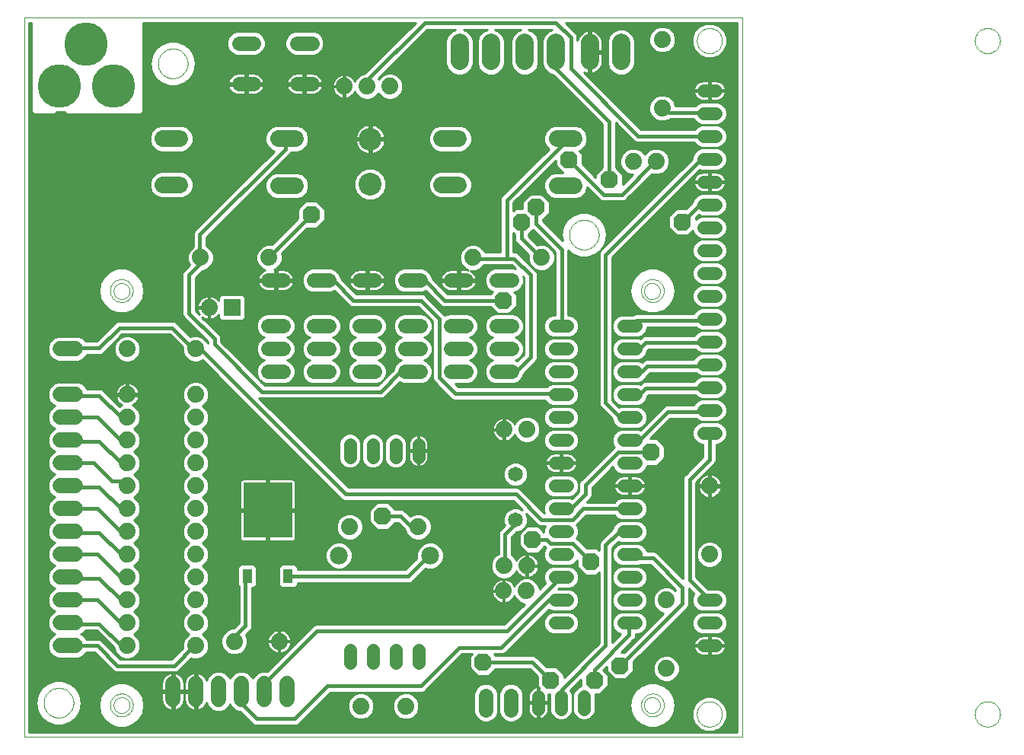
<source format=gbl>
G75*
G70*
%OFA0B0*%
%FSLAX24Y24*%
%IPPOS*%
%LPD*%
%AMOC8*
5,1,8,0,0,1.08239X$1,22.5*
%
%ADD10C,0.0000*%
%ADD11C,0.0800*%
%ADD12C,0.0740*%
%ADD13C,0.0740*%
%ADD14C,0.0560*%
%ADD15C,0.0650*%
%ADD16C,0.0640*%
%ADD17C,0.0680*%
%ADD18C,0.0555*%
%ADD19C,0.1000*%
%ADD20C,0.1900*%
%ADD21R,0.0740X0.0740*%
%ADD22R,0.2126X0.2441*%
%ADD23R,0.0394X0.0630*%
%ADD24C,0.0780*%
%ADD25C,0.0160*%
%ADD26OC8,0.0760*%
%ADD27C,0.0100*%
D10*
X002006Y001159D02*
X002006Y032655D01*
X033426Y032655D01*
X033426Y001159D01*
X002006Y001159D01*
X002856Y002659D02*
X002858Y002709D01*
X002864Y002759D01*
X002874Y002809D01*
X002887Y002857D01*
X002904Y002905D01*
X002925Y002951D01*
X002949Y002995D01*
X002977Y003037D01*
X003008Y003077D01*
X003042Y003114D01*
X003079Y003149D01*
X003118Y003180D01*
X003159Y003209D01*
X003203Y003234D01*
X003249Y003256D01*
X003296Y003274D01*
X003344Y003288D01*
X003393Y003299D01*
X003443Y003306D01*
X003493Y003309D01*
X003544Y003308D01*
X003594Y003303D01*
X003644Y003294D01*
X003692Y003282D01*
X003740Y003265D01*
X003786Y003245D01*
X003831Y003222D01*
X003874Y003195D01*
X003914Y003165D01*
X003952Y003132D01*
X003987Y003096D01*
X004020Y003057D01*
X004049Y003016D01*
X004075Y002973D01*
X004098Y002928D01*
X004117Y002881D01*
X004132Y002833D01*
X004144Y002784D01*
X004152Y002734D01*
X004156Y002684D01*
X004156Y002634D01*
X004152Y002584D01*
X004144Y002534D01*
X004132Y002485D01*
X004117Y002437D01*
X004098Y002390D01*
X004075Y002345D01*
X004049Y002302D01*
X004020Y002261D01*
X003987Y002222D01*
X003952Y002186D01*
X003914Y002153D01*
X003874Y002123D01*
X003831Y002096D01*
X003786Y002073D01*
X003740Y002053D01*
X003692Y002036D01*
X003644Y002024D01*
X003594Y002015D01*
X003544Y002010D01*
X003493Y002009D01*
X003443Y002012D01*
X003393Y002019D01*
X003344Y002030D01*
X003296Y002044D01*
X003249Y002062D01*
X003203Y002084D01*
X003159Y002109D01*
X003118Y002138D01*
X003079Y002169D01*
X003042Y002204D01*
X003008Y002241D01*
X002977Y002281D01*
X002949Y002323D01*
X002925Y002367D01*
X002904Y002413D01*
X002887Y002461D01*
X002874Y002509D01*
X002864Y002559D01*
X002858Y002609D01*
X002856Y002659D01*
X005756Y002559D02*
X005758Y002603D01*
X005764Y002647D01*
X005774Y002690D01*
X005787Y002732D01*
X005804Y002773D01*
X005825Y002812D01*
X005849Y002849D01*
X005876Y002884D01*
X005906Y002916D01*
X005939Y002946D01*
X005975Y002972D01*
X006012Y002996D01*
X006052Y003015D01*
X006093Y003032D01*
X006136Y003044D01*
X006179Y003053D01*
X006223Y003058D01*
X006267Y003059D01*
X006311Y003056D01*
X006355Y003049D01*
X006398Y003038D01*
X006440Y003024D01*
X006480Y003006D01*
X006519Y002984D01*
X006555Y002960D01*
X006589Y002932D01*
X006621Y002901D01*
X006650Y002867D01*
X006676Y002831D01*
X006698Y002793D01*
X006717Y002753D01*
X006732Y002711D01*
X006744Y002669D01*
X006752Y002625D01*
X006756Y002581D01*
X006756Y002537D01*
X006752Y002493D01*
X006744Y002449D01*
X006732Y002407D01*
X006717Y002365D01*
X006698Y002325D01*
X006676Y002287D01*
X006650Y002251D01*
X006621Y002217D01*
X006589Y002186D01*
X006555Y002158D01*
X006519Y002134D01*
X006480Y002112D01*
X006440Y002094D01*
X006398Y002080D01*
X006355Y002069D01*
X006311Y002062D01*
X006267Y002059D01*
X006223Y002060D01*
X006179Y002065D01*
X006136Y002074D01*
X006093Y002086D01*
X006052Y002103D01*
X006012Y002122D01*
X005975Y002146D01*
X005939Y002172D01*
X005906Y002202D01*
X005876Y002234D01*
X005849Y002269D01*
X005825Y002306D01*
X005804Y002345D01*
X005787Y002386D01*
X005774Y002428D01*
X005764Y002471D01*
X005758Y002515D01*
X005756Y002559D01*
X005916Y002553D02*
X005918Y002590D01*
X005924Y002627D01*
X005934Y002663D01*
X005947Y002698D01*
X005964Y002731D01*
X005985Y002762D01*
X006009Y002790D01*
X006036Y002816D01*
X006065Y002839D01*
X006096Y002859D01*
X006130Y002875D01*
X006165Y002888D01*
X006201Y002897D01*
X006238Y002902D01*
X006275Y002903D01*
X006312Y002900D01*
X006349Y002893D01*
X006385Y002882D01*
X006419Y002868D01*
X006452Y002850D01*
X006482Y002828D01*
X006510Y002804D01*
X006535Y002776D01*
X006558Y002746D01*
X006577Y002714D01*
X006592Y002680D01*
X006604Y002645D01*
X006612Y002609D01*
X006616Y002572D01*
X006616Y002534D01*
X006612Y002497D01*
X006604Y002461D01*
X006592Y002426D01*
X006577Y002392D01*
X006558Y002360D01*
X006535Y002330D01*
X006510Y002302D01*
X006482Y002278D01*
X006452Y002256D01*
X006419Y002238D01*
X006385Y002224D01*
X006349Y002213D01*
X006312Y002206D01*
X006275Y002203D01*
X006238Y002204D01*
X006201Y002209D01*
X006165Y002218D01*
X006130Y002231D01*
X006096Y002247D01*
X006065Y002267D01*
X006036Y002290D01*
X006009Y002316D01*
X005985Y002344D01*
X005964Y002375D01*
X005947Y002408D01*
X005934Y002443D01*
X005924Y002479D01*
X005918Y002516D01*
X005916Y002553D01*
X029138Y002553D02*
X029140Y002590D01*
X029146Y002627D01*
X029156Y002663D01*
X029169Y002698D01*
X029186Y002731D01*
X029207Y002762D01*
X029231Y002790D01*
X029258Y002816D01*
X029287Y002839D01*
X029318Y002859D01*
X029352Y002875D01*
X029387Y002888D01*
X029423Y002897D01*
X029460Y002902D01*
X029497Y002903D01*
X029534Y002900D01*
X029571Y002893D01*
X029607Y002882D01*
X029641Y002868D01*
X029674Y002850D01*
X029704Y002828D01*
X029732Y002804D01*
X029757Y002776D01*
X029780Y002746D01*
X029799Y002714D01*
X029814Y002680D01*
X029826Y002645D01*
X029834Y002609D01*
X029838Y002572D01*
X029838Y002534D01*
X029834Y002497D01*
X029826Y002461D01*
X029814Y002426D01*
X029799Y002392D01*
X029780Y002360D01*
X029757Y002330D01*
X029732Y002302D01*
X029704Y002278D01*
X029674Y002256D01*
X029641Y002238D01*
X029607Y002224D01*
X029571Y002213D01*
X029534Y002206D01*
X029497Y002203D01*
X029460Y002204D01*
X029423Y002209D01*
X029387Y002218D01*
X029352Y002231D01*
X029318Y002247D01*
X029287Y002267D01*
X029258Y002290D01*
X029231Y002316D01*
X029207Y002344D01*
X029186Y002375D01*
X029169Y002408D01*
X029156Y002443D01*
X029146Y002479D01*
X029140Y002516D01*
X029138Y002553D01*
X029006Y002559D02*
X029008Y002603D01*
X029014Y002647D01*
X029024Y002690D01*
X029037Y002732D01*
X029054Y002773D01*
X029075Y002812D01*
X029099Y002849D01*
X029126Y002884D01*
X029156Y002916D01*
X029189Y002946D01*
X029225Y002972D01*
X029262Y002996D01*
X029302Y003015D01*
X029343Y003032D01*
X029386Y003044D01*
X029429Y003053D01*
X029473Y003058D01*
X029517Y003059D01*
X029561Y003056D01*
X029605Y003049D01*
X029648Y003038D01*
X029690Y003024D01*
X029730Y003006D01*
X029769Y002984D01*
X029805Y002960D01*
X029839Y002932D01*
X029871Y002901D01*
X029900Y002867D01*
X029926Y002831D01*
X029948Y002793D01*
X029967Y002753D01*
X029982Y002711D01*
X029994Y002669D01*
X030002Y002625D01*
X030006Y002581D01*
X030006Y002537D01*
X030002Y002493D01*
X029994Y002449D01*
X029982Y002407D01*
X029967Y002365D01*
X029948Y002325D01*
X029926Y002287D01*
X029900Y002251D01*
X029871Y002217D01*
X029839Y002186D01*
X029805Y002158D01*
X029769Y002134D01*
X029730Y002112D01*
X029690Y002094D01*
X029648Y002080D01*
X029605Y002069D01*
X029561Y002062D01*
X029517Y002059D01*
X029473Y002060D01*
X029429Y002065D01*
X029386Y002074D01*
X029343Y002086D01*
X029302Y002103D01*
X029262Y002122D01*
X029225Y002146D01*
X029189Y002172D01*
X029156Y002202D01*
X029126Y002234D01*
X029099Y002269D01*
X029075Y002306D01*
X029054Y002345D01*
X029037Y002386D01*
X029024Y002428D01*
X029014Y002471D01*
X029008Y002515D01*
X029006Y002559D01*
X031447Y002163D02*
X031449Y002210D01*
X031455Y002256D01*
X031465Y002302D01*
X031478Y002347D01*
X031496Y002390D01*
X031517Y002432D01*
X031541Y002472D01*
X031569Y002509D01*
X031600Y002544D01*
X031634Y002577D01*
X031670Y002606D01*
X031709Y002632D01*
X031750Y002655D01*
X031793Y002674D01*
X031837Y002690D01*
X031882Y002702D01*
X031928Y002710D01*
X031975Y002714D01*
X032021Y002714D01*
X032068Y002710D01*
X032114Y002702D01*
X032159Y002690D01*
X032203Y002674D01*
X032246Y002655D01*
X032287Y002632D01*
X032326Y002606D01*
X032362Y002577D01*
X032396Y002544D01*
X032427Y002509D01*
X032455Y002472D01*
X032479Y002432D01*
X032500Y002390D01*
X032518Y002347D01*
X032531Y002302D01*
X032541Y002256D01*
X032547Y002210D01*
X032549Y002163D01*
X032547Y002116D01*
X032541Y002070D01*
X032531Y002024D01*
X032518Y001979D01*
X032500Y001936D01*
X032479Y001894D01*
X032455Y001854D01*
X032427Y001817D01*
X032396Y001782D01*
X032362Y001749D01*
X032326Y001720D01*
X032287Y001694D01*
X032246Y001671D01*
X032203Y001652D01*
X032159Y001636D01*
X032114Y001624D01*
X032068Y001616D01*
X032021Y001612D01*
X031975Y001612D01*
X031928Y001616D01*
X031882Y001624D01*
X031837Y001636D01*
X031793Y001652D01*
X031750Y001671D01*
X031709Y001694D01*
X031670Y001720D01*
X031634Y001749D01*
X031600Y001782D01*
X031569Y001817D01*
X031541Y001854D01*
X031517Y001894D01*
X031496Y001936D01*
X031478Y001979D01*
X031465Y002024D01*
X031455Y002070D01*
X031449Y002116D01*
X031447Y002163D01*
X043620Y002163D02*
X043622Y002210D01*
X043628Y002256D01*
X043638Y002302D01*
X043651Y002347D01*
X043669Y002390D01*
X043690Y002432D01*
X043714Y002472D01*
X043742Y002509D01*
X043773Y002544D01*
X043807Y002577D01*
X043843Y002606D01*
X043882Y002632D01*
X043923Y002655D01*
X043966Y002674D01*
X044010Y002690D01*
X044055Y002702D01*
X044101Y002710D01*
X044148Y002714D01*
X044194Y002714D01*
X044241Y002710D01*
X044287Y002702D01*
X044332Y002690D01*
X044376Y002674D01*
X044419Y002655D01*
X044460Y002632D01*
X044499Y002606D01*
X044535Y002577D01*
X044569Y002544D01*
X044600Y002509D01*
X044628Y002472D01*
X044652Y002432D01*
X044673Y002390D01*
X044691Y002347D01*
X044704Y002302D01*
X044714Y002256D01*
X044720Y002210D01*
X044722Y002163D01*
X044720Y002116D01*
X044714Y002070D01*
X044704Y002024D01*
X044691Y001979D01*
X044673Y001936D01*
X044652Y001894D01*
X044628Y001854D01*
X044600Y001817D01*
X044569Y001782D01*
X044535Y001749D01*
X044499Y001720D01*
X044460Y001694D01*
X044419Y001671D01*
X044376Y001652D01*
X044332Y001636D01*
X044287Y001624D01*
X044241Y001616D01*
X044194Y001612D01*
X044148Y001612D01*
X044101Y001616D01*
X044055Y001624D01*
X044010Y001636D01*
X043966Y001652D01*
X043923Y001671D01*
X043882Y001694D01*
X043843Y001720D01*
X043807Y001749D01*
X043773Y001782D01*
X043742Y001817D01*
X043714Y001854D01*
X043690Y001894D01*
X043669Y001936D01*
X043651Y001979D01*
X043638Y002024D01*
X043628Y002070D01*
X043622Y002116D01*
X043620Y002163D01*
X029138Y020687D02*
X029140Y020724D01*
X029146Y020761D01*
X029156Y020797D01*
X029169Y020832D01*
X029186Y020865D01*
X029207Y020896D01*
X029231Y020924D01*
X029258Y020950D01*
X029287Y020973D01*
X029318Y020993D01*
X029352Y021009D01*
X029387Y021022D01*
X029423Y021031D01*
X029460Y021036D01*
X029497Y021037D01*
X029534Y021034D01*
X029571Y021027D01*
X029607Y021016D01*
X029641Y021002D01*
X029674Y020984D01*
X029704Y020962D01*
X029732Y020938D01*
X029757Y020910D01*
X029780Y020880D01*
X029799Y020848D01*
X029814Y020814D01*
X029826Y020779D01*
X029834Y020743D01*
X029838Y020706D01*
X029838Y020668D01*
X029834Y020631D01*
X029826Y020595D01*
X029814Y020560D01*
X029799Y020526D01*
X029780Y020494D01*
X029757Y020464D01*
X029732Y020436D01*
X029704Y020412D01*
X029674Y020390D01*
X029641Y020372D01*
X029607Y020358D01*
X029571Y020347D01*
X029534Y020340D01*
X029497Y020337D01*
X029460Y020338D01*
X029423Y020343D01*
X029387Y020352D01*
X029352Y020365D01*
X029318Y020381D01*
X029287Y020401D01*
X029258Y020424D01*
X029231Y020450D01*
X029207Y020478D01*
X029186Y020509D01*
X029169Y020542D01*
X029156Y020577D01*
X029146Y020613D01*
X029140Y020650D01*
X029138Y020687D01*
X029006Y020709D02*
X029008Y020753D01*
X029014Y020797D01*
X029024Y020840D01*
X029037Y020882D01*
X029054Y020923D01*
X029075Y020962D01*
X029099Y020999D01*
X029126Y021034D01*
X029156Y021066D01*
X029189Y021096D01*
X029225Y021122D01*
X029262Y021146D01*
X029302Y021165D01*
X029343Y021182D01*
X029386Y021194D01*
X029429Y021203D01*
X029473Y021208D01*
X029517Y021209D01*
X029561Y021206D01*
X029605Y021199D01*
X029648Y021188D01*
X029690Y021174D01*
X029730Y021156D01*
X029769Y021134D01*
X029805Y021110D01*
X029839Y021082D01*
X029871Y021051D01*
X029900Y021017D01*
X029926Y020981D01*
X029948Y020943D01*
X029967Y020903D01*
X029982Y020861D01*
X029994Y020819D01*
X030002Y020775D01*
X030006Y020731D01*
X030006Y020687D01*
X030002Y020643D01*
X029994Y020599D01*
X029982Y020557D01*
X029967Y020515D01*
X029948Y020475D01*
X029926Y020437D01*
X029900Y020401D01*
X029871Y020367D01*
X029839Y020336D01*
X029805Y020308D01*
X029769Y020284D01*
X029730Y020262D01*
X029690Y020244D01*
X029648Y020230D01*
X029605Y020219D01*
X029561Y020212D01*
X029517Y020209D01*
X029473Y020210D01*
X029429Y020215D01*
X029386Y020224D01*
X029343Y020236D01*
X029302Y020253D01*
X029262Y020272D01*
X029225Y020296D01*
X029189Y020322D01*
X029156Y020352D01*
X029126Y020384D01*
X029099Y020419D01*
X029075Y020456D01*
X029054Y020495D01*
X029037Y020536D01*
X029024Y020578D01*
X029014Y020621D01*
X029008Y020665D01*
X029006Y020709D01*
X025856Y023159D02*
X025858Y023209D01*
X025864Y023259D01*
X025874Y023309D01*
X025887Y023357D01*
X025904Y023405D01*
X025925Y023451D01*
X025949Y023495D01*
X025977Y023537D01*
X026008Y023577D01*
X026042Y023614D01*
X026079Y023649D01*
X026118Y023680D01*
X026159Y023709D01*
X026203Y023734D01*
X026249Y023756D01*
X026296Y023774D01*
X026344Y023788D01*
X026393Y023799D01*
X026443Y023806D01*
X026493Y023809D01*
X026544Y023808D01*
X026594Y023803D01*
X026644Y023794D01*
X026692Y023782D01*
X026740Y023765D01*
X026786Y023745D01*
X026831Y023722D01*
X026874Y023695D01*
X026914Y023665D01*
X026952Y023632D01*
X026987Y023596D01*
X027020Y023557D01*
X027049Y023516D01*
X027075Y023473D01*
X027098Y023428D01*
X027117Y023381D01*
X027132Y023333D01*
X027144Y023284D01*
X027152Y023234D01*
X027156Y023184D01*
X027156Y023134D01*
X027152Y023084D01*
X027144Y023034D01*
X027132Y022985D01*
X027117Y022937D01*
X027098Y022890D01*
X027075Y022845D01*
X027049Y022802D01*
X027020Y022761D01*
X026987Y022722D01*
X026952Y022686D01*
X026914Y022653D01*
X026874Y022623D01*
X026831Y022596D01*
X026786Y022573D01*
X026740Y022553D01*
X026692Y022536D01*
X026644Y022524D01*
X026594Y022515D01*
X026544Y022510D01*
X026493Y022509D01*
X026443Y022512D01*
X026393Y022519D01*
X026344Y022530D01*
X026296Y022544D01*
X026249Y022562D01*
X026203Y022584D01*
X026159Y022609D01*
X026118Y022638D01*
X026079Y022669D01*
X026042Y022704D01*
X026008Y022741D01*
X025977Y022781D01*
X025949Y022823D01*
X025925Y022867D01*
X025904Y022913D01*
X025887Y022961D01*
X025874Y023009D01*
X025864Y023059D01*
X025858Y023109D01*
X025856Y023159D01*
X031447Y031659D02*
X031449Y031706D01*
X031455Y031752D01*
X031465Y031798D01*
X031478Y031843D01*
X031496Y031886D01*
X031517Y031928D01*
X031541Y031968D01*
X031569Y032005D01*
X031600Y032040D01*
X031634Y032073D01*
X031670Y032102D01*
X031709Y032128D01*
X031750Y032151D01*
X031793Y032170D01*
X031837Y032186D01*
X031882Y032198D01*
X031928Y032206D01*
X031975Y032210D01*
X032021Y032210D01*
X032068Y032206D01*
X032114Y032198D01*
X032159Y032186D01*
X032203Y032170D01*
X032246Y032151D01*
X032287Y032128D01*
X032326Y032102D01*
X032362Y032073D01*
X032396Y032040D01*
X032427Y032005D01*
X032455Y031968D01*
X032479Y031928D01*
X032500Y031886D01*
X032518Y031843D01*
X032531Y031798D01*
X032541Y031752D01*
X032547Y031706D01*
X032549Y031659D01*
X032547Y031612D01*
X032541Y031566D01*
X032531Y031520D01*
X032518Y031475D01*
X032500Y031432D01*
X032479Y031390D01*
X032455Y031350D01*
X032427Y031313D01*
X032396Y031278D01*
X032362Y031245D01*
X032326Y031216D01*
X032287Y031190D01*
X032246Y031167D01*
X032203Y031148D01*
X032159Y031132D01*
X032114Y031120D01*
X032068Y031112D01*
X032021Y031108D01*
X031975Y031108D01*
X031928Y031112D01*
X031882Y031120D01*
X031837Y031132D01*
X031793Y031148D01*
X031750Y031167D01*
X031709Y031190D01*
X031670Y031216D01*
X031634Y031245D01*
X031600Y031278D01*
X031569Y031313D01*
X031541Y031350D01*
X031517Y031390D01*
X031496Y031432D01*
X031478Y031475D01*
X031465Y031520D01*
X031455Y031566D01*
X031449Y031612D01*
X031447Y031659D01*
X043620Y031659D02*
X043622Y031706D01*
X043628Y031752D01*
X043638Y031798D01*
X043651Y031843D01*
X043669Y031886D01*
X043690Y031928D01*
X043714Y031968D01*
X043742Y032005D01*
X043773Y032040D01*
X043807Y032073D01*
X043843Y032102D01*
X043882Y032128D01*
X043923Y032151D01*
X043966Y032170D01*
X044010Y032186D01*
X044055Y032198D01*
X044101Y032206D01*
X044148Y032210D01*
X044194Y032210D01*
X044241Y032206D01*
X044287Y032198D01*
X044332Y032186D01*
X044376Y032170D01*
X044419Y032151D01*
X044460Y032128D01*
X044499Y032102D01*
X044535Y032073D01*
X044569Y032040D01*
X044600Y032005D01*
X044628Y031968D01*
X044652Y031928D01*
X044673Y031886D01*
X044691Y031843D01*
X044704Y031798D01*
X044714Y031752D01*
X044720Y031706D01*
X044722Y031659D01*
X044720Y031612D01*
X044714Y031566D01*
X044704Y031520D01*
X044691Y031475D01*
X044673Y031432D01*
X044652Y031390D01*
X044628Y031350D01*
X044600Y031313D01*
X044569Y031278D01*
X044535Y031245D01*
X044499Y031216D01*
X044460Y031190D01*
X044419Y031167D01*
X044376Y031148D01*
X044332Y031132D01*
X044287Y031120D01*
X044241Y031112D01*
X044194Y031108D01*
X044148Y031108D01*
X044101Y031112D01*
X044055Y031120D01*
X044010Y031132D01*
X043966Y031148D01*
X043923Y031167D01*
X043882Y031190D01*
X043843Y031216D01*
X043807Y031245D01*
X043773Y031278D01*
X043742Y031313D01*
X043714Y031350D01*
X043690Y031390D01*
X043669Y031432D01*
X043651Y031475D01*
X043638Y031520D01*
X043628Y031566D01*
X043622Y031612D01*
X043620Y031659D01*
X007856Y030659D02*
X007858Y030709D01*
X007864Y030759D01*
X007874Y030809D01*
X007887Y030857D01*
X007904Y030905D01*
X007925Y030951D01*
X007949Y030995D01*
X007977Y031037D01*
X008008Y031077D01*
X008042Y031114D01*
X008079Y031149D01*
X008118Y031180D01*
X008159Y031209D01*
X008203Y031234D01*
X008249Y031256D01*
X008296Y031274D01*
X008344Y031288D01*
X008393Y031299D01*
X008443Y031306D01*
X008493Y031309D01*
X008544Y031308D01*
X008594Y031303D01*
X008644Y031294D01*
X008692Y031282D01*
X008740Y031265D01*
X008786Y031245D01*
X008831Y031222D01*
X008874Y031195D01*
X008914Y031165D01*
X008952Y031132D01*
X008987Y031096D01*
X009020Y031057D01*
X009049Y031016D01*
X009075Y030973D01*
X009098Y030928D01*
X009117Y030881D01*
X009132Y030833D01*
X009144Y030784D01*
X009152Y030734D01*
X009156Y030684D01*
X009156Y030634D01*
X009152Y030584D01*
X009144Y030534D01*
X009132Y030485D01*
X009117Y030437D01*
X009098Y030390D01*
X009075Y030345D01*
X009049Y030302D01*
X009020Y030261D01*
X008987Y030222D01*
X008952Y030186D01*
X008914Y030153D01*
X008874Y030123D01*
X008831Y030096D01*
X008786Y030073D01*
X008740Y030053D01*
X008692Y030036D01*
X008644Y030024D01*
X008594Y030015D01*
X008544Y030010D01*
X008493Y030009D01*
X008443Y030012D01*
X008393Y030019D01*
X008344Y030030D01*
X008296Y030044D01*
X008249Y030062D01*
X008203Y030084D01*
X008159Y030109D01*
X008118Y030138D01*
X008079Y030169D01*
X008042Y030204D01*
X008008Y030241D01*
X007977Y030281D01*
X007949Y030323D01*
X007925Y030367D01*
X007904Y030413D01*
X007887Y030461D01*
X007874Y030509D01*
X007864Y030559D01*
X007858Y030609D01*
X007856Y030659D01*
X005756Y020709D02*
X005758Y020753D01*
X005764Y020797D01*
X005774Y020840D01*
X005787Y020882D01*
X005804Y020923D01*
X005825Y020962D01*
X005849Y020999D01*
X005876Y021034D01*
X005906Y021066D01*
X005939Y021096D01*
X005975Y021122D01*
X006012Y021146D01*
X006052Y021165D01*
X006093Y021182D01*
X006136Y021194D01*
X006179Y021203D01*
X006223Y021208D01*
X006267Y021209D01*
X006311Y021206D01*
X006355Y021199D01*
X006398Y021188D01*
X006440Y021174D01*
X006480Y021156D01*
X006519Y021134D01*
X006555Y021110D01*
X006589Y021082D01*
X006621Y021051D01*
X006650Y021017D01*
X006676Y020981D01*
X006698Y020943D01*
X006717Y020903D01*
X006732Y020861D01*
X006744Y020819D01*
X006752Y020775D01*
X006756Y020731D01*
X006756Y020687D01*
X006752Y020643D01*
X006744Y020599D01*
X006732Y020557D01*
X006717Y020515D01*
X006698Y020475D01*
X006676Y020437D01*
X006650Y020401D01*
X006621Y020367D01*
X006589Y020336D01*
X006555Y020308D01*
X006519Y020284D01*
X006480Y020262D01*
X006440Y020244D01*
X006398Y020230D01*
X006355Y020219D01*
X006311Y020212D01*
X006267Y020209D01*
X006223Y020210D01*
X006179Y020215D01*
X006136Y020224D01*
X006093Y020236D01*
X006052Y020253D01*
X006012Y020272D01*
X005975Y020296D01*
X005939Y020322D01*
X005906Y020352D01*
X005876Y020384D01*
X005849Y020419D01*
X005825Y020456D01*
X005804Y020495D01*
X005787Y020536D01*
X005774Y020578D01*
X005764Y020621D01*
X005758Y020665D01*
X005756Y020709D01*
X005916Y020687D02*
X005918Y020724D01*
X005924Y020761D01*
X005934Y020797D01*
X005947Y020832D01*
X005964Y020865D01*
X005985Y020896D01*
X006009Y020924D01*
X006036Y020950D01*
X006065Y020973D01*
X006096Y020993D01*
X006130Y021009D01*
X006165Y021022D01*
X006201Y021031D01*
X006238Y021036D01*
X006275Y021037D01*
X006312Y021034D01*
X006349Y021027D01*
X006385Y021016D01*
X006419Y021002D01*
X006452Y020984D01*
X006482Y020962D01*
X006510Y020938D01*
X006535Y020910D01*
X006558Y020880D01*
X006577Y020848D01*
X006592Y020814D01*
X006604Y020779D01*
X006612Y020743D01*
X006616Y020706D01*
X006616Y020668D01*
X006612Y020631D01*
X006604Y020595D01*
X006592Y020560D01*
X006577Y020526D01*
X006558Y020494D01*
X006535Y020464D01*
X006510Y020436D01*
X006482Y020412D01*
X006452Y020390D01*
X006419Y020372D01*
X006385Y020358D01*
X006349Y020347D01*
X006312Y020340D01*
X006275Y020337D01*
X006238Y020338D01*
X006201Y020343D01*
X006165Y020352D01*
X006130Y020365D01*
X006096Y020381D01*
X006065Y020401D01*
X006036Y020424D01*
X006009Y020450D01*
X005985Y020478D01*
X005964Y020509D01*
X005947Y020542D01*
X005934Y020577D01*
X005924Y020613D01*
X005918Y020650D01*
X005916Y020687D01*
D11*
X021056Y030759D02*
X021056Y031559D01*
X022434Y031559D02*
X022434Y030759D01*
X023906Y030759D02*
X023906Y031559D01*
X025284Y031559D02*
X025284Y030759D01*
X026756Y030759D02*
X026756Y031559D01*
X028134Y031559D02*
X028134Y030759D01*
D12*
X029931Y031702D03*
X029931Y028702D03*
X029663Y026370D03*
X028663Y026370D03*
X024643Y022159D03*
X021643Y022159D03*
X012718Y022159D03*
X009718Y022159D03*
X010092Y019970D03*
X009506Y018159D03*
X009506Y016159D03*
X009506Y015159D03*
X009506Y014159D03*
X009506Y013159D03*
X009506Y012159D03*
X009506Y011159D03*
X009506Y010159D03*
X009506Y009159D03*
X009506Y008159D03*
X009506Y007159D03*
X009506Y006159D03*
X009506Y005159D03*
X011193Y005344D03*
X013162Y005344D03*
X016738Y002512D03*
X018707Y002512D03*
X022987Y007559D03*
X023987Y007559D03*
X024006Y008660D03*
X023006Y008660D03*
X019243Y010363D03*
X016243Y010363D03*
X023006Y014631D03*
X024006Y014631D03*
X032006Y012159D03*
X032006Y009159D03*
X030112Y007159D03*
X030112Y004159D03*
X006506Y005159D03*
X006506Y006159D03*
X006506Y007159D03*
X006506Y008159D03*
X006506Y009159D03*
X006506Y010159D03*
X006506Y011159D03*
X006506Y012159D03*
X006506Y013159D03*
X006506Y014159D03*
X006506Y015159D03*
X006506Y016159D03*
X006506Y018159D03*
X016006Y029659D03*
X017006Y029659D03*
X018006Y029659D03*
D13*
X020280Y027364D02*
X021020Y027364D01*
X021020Y025348D02*
X020280Y025348D01*
X025332Y025308D02*
X026072Y025308D01*
X026072Y027364D02*
X025332Y027364D01*
X013866Y027364D02*
X013126Y027364D01*
X013126Y025308D02*
X013866Y025308D01*
X008814Y025348D02*
X008074Y025348D01*
X008074Y027364D02*
X008814Y027364D01*
D14*
X025226Y019159D02*
X025786Y019159D01*
X025786Y018159D02*
X025226Y018159D01*
X025226Y017159D02*
X025786Y017159D01*
X025786Y016159D02*
X025226Y016159D01*
X025226Y015159D02*
X025786Y015159D01*
X025786Y014159D02*
X025226Y014159D01*
X025226Y013159D02*
X025786Y013159D01*
X025786Y012159D02*
X025226Y012159D01*
X025226Y011159D02*
X025786Y011159D01*
X025786Y010159D02*
X025226Y010159D01*
X025226Y009159D02*
X025786Y009159D01*
X025786Y008159D02*
X025226Y008159D01*
X025226Y007159D02*
X025786Y007159D01*
X025786Y006159D02*
X025226Y006159D01*
X028226Y006159D02*
X028786Y006159D01*
X028786Y007159D02*
X028226Y007159D01*
X028226Y008159D02*
X028786Y008159D01*
X028786Y009159D02*
X028226Y009159D01*
X028226Y010159D02*
X028786Y010159D01*
X028786Y011159D02*
X028226Y011159D01*
X028226Y012159D02*
X028786Y012159D01*
X028786Y013159D02*
X028226Y013159D01*
X028226Y014159D02*
X028786Y014159D01*
X028786Y015159D02*
X028226Y015159D01*
X028226Y016159D02*
X028786Y016159D01*
X028786Y017159D02*
X028226Y017159D01*
X028226Y018159D02*
X028786Y018159D01*
X028786Y019159D02*
X028226Y019159D01*
X031726Y007159D02*
X032286Y007159D01*
X032286Y006159D02*
X031726Y006159D01*
X031726Y005159D02*
X032286Y005159D01*
X026506Y002939D02*
X026506Y002379D01*
X025506Y002379D02*
X025506Y002939D01*
X024506Y002939D02*
X024506Y002379D01*
D15*
X023506Y010659D03*
X023506Y012659D03*
D16*
X023326Y017159D02*
X022686Y017159D01*
X022686Y018159D02*
X023326Y018159D01*
X023326Y019159D02*
X022686Y019159D01*
X021326Y019159D02*
X020686Y019159D01*
X020686Y018159D02*
X021326Y018159D01*
X021326Y017159D02*
X020686Y017159D01*
X019326Y017159D02*
X018686Y017159D01*
X018686Y018159D02*
X019326Y018159D01*
X019326Y019159D02*
X018686Y019159D01*
X017326Y019159D02*
X016686Y019159D01*
X016686Y018159D02*
X017326Y018159D01*
X017326Y017159D02*
X016686Y017159D01*
X015326Y017159D02*
X014686Y017159D01*
X014686Y018159D02*
X015326Y018159D01*
X015326Y019159D02*
X014686Y019159D01*
X013326Y019159D02*
X012686Y019159D01*
X012686Y018159D02*
X013326Y018159D01*
X013326Y017159D02*
X012686Y017159D01*
X012686Y021159D02*
X013326Y021159D01*
X014686Y021159D02*
X015326Y021159D01*
X016686Y021159D02*
X017326Y021159D01*
X018686Y021159D02*
X019326Y021159D01*
X020686Y021159D02*
X021326Y021159D01*
X022686Y021159D02*
X023326Y021159D01*
X014589Y029760D02*
X013949Y029760D01*
X012029Y029760D02*
X011389Y029760D01*
X011389Y031540D02*
X012029Y031540D01*
X013949Y031540D02*
X014589Y031540D01*
X022206Y002979D02*
X022206Y002339D01*
X023306Y002339D02*
X023306Y002979D01*
D17*
X013506Y002819D02*
X013506Y003499D01*
X012506Y003499D02*
X012506Y002819D01*
X011506Y002819D02*
X011506Y003499D01*
X010506Y003499D02*
X010506Y002819D01*
X009506Y002819D02*
X009506Y003499D01*
X008506Y003499D02*
X008506Y002819D01*
X004253Y005159D02*
X003573Y005159D01*
X003573Y006159D02*
X004253Y006159D01*
X004253Y007159D02*
X003573Y007159D01*
X003573Y008159D02*
X004253Y008159D01*
X004253Y009159D02*
X003573Y009159D01*
X003573Y010159D02*
X004253Y010159D01*
X004253Y011159D02*
X003573Y011159D01*
X003573Y012159D02*
X004253Y012159D01*
X004253Y013159D02*
X003573Y013159D01*
X003573Y014159D02*
X004253Y014159D01*
X004253Y015159D02*
X003573Y015159D01*
X003573Y016159D02*
X004253Y016159D01*
X004253Y018159D02*
X003573Y018159D01*
D18*
X016256Y013974D02*
X016256Y013419D01*
X017256Y013419D02*
X017256Y013974D01*
X018256Y013974D02*
X018256Y013419D01*
X019256Y013419D02*
X019256Y013974D01*
X019256Y004974D02*
X019256Y004419D01*
X018256Y004419D02*
X018256Y004974D01*
X017256Y004974D02*
X017256Y004419D01*
X016256Y004419D02*
X016256Y004974D01*
X031728Y014470D02*
X032283Y014470D01*
X032283Y015470D02*
X031728Y015470D01*
X031728Y016470D02*
X032283Y016470D01*
X032283Y017470D02*
X031728Y017470D01*
X031728Y018470D02*
X032283Y018470D01*
X032283Y019470D02*
X031728Y019470D01*
X031728Y020470D02*
X032283Y020470D01*
X032283Y021470D02*
X031728Y021470D01*
X031728Y022470D02*
X032283Y022470D01*
X032283Y023470D02*
X031728Y023470D01*
X031728Y024470D02*
X032283Y024470D01*
X032283Y025470D02*
X031728Y025470D01*
X031728Y026470D02*
X032283Y026470D01*
X032283Y027470D02*
X031728Y027470D01*
X031728Y028470D02*
X032283Y028470D01*
X032283Y029470D02*
X031728Y029470D01*
D19*
X017141Y027340D03*
X017141Y025372D03*
D20*
X005899Y029659D03*
X003537Y029659D03*
X004718Y031509D03*
D21*
X011092Y019970D03*
D22*
X012656Y011093D03*
D23*
X013553Y008219D03*
X011758Y008219D03*
D24*
X015778Y009109D03*
X019778Y009109D03*
D25*
X019766Y009159D01*
X018806Y008199D01*
X013606Y008199D01*
X013553Y008219D01*
X011758Y008219D02*
X011686Y008199D01*
X011686Y006039D01*
X011206Y005559D01*
X011206Y005399D01*
X011193Y005344D01*
X009506Y005159D02*
X009446Y005159D01*
X008566Y004279D01*
X006086Y004279D01*
X005206Y005159D01*
X003913Y005159D01*
X003926Y006119D02*
X003913Y006159D01*
X003926Y006119D02*
X005286Y006119D01*
X006246Y005159D01*
X006506Y005159D01*
X006506Y006159D02*
X006486Y006199D01*
X006166Y006199D01*
X005206Y007159D01*
X003913Y007159D01*
X003926Y008119D02*
X003913Y008159D01*
X003926Y008119D02*
X005286Y008119D01*
X006246Y007159D01*
X006506Y007159D01*
X006506Y008159D02*
X006486Y008199D01*
X006166Y008199D01*
X005206Y009159D01*
X003913Y009159D01*
X003926Y010119D02*
X003913Y010159D01*
X003926Y010119D02*
X005286Y010119D01*
X006246Y009159D01*
X006506Y009159D01*
X006506Y010159D02*
X006486Y010199D01*
X006166Y010199D01*
X005206Y011159D01*
X003913Y011159D01*
X003926Y012119D02*
X003913Y012159D01*
X003926Y012119D02*
X005286Y012119D01*
X006246Y011159D01*
X006506Y011159D01*
X006506Y012159D02*
X006486Y012199D01*
X006326Y012359D01*
X005846Y012359D01*
X005046Y013159D01*
X003913Y013159D01*
X003926Y014119D02*
X003913Y014159D01*
X003926Y014119D02*
X005286Y014119D01*
X006246Y013159D01*
X006506Y013159D01*
X006506Y014159D02*
X006486Y014199D01*
X006166Y014199D01*
X005206Y015159D01*
X003913Y015159D01*
X003926Y016119D02*
X003913Y016159D01*
X003926Y016119D02*
X005286Y016119D01*
X006246Y015159D01*
X006506Y015159D01*
X005286Y018199D02*
X003926Y018199D01*
X003913Y018159D01*
X005286Y018199D02*
X006166Y019079D01*
X008486Y019079D01*
X009446Y018119D01*
X009506Y018159D01*
X009526Y018119D01*
X009766Y018119D01*
X016086Y011799D01*
X023526Y011799D01*
X024646Y010679D01*
X026006Y010679D01*
X026486Y011159D01*
X028506Y011159D01*
X028506Y010159D02*
X028486Y010119D01*
X028006Y010119D01*
X027446Y009559D01*
X027446Y005159D01*
X025526Y003239D01*
X025526Y002679D01*
X025506Y002659D01*
X025046Y003639D02*
X024246Y004439D01*
X022086Y004439D01*
X022886Y005079D02*
X021046Y005079D01*
X019366Y003399D01*
X015286Y003399D01*
X013846Y001959D01*
X012166Y001959D01*
X011526Y002599D01*
X011526Y003159D01*
X011506Y003159D01*
X012506Y003159D02*
X012566Y003159D01*
X012566Y003559D01*
X014806Y005799D01*
X023126Y005799D01*
X025446Y008119D01*
X025506Y008159D01*
X025506Y007159D02*
X024966Y007159D01*
X022886Y005079D01*
X026966Y004119D02*
X026966Y003639D01*
X026966Y004119D02*
X028486Y005639D01*
X028486Y006119D01*
X028506Y006159D01*
X028086Y004279D02*
X030806Y006999D01*
X030806Y007719D01*
X029526Y008999D01*
X028886Y008999D01*
X028726Y009159D01*
X028506Y009159D01*
X026806Y008839D02*
X026006Y009639D01*
X025046Y009639D01*
X024886Y009799D01*
X024246Y009799D01*
X023446Y010439D02*
X023446Y010599D01*
X023506Y010659D01*
X023446Y010439D02*
X023046Y010039D01*
X023046Y008679D01*
X023006Y008660D01*
X025506Y011159D02*
X025926Y011159D01*
X026566Y011799D01*
X026566Y012199D01*
X028006Y013639D01*
X029446Y013639D01*
X028966Y014199D02*
X028566Y014199D01*
X028506Y014159D01*
X028966Y014199D02*
X030166Y015399D01*
X032006Y015399D01*
X032006Y015470D01*
X032006Y016439D02*
X032006Y016470D01*
X032006Y016439D02*
X029206Y016439D01*
X028966Y016199D01*
X028566Y016199D01*
X028506Y016159D01*
X028086Y015159D02*
X027446Y015799D01*
X027446Y022279D01*
X031606Y026439D01*
X032006Y026439D01*
X032006Y026470D01*
X032006Y027470D02*
X032006Y027479D01*
X028886Y027479D01*
X025926Y030439D01*
X025926Y031799D01*
X025286Y032439D01*
X019526Y032439D01*
X017046Y029959D01*
X017046Y029719D01*
X017006Y029659D01*
X013496Y027364D02*
X013446Y027319D01*
X013446Y026919D01*
X009686Y023159D01*
X009686Y022199D01*
X009718Y022159D01*
X009686Y022119D01*
X009686Y021879D01*
X009206Y021399D01*
X009206Y019719D01*
X010326Y018599D01*
X010326Y018359D01*
X012406Y016279D01*
X017606Y016279D01*
X018486Y017159D01*
X019006Y017159D01*
X020166Y016919D02*
X020166Y019479D01*
X019366Y020279D01*
X016406Y020279D01*
X015526Y021159D01*
X015006Y021159D01*
X012718Y022159D02*
X012726Y022199D01*
X014566Y024039D01*
X019006Y021159D02*
X019526Y021159D01*
X020406Y020279D01*
X022966Y020279D01*
X024166Y021399D02*
X023446Y022119D01*
X023126Y022119D01*
X023126Y024679D01*
X025766Y027319D01*
X025702Y027364D01*
X025846Y026439D02*
X027366Y024919D01*
X028166Y024919D01*
X029606Y026359D01*
X029663Y026370D01*
X027606Y025559D02*
X027606Y028119D01*
X025286Y030439D01*
X025286Y031159D01*
X025284Y031159D01*
X029931Y028702D02*
X030006Y028759D01*
X030246Y028519D01*
X032006Y028519D01*
X032006Y028470D01*
X032006Y024470D02*
X032006Y024439D01*
X031526Y024439D01*
X030806Y023719D01*
X032006Y019470D02*
X032006Y019399D01*
X028806Y019399D01*
X028566Y019159D01*
X028506Y019159D01*
X029206Y018439D02*
X028966Y018199D01*
X028566Y018199D01*
X028506Y018159D01*
X029206Y018439D02*
X032006Y018439D01*
X032006Y018470D01*
X032006Y017470D02*
X032006Y017399D01*
X029286Y017399D01*
X029046Y017159D01*
X028506Y017159D01*
X028506Y015159D02*
X028086Y015159D01*
X025506Y016159D02*
X025446Y016199D01*
X020886Y016199D01*
X020166Y016919D01*
X023006Y017159D02*
X023526Y017159D01*
X024166Y017799D01*
X024166Y021399D01*
X024566Y022199D02*
X024643Y022159D01*
X024566Y022199D02*
X023766Y022999D01*
X023766Y023719D01*
X024406Y023639D02*
X024406Y024359D01*
X024406Y023639D02*
X025526Y022519D01*
X025526Y019159D01*
X025506Y019159D01*
X023126Y022119D02*
X021686Y022119D01*
X021643Y022159D01*
X032006Y014470D02*
X032006Y013319D01*
X031126Y012439D01*
X031126Y008039D01*
X032006Y007159D01*
X019243Y010363D02*
X019206Y010439D01*
X018886Y010439D01*
X018486Y010839D01*
X017686Y010839D01*
D26*
X017686Y010839D03*
X024246Y009799D03*
X026806Y008839D03*
X022086Y004439D03*
X025046Y003639D03*
X026966Y003639D03*
X028086Y004279D03*
X029446Y013639D03*
X022966Y020279D03*
X023766Y023719D03*
X024406Y024359D03*
X025846Y026439D03*
X027606Y025559D03*
X030806Y023719D03*
X014566Y024039D03*
X003606Y028199D03*
D27*
X002419Y028449D02*
X007093Y028449D01*
X007216Y028572D01*
X007216Y032445D01*
X019122Y032445D01*
X016915Y030239D01*
X016890Y030239D01*
X016677Y030150D01*
X016514Y029987D01*
X016473Y029887D01*
X016450Y029931D01*
X016402Y029997D01*
X016344Y030055D01*
X016278Y030103D01*
X016205Y030141D01*
X016127Y030166D01*
X016047Y030179D01*
X016034Y030179D01*
X016034Y029688D01*
X015977Y029688D01*
X015977Y030179D01*
X015965Y030179D01*
X015884Y030166D01*
X015806Y030141D01*
X015733Y030103D01*
X015667Y030055D01*
X015609Y029997D01*
X015561Y029931D01*
X015524Y029858D01*
X015498Y029780D01*
X015486Y029700D01*
X015486Y029687D01*
X015977Y029687D01*
X015977Y029630D01*
X016034Y029630D01*
X016034Y029139D01*
X016047Y029139D01*
X016127Y029151D01*
X016205Y029177D01*
X016278Y029214D01*
X016344Y029262D01*
X016402Y029320D01*
X016450Y029386D01*
X016473Y029430D01*
X016514Y029330D01*
X016677Y029167D01*
X016890Y029079D01*
X017121Y029079D01*
X017334Y029167D01*
X017497Y029330D01*
X017506Y029350D01*
X017514Y029330D01*
X017677Y029167D01*
X017890Y029079D01*
X018121Y029079D01*
X018334Y029167D01*
X018497Y029330D01*
X018586Y029543D01*
X018586Y029774D01*
X018497Y029987D01*
X018334Y030150D01*
X018121Y030239D01*
X017890Y030239D01*
X017677Y030150D01*
X017514Y029987D01*
X017506Y029967D01*
X017497Y029987D01*
X017491Y029994D01*
X019646Y032149D01*
X020886Y032149D01*
X020710Y032076D01*
X020539Y031905D01*
X019401Y031905D01*
X019500Y032003D02*
X020637Y032003D01*
X020539Y031905D02*
X020446Y031680D01*
X020446Y030638D01*
X020539Y030414D01*
X020710Y030242D01*
X020934Y030149D01*
X021177Y030149D01*
X021401Y030242D01*
X021573Y030414D01*
X021666Y030638D01*
X021666Y031680D01*
X021573Y031905D01*
X021916Y031905D01*
X021824Y031680D01*
X021824Y030638D01*
X021916Y030414D01*
X022088Y030242D01*
X022312Y030149D01*
X022555Y030149D01*
X022779Y030242D01*
X022951Y030414D01*
X023044Y030638D01*
X023044Y031680D01*
X022951Y031905D01*
X023389Y031905D01*
X023296Y031680D01*
X023296Y030638D01*
X023389Y030414D01*
X023560Y030242D01*
X023784Y030149D01*
X024027Y030149D01*
X024251Y030242D01*
X024423Y030414D01*
X024516Y030638D01*
X024516Y031680D01*
X024423Y031905D01*
X024766Y031905D01*
X024674Y031680D01*
X024674Y030638D01*
X024766Y030414D01*
X024938Y030242D01*
X025162Y030149D01*
X025166Y030149D01*
X027316Y027999D01*
X027316Y026103D01*
X027016Y025803D01*
X027016Y025679D01*
X026436Y026259D01*
X026436Y026683D01*
X026292Y026827D01*
X026400Y026872D01*
X026563Y027035D01*
X026652Y027249D01*
X026652Y027479D01*
X026563Y027693D01*
X026400Y027856D01*
X026187Y027944D01*
X025216Y027944D01*
X025003Y027856D01*
X024840Y027693D01*
X024752Y027479D01*
X024752Y027249D01*
X024840Y027035D01*
X024956Y026920D01*
X022880Y024843D01*
X022836Y024737D01*
X022836Y024621D01*
X022836Y022409D01*
X022168Y022409D01*
X022135Y022488D01*
X021972Y022651D01*
X021759Y022739D01*
X021528Y022739D01*
X021315Y022651D01*
X021152Y022488D01*
X021063Y022274D01*
X021063Y022044D01*
X021152Y021831D01*
X021315Y021667D01*
X021435Y021617D01*
X021363Y021629D01*
X021056Y021629D01*
X021056Y021209D01*
X021794Y021209D01*
X021784Y021269D01*
X021761Y021339D01*
X021728Y021405D01*
X021684Y021465D01*
X021632Y021518D01*
X021572Y021561D01*
X021536Y021579D01*
X021759Y021579D01*
X021972Y021667D01*
X022134Y021829D01*
X023068Y021829D01*
X023183Y021829D01*
X023326Y021829D01*
X023490Y021665D01*
X023431Y021689D01*
X022580Y021689D01*
X022385Y021608D01*
X022236Y021459D01*
X021689Y021459D01*
X021751Y021360D02*
X022195Y021360D01*
X022156Y021264D02*
X022156Y021054D01*
X022236Y020859D01*
X022385Y020710D01*
X022510Y020658D01*
X022421Y020569D01*
X020526Y020569D01*
X019856Y021239D01*
X019856Y021264D01*
X019775Y021459D01*
X020323Y021459D01*
X020327Y021465D02*
X020284Y021405D01*
X020250Y021339D01*
X020227Y021269D01*
X020218Y021209D01*
X020955Y021209D01*
X020955Y021109D01*
X020218Y021109D01*
X020227Y021049D01*
X020250Y020979D01*
X020284Y020913D01*
X020327Y020853D01*
X020379Y020801D01*
X020439Y020757D01*
X020505Y020724D01*
X020576Y020701D01*
X020649Y020689D01*
X020956Y020689D01*
X020956Y021109D01*
X021056Y021109D01*
X021056Y021209D01*
X020956Y021209D01*
X020956Y021629D01*
X020649Y021629D01*
X020576Y021617D01*
X020505Y021595D01*
X020439Y021561D01*
X020379Y021518D01*
X020327Y021465D01*
X020261Y021360D02*
X019816Y021360D01*
X019856Y021262D02*
X020226Y021262D01*
X020225Y021065D02*
X020030Y021065D01*
X019931Y021163D02*
X020955Y021163D01*
X020956Y021065D02*
X021056Y021065D01*
X021056Y021109D02*
X021056Y020689D01*
X021363Y020689D01*
X021436Y020701D01*
X021506Y020724D01*
X021572Y020757D01*
X021632Y020801D01*
X021684Y020853D01*
X021728Y020913D01*
X021761Y020979D01*
X021784Y021049D01*
X021794Y021109D01*
X021056Y021109D01*
X021056Y021163D02*
X022156Y021163D01*
X022156Y021065D02*
X021787Y021065D01*
X021755Y020966D02*
X022192Y020966D01*
X022233Y020868D02*
X021695Y020868D01*
X021589Y020769D02*
X022326Y020769D01*
X022480Y020671D02*
X020424Y020671D01*
X020423Y020769D02*
X020326Y020769D01*
X020316Y020868D02*
X020227Y020868D01*
X020256Y020966D02*
X020129Y020966D01*
X020523Y020572D02*
X022424Y020572D01*
X022421Y019989D02*
X022721Y019689D01*
X023210Y019689D01*
X023556Y020035D01*
X023556Y020523D01*
X023444Y020635D01*
X023626Y020710D01*
X023775Y020859D01*
X023856Y021054D01*
X023856Y021264D01*
X023831Y021323D01*
X023876Y021279D01*
X023876Y017919D01*
X023583Y017626D01*
X023503Y017659D01*
X023626Y017710D01*
X023775Y017859D01*
X023856Y018054D01*
X023856Y018264D01*
X023775Y018459D01*
X023626Y018608D01*
X023503Y018659D01*
X023626Y018710D01*
X023775Y018859D01*
X023856Y019054D01*
X023856Y019264D01*
X023775Y019459D01*
X023626Y019608D01*
X023431Y019689D01*
X022580Y019689D01*
X022385Y019608D01*
X022236Y019459D01*
X022156Y019264D01*
X022156Y019054D01*
X022236Y018859D01*
X022385Y018710D01*
X022508Y018659D01*
X022385Y018608D01*
X022236Y018459D01*
X022156Y018264D01*
X022156Y018054D01*
X022236Y017859D01*
X022385Y017710D01*
X022508Y017659D01*
X022385Y017608D01*
X022236Y017459D01*
X022156Y017264D01*
X022156Y017054D01*
X022236Y016859D01*
X022385Y016710D01*
X022580Y016629D01*
X023431Y016629D01*
X023626Y016710D01*
X023775Y016859D01*
X023856Y017054D01*
X023856Y017079D01*
X024330Y017553D01*
X024411Y017635D01*
X024456Y017741D01*
X024456Y021341D01*
X024456Y021457D01*
X024411Y021563D01*
X023691Y022283D01*
X023610Y022365D01*
X023503Y022409D01*
X023416Y022409D01*
X023416Y023235D01*
X023476Y023175D01*
X023476Y023057D01*
X023476Y022941D01*
X023520Y022835D01*
X024068Y022286D01*
X024063Y022274D01*
X024063Y022044D01*
X024152Y021831D01*
X024315Y021667D01*
X024528Y021579D01*
X024759Y021579D01*
X024972Y021667D01*
X025135Y021831D01*
X025223Y022044D01*
X025223Y022274D01*
X025135Y022488D01*
X024972Y022651D01*
X024759Y022739D01*
X024528Y022739D01*
X024463Y022712D01*
X024056Y023119D01*
X024056Y023175D01*
X024258Y023377D01*
X025236Y022399D01*
X025236Y019649D01*
X025128Y019649D01*
X024948Y019574D01*
X024810Y019437D01*
X024736Y019256D01*
X024736Y019062D01*
X024810Y018881D01*
X024948Y018744D01*
X025128Y018669D01*
X025883Y018669D01*
X026063Y018744D01*
X026201Y018881D01*
X026276Y019062D01*
X026276Y019256D01*
X026201Y019437D01*
X026063Y019574D01*
X025883Y019649D01*
X025816Y019649D01*
X025816Y022459D01*
X026008Y022297D01*
X026008Y022297D01*
X026333Y022179D01*
X026456Y022179D01*
X026480Y022179D01*
X026506Y022179D01*
X026555Y022179D01*
X026555Y022179D01*
X026678Y022179D01*
X026678Y022179D01*
X027003Y022297D01*
X027268Y022519D01*
X027268Y022519D01*
X027268Y022519D01*
X027441Y022819D01*
X027501Y023159D01*
X027441Y023499D01*
X027441Y023499D01*
X027268Y023799D01*
X027003Y024021D01*
X026678Y024139D01*
X026555Y024139D01*
X026506Y024139D01*
X026505Y024139D01*
X026456Y024139D01*
X026333Y024139D01*
X026333Y024139D01*
X026008Y024021D01*
X025743Y023799D01*
X025743Y023799D01*
X025743Y023799D01*
X025571Y023499D01*
X025511Y023159D01*
X025557Y022898D01*
X024696Y023759D01*
X024696Y023815D01*
X024996Y024115D01*
X024996Y024603D01*
X024650Y024949D01*
X024161Y024949D01*
X023816Y024603D01*
X023816Y024309D01*
X023521Y024309D01*
X023416Y024203D01*
X023416Y024559D01*
X025256Y026399D01*
X025256Y026195D01*
X025562Y025888D01*
X025216Y025888D01*
X025003Y025800D01*
X024840Y025637D01*
X024752Y025424D01*
X024752Y025193D01*
X024840Y024980D01*
X025003Y024817D01*
X025216Y024728D01*
X026187Y024728D01*
X026400Y024817D01*
X026563Y024980D01*
X026652Y025193D01*
X026652Y025223D01*
X027201Y024673D01*
X027308Y024629D01*
X027423Y024629D01*
X028223Y024629D01*
X028330Y024673D01*
X028411Y024755D01*
X029476Y025819D01*
X029548Y025790D01*
X029779Y025790D01*
X029992Y025878D01*
X030155Y026041D01*
X030243Y026254D01*
X030243Y026485D01*
X030155Y026698D01*
X029992Y026861D01*
X029779Y026950D01*
X029548Y026950D01*
X029335Y026861D01*
X029171Y026698D01*
X029163Y026678D01*
X029155Y026698D01*
X028992Y026861D01*
X028779Y026950D01*
X028548Y026950D01*
X028335Y026861D01*
X028171Y026698D01*
X028083Y026485D01*
X028083Y026254D01*
X028171Y026041D01*
X028335Y025878D01*
X028548Y025790D01*
X028626Y025790D01*
X028196Y025359D01*
X028196Y025803D01*
X027896Y026103D01*
X027896Y028059D01*
X028721Y027233D01*
X028828Y027189D01*
X028943Y027189D01*
X031320Y027189D01*
X031452Y027057D01*
X031631Y026983D01*
X032380Y026983D01*
X032559Y027057D01*
X032696Y027194D01*
X032771Y027373D01*
X032771Y027567D01*
X032696Y027746D01*
X032559Y027883D01*
X032380Y027958D01*
X031631Y027958D01*
X031452Y027883D01*
X031338Y027769D01*
X029006Y027769D01*
X026506Y030269D01*
X026545Y030249D01*
X026627Y030223D01*
X026706Y030210D01*
X026706Y031109D01*
X026806Y031109D01*
X026806Y031209D01*
X027306Y031209D01*
X027306Y031602D01*
X027292Y031688D01*
X027265Y031770D01*
X027226Y031847D01*
X027175Y031917D01*
X027114Y031979D01*
X027044Y032029D01*
X026967Y032069D01*
X026884Y032095D01*
X026806Y032108D01*
X026806Y031209D01*
X026706Y031209D01*
X026706Y032108D01*
X026627Y032095D01*
X026545Y032069D01*
X026467Y032029D01*
X026397Y031979D01*
X026336Y031917D01*
X026285Y031847D01*
X026246Y031770D01*
X026219Y031688D01*
X026216Y031665D01*
X026216Y031741D01*
X026216Y031857D01*
X026171Y031963D01*
X025690Y032445D01*
X033216Y032445D01*
X033216Y001369D01*
X002216Y001369D01*
X002216Y032445D01*
X002296Y032445D01*
X002296Y028572D01*
X002419Y028449D01*
X002412Y028456D02*
X002216Y028456D01*
X002216Y028554D02*
X002314Y028554D01*
X002296Y028653D02*
X002216Y028653D01*
X002216Y028751D02*
X002296Y028751D01*
X002296Y028850D02*
X002216Y028850D01*
X002216Y028948D02*
X002296Y028948D01*
X002296Y029047D02*
X002216Y029047D01*
X002216Y029145D02*
X002296Y029145D01*
X002296Y029244D02*
X002216Y029244D01*
X002216Y029342D02*
X002296Y029342D01*
X002296Y029441D02*
X002216Y029441D01*
X002216Y029540D02*
X002296Y029540D01*
X002296Y029638D02*
X002216Y029638D01*
X002216Y029737D02*
X002296Y029737D01*
X002296Y029835D02*
X002216Y029835D01*
X002216Y029934D02*
X002296Y029934D01*
X002296Y030032D02*
X002216Y030032D01*
X002216Y030131D02*
X002296Y030131D01*
X002296Y030229D02*
X002216Y030229D01*
X002216Y030328D02*
X002296Y030328D01*
X002296Y030426D02*
X002216Y030426D01*
X002216Y030525D02*
X002296Y030525D01*
X002296Y030624D02*
X002216Y030624D01*
X002216Y030722D02*
X002296Y030722D01*
X002296Y030821D02*
X002216Y030821D01*
X002216Y030919D02*
X002296Y030919D01*
X002296Y031018D02*
X002216Y031018D01*
X002216Y031116D02*
X002296Y031116D01*
X002296Y031215D02*
X002216Y031215D01*
X002216Y031313D02*
X002296Y031313D01*
X002296Y031412D02*
X002216Y031412D01*
X002216Y031510D02*
X002296Y031510D01*
X002296Y031609D02*
X002216Y031609D01*
X002216Y031707D02*
X002296Y031707D01*
X002296Y031806D02*
X002216Y031806D01*
X002216Y031905D02*
X002296Y031905D01*
X002296Y032003D02*
X002216Y032003D01*
X002216Y032102D02*
X002296Y032102D01*
X002296Y032200D02*
X002216Y032200D01*
X002216Y032299D02*
X002296Y032299D01*
X002296Y032397D02*
X002216Y032397D01*
X007216Y032397D02*
X019074Y032397D01*
X018975Y032299D02*
X007216Y032299D01*
X007216Y032200D02*
X018877Y032200D01*
X018778Y032102D02*
X007216Y032102D01*
X007216Y032003D02*
X011123Y032003D01*
X011089Y031989D02*
X010939Y031840D01*
X010859Y031645D01*
X010859Y031434D01*
X010939Y031239D01*
X011089Y031090D01*
X011283Y031010D01*
X012134Y031010D01*
X012329Y031090D01*
X012478Y031239D01*
X012559Y031434D01*
X012559Y031645D01*
X012478Y031840D01*
X012329Y031989D01*
X012134Y032070D01*
X011283Y032070D01*
X011089Y031989D01*
X011004Y031905D02*
X007216Y031905D01*
X007216Y031806D02*
X010925Y031806D01*
X010885Y031707D02*
X007216Y031707D01*
X007216Y031609D02*
X008250Y031609D01*
X008333Y031639D02*
X008008Y031521D01*
X007743Y031299D01*
X007743Y031299D01*
X007743Y031299D01*
X007571Y030999D01*
X007511Y030659D01*
X007571Y030319D01*
X007743Y030019D01*
X008008Y029797D01*
X008008Y029797D01*
X008333Y029679D01*
X008456Y029679D01*
X008456Y029679D01*
X008506Y029679D01*
X008522Y029679D01*
X008555Y029679D01*
X008678Y029679D01*
X008678Y029679D01*
X009003Y029797D01*
X009268Y030019D01*
X009268Y030019D01*
X009268Y030019D01*
X009441Y030319D01*
X009501Y030659D01*
X009441Y030999D01*
X009441Y030999D01*
X009268Y031299D01*
X009003Y031521D01*
X008678Y031639D01*
X008555Y031639D01*
X008506Y031639D01*
X008456Y031639D01*
X008456Y031639D01*
X008333Y031639D01*
X008555Y031639D02*
X008555Y031639D01*
X008678Y031639D02*
X008678Y031639D01*
X008761Y031609D02*
X010859Y031609D01*
X010859Y031510D02*
X009016Y031510D01*
X009003Y031521D02*
X009003Y031521D01*
X009133Y031412D02*
X010868Y031412D01*
X010909Y031313D02*
X009250Y031313D01*
X009268Y031299D02*
X009268Y031299D01*
X009316Y031215D02*
X010964Y031215D01*
X011063Y031116D02*
X009373Y031116D01*
X009430Y031018D02*
X011264Y031018D01*
X011352Y030230D02*
X011279Y030218D01*
X011208Y030195D01*
X011142Y030162D01*
X011083Y030118D01*
X011030Y030066D01*
X010987Y030006D01*
X010953Y029940D01*
X010930Y029870D01*
X010921Y029810D01*
X011659Y029810D01*
X011659Y030230D01*
X011352Y030230D01*
X011350Y030229D02*
X009389Y030229D01*
X009441Y030319D02*
X009441Y030319D01*
X009442Y030328D02*
X017004Y030328D01*
X017103Y030426D02*
X009460Y030426D01*
X009477Y030525D02*
X017201Y030525D01*
X017300Y030624D02*
X009494Y030624D01*
X009501Y030659D02*
X009501Y030659D01*
X009490Y030722D02*
X017399Y030722D01*
X017497Y030821D02*
X009472Y030821D01*
X009455Y030919D02*
X017596Y030919D01*
X017694Y031018D02*
X014714Y031018D01*
X014694Y031010D02*
X014889Y031090D01*
X015038Y031239D01*
X015119Y031434D01*
X015119Y031645D01*
X015038Y031840D01*
X014889Y031989D01*
X014694Y032070D01*
X013843Y032070D01*
X013649Y031989D01*
X013499Y031840D01*
X013419Y031645D01*
X013419Y031434D01*
X013499Y031239D01*
X013649Y031090D01*
X013843Y031010D01*
X014694Y031010D01*
X014915Y031116D02*
X017793Y031116D01*
X017891Y031215D02*
X015013Y031215D01*
X015069Y031313D02*
X017990Y031313D01*
X018088Y031412D02*
X015109Y031412D01*
X015119Y031510D02*
X018187Y031510D01*
X018285Y031609D02*
X015119Y031609D01*
X015093Y031707D02*
X018384Y031707D01*
X018483Y031806D02*
X015052Y031806D01*
X014973Y031905D02*
X018581Y031905D01*
X018680Y032003D02*
X014855Y032003D01*
X013683Y032003D02*
X012295Y032003D01*
X012413Y031905D02*
X013564Y031905D01*
X013485Y031806D02*
X012492Y031806D01*
X012533Y031707D02*
X013445Y031707D01*
X013419Y031609D02*
X012559Y031609D01*
X012559Y031510D02*
X013419Y031510D01*
X013428Y031412D02*
X012549Y031412D01*
X012509Y031313D02*
X013469Y031313D01*
X013524Y031215D02*
X012453Y031215D01*
X012355Y031116D02*
X013623Y031116D01*
X013824Y031018D02*
X012154Y031018D01*
X012066Y030230D02*
X011759Y030230D01*
X011759Y029810D01*
X011659Y029810D01*
X011659Y029710D01*
X010921Y029710D01*
X010930Y029650D01*
X010953Y029579D01*
X010987Y029513D01*
X011030Y029453D01*
X011083Y029401D01*
X011142Y029358D01*
X011208Y029324D01*
X011279Y029301D01*
X011352Y029290D01*
X011659Y029290D01*
X011659Y029709D01*
X011759Y029709D01*
X011759Y029290D01*
X012066Y029290D01*
X012139Y029301D01*
X012209Y029324D01*
X012275Y029358D01*
X012335Y029401D01*
X012387Y029453D01*
X012431Y029513D01*
X012464Y029579D01*
X012487Y029650D01*
X012497Y029710D01*
X011759Y029710D01*
X011759Y029810D01*
X012497Y029810D01*
X012487Y029870D01*
X012464Y029940D01*
X012431Y030006D01*
X012387Y030066D01*
X012335Y030118D01*
X012275Y030162D01*
X012209Y030195D01*
X012139Y030218D01*
X012066Y030230D01*
X012067Y030229D02*
X013910Y030229D01*
X013912Y030230D02*
X013839Y030218D01*
X013768Y030195D01*
X013702Y030162D01*
X013643Y030118D01*
X013590Y030066D01*
X013547Y030006D01*
X013513Y029940D01*
X013490Y029870D01*
X013481Y029810D01*
X014219Y029810D01*
X014219Y030230D01*
X013912Y030230D01*
X013660Y030131D02*
X012317Y030131D01*
X012412Y030032D02*
X013566Y030032D01*
X013511Y029934D02*
X012466Y029934D01*
X012493Y029835D02*
X013485Y029835D01*
X013481Y029710D02*
X013490Y029650D01*
X013513Y029579D01*
X013547Y029513D01*
X013590Y029453D01*
X013643Y029401D01*
X013702Y029358D01*
X013768Y029324D01*
X013839Y029301D01*
X013912Y029290D01*
X014219Y029290D01*
X014219Y029709D01*
X014319Y029709D01*
X014319Y029290D01*
X014626Y029290D01*
X014699Y029301D01*
X014769Y029324D01*
X014835Y029358D01*
X014895Y029401D01*
X014947Y029453D01*
X014991Y029513D01*
X015024Y029579D01*
X015047Y029650D01*
X015057Y029710D01*
X014319Y029710D01*
X014319Y029810D01*
X014219Y029810D01*
X014219Y029710D01*
X013481Y029710D01*
X013494Y029638D02*
X012483Y029638D01*
X012444Y029540D02*
X013533Y029540D01*
X013603Y029441D02*
X012375Y029441D01*
X012245Y029342D02*
X013732Y029342D01*
X014219Y029342D02*
X014319Y029342D01*
X014319Y029441D02*
X014219Y029441D01*
X014219Y029540D02*
X014319Y029540D01*
X014319Y029638D02*
X014219Y029638D01*
X014219Y029737D02*
X011759Y029737D01*
X011759Y029835D02*
X011659Y029835D01*
X011659Y029737D02*
X008836Y029737D01*
X009003Y029797D02*
X009003Y029797D01*
X009048Y029835D02*
X010925Y029835D01*
X010951Y029934D02*
X009166Y029934D01*
X009275Y030032D02*
X011006Y030032D01*
X011100Y030131D02*
X009332Y030131D01*
X008555Y029679D02*
X008555Y029679D01*
X008333Y029679D02*
X008333Y029679D01*
X008175Y029737D02*
X007216Y029737D01*
X007216Y029835D02*
X007963Y029835D01*
X007846Y029934D02*
X007216Y029934D01*
X007216Y030032D02*
X007736Y030032D01*
X007743Y030019D02*
X007743Y030019D01*
X007679Y030131D02*
X007216Y030131D01*
X007216Y030229D02*
X007622Y030229D01*
X007571Y030319D02*
X007571Y030319D01*
X007569Y030328D02*
X007216Y030328D01*
X007216Y030426D02*
X007552Y030426D01*
X007534Y030525D02*
X007216Y030525D01*
X007216Y030624D02*
X007517Y030624D01*
X007511Y030659D02*
X007511Y030659D01*
X007522Y030722D02*
X007216Y030722D01*
X007216Y030821D02*
X007539Y030821D01*
X007556Y030919D02*
X007216Y030919D01*
X007216Y031018D02*
X007581Y031018D01*
X007571Y030999D02*
X007571Y030999D01*
X007638Y031116D02*
X007216Y031116D01*
X007216Y031215D02*
X007695Y031215D01*
X007761Y031313D02*
X007216Y031313D01*
X007216Y031412D02*
X007878Y031412D01*
X007996Y031510D02*
X007216Y031510D01*
X007216Y029638D02*
X010934Y029638D01*
X010973Y029540D02*
X007216Y029540D01*
X007216Y029441D02*
X011043Y029441D01*
X011172Y029342D02*
X007216Y029342D01*
X007216Y029244D02*
X015692Y029244D01*
X015667Y029262D02*
X015733Y029214D01*
X015806Y029177D01*
X015884Y029151D01*
X015965Y029139D01*
X015977Y029139D01*
X015977Y029630D01*
X015486Y029630D01*
X015486Y029618D01*
X015498Y029537D01*
X015524Y029459D01*
X015561Y029386D01*
X015609Y029320D01*
X015667Y029262D01*
X015593Y029342D02*
X014805Y029342D01*
X014935Y029441D02*
X015533Y029441D01*
X015498Y029540D02*
X015004Y029540D01*
X015043Y029638D02*
X015977Y029638D01*
X015977Y029540D02*
X016034Y029540D01*
X016034Y029441D02*
X015977Y029441D01*
X015977Y029342D02*
X016034Y029342D01*
X016034Y029244D02*
X015977Y029244D01*
X015977Y029145D02*
X016034Y029145D01*
X016089Y029145D02*
X016729Y029145D01*
X016600Y029244D02*
X016319Y029244D01*
X016419Y029342D02*
X016509Y029342D01*
X016034Y029737D02*
X015977Y029737D01*
X015977Y029835D02*
X016034Y029835D01*
X016034Y029934D02*
X015977Y029934D01*
X015977Y030032D02*
X016034Y030032D01*
X016034Y030131D02*
X015977Y030131D01*
X015787Y030131D02*
X014877Y030131D01*
X014895Y030118D02*
X014835Y030162D01*
X014769Y030195D01*
X014699Y030218D01*
X014626Y030230D01*
X014319Y030230D01*
X014319Y029810D01*
X015057Y029810D01*
X015047Y029870D01*
X015024Y029940D01*
X014991Y030006D01*
X014947Y030066D01*
X014895Y030118D01*
X014972Y030032D02*
X015644Y030032D01*
X015563Y029934D02*
X015026Y029934D01*
X015053Y029835D02*
X015516Y029835D01*
X015492Y029737D02*
X014319Y029737D01*
X014319Y029835D02*
X014219Y029835D01*
X014219Y029934D02*
X014319Y029934D01*
X014319Y030032D02*
X014219Y030032D01*
X014219Y030131D02*
X014319Y030131D01*
X014319Y030229D02*
X014219Y030229D01*
X014627Y030229D02*
X016868Y030229D01*
X016658Y030131D02*
X016224Y030131D01*
X016367Y030032D02*
X016559Y030032D01*
X016492Y029934D02*
X016449Y029934D01*
X015922Y029145D02*
X007216Y029145D01*
X007216Y029047D02*
X026268Y029047D01*
X026366Y028948D02*
X007216Y028948D01*
X007216Y028850D02*
X026465Y028850D01*
X026563Y028751D02*
X007216Y028751D01*
X007216Y028653D02*
X026662Y028653D01*
X026760Y028554D02*
X007198Y028554D01*
X007099Y028456D02*
X026859Y028456D01*
X026958Y028357D02*
X002216Y028357D01*
X002216Y028258D02*
X027056Y028258D01*
X027155Y028160D02*
X002216Y028160D01*
X002216Y028061D02*
X027253Y028061D01*
X027316Y027963D02*
X017329Y027963D01*
X017351Y027957D02*
X017269Y027979D01*
X017190Y027989D01*
X017190Y027389D01*
X017093Y027389D01*
X017093Y027989D01*
X017014Y027979D01*
X016932Y027957D01*
X016853Y027924D01*
X016780Y027882D01*
X016712Y027830D01*
X016652Y027770D01*
X016600Y027702D01*
X016557Y027628D01*
X016525Y027550D01*
X016503Y027467D01*
X016492Y027389D01*
X017093Y027389D01*
X017093Y027292D01*
X016492Y027292D01*
X016503Y027213D01*
X016525Y027131D01*
X016557Y027052D01*
X016600Y026978D01*
X016652Y026911D01*
X016712Y026850D01*
X016780Y026799D01*
X016853Y026756D01*
X016932Y026723D01*
X017014Y026701D01*
X017093Y026691D01*
X017093Y027291D01*
X017190Y027291D01*
X017190Y026691D01*
X017269Y026701D01*
X017351Y026723D01*
X017430Y026756D01*
X017503Y026799D01*
X017571Y026850D01*
X017631Y026911D01*
X017683Y026978D01*
X017726Y027052D01*
X017758Y027131D01*
X017780Y027213D01*
X017791Y027292D01*
X017190Y027292D01*
X017190Y027389D01*
X017791Y027389D01*
X017780Y027467D01*
X017758Y027550D01*
X017726Y027628D01*
X017683Y027702D01*
X017631Y027770D01*
X017571Y027830D01*
X017503Y027882D01*
X017430Y027924D01*
X017351Y027957D01*
X017190Y027963D02*
X017093Y027963D01*
X017093Y027864D02*
X017190Y027864D01*
X017190Y027766D02*
X017093Y027766D01*
X017093Y027667D02*
X017190Y027667D01*
X017190Y027569D02*
X017093Y027569D01*
X017093Y027470D02*
X017190Y027470D01*
X017190Y027372D02*
X019700Y027372D01*
X019700Y027470D02*
X017780Y027470D01*
X017750Y027569D02*
X019737Y027569D01*
X019700Y027479D02*
X019700Y027249D01*
X019788Y027035D01*
X019951Y026872D01*
X020164Y026784D01*
X021135Y026784D01*
X021348Y026872D01*
X021511Y027035D01*
X021600Y027249D01*
X021600Y027479D01*
X021511Y027693D01*
X021348Y027856D01*
X021135Y027944D01*
X020164Y027944D01*
X019951Y027856D01*
X019788Y027693D01*
X019700Y027479D01*
X019778Y027667D02*
X017703Y027667D01*
X017634Y027766D02*
X019861Y027766D01*
X019972Y027864D02*
X017526Y027864D01*
X016954Y027963D02*
X002216Y027963D01*
X002216Y027864D02*
X007766Y027864D01*
X007746Y027856D02*
X007959Y027944D01*
X008930Y027944D01*
X009143Y027856D01*
X009306Y027693D01*
X009394Y027479D01*
X009394Y027249D01*
X009306Y027035D01*
X009143Y026872D01*
X008930Y026784D01*
X007959Y026784D01*
X007746Y026872D01*
X007582Y027035D01*
X007494Y027249D01*
X007494Y027479D01*
X007582Y027693D01*
X007746Y027856D01*
X007656Y027766D02*
X002216Y027766D01*
X002216Y027667D02*
X007572Y027667D01*
X007531Y027569D02*
X002216Y027569D01*
X002216Y027470D02*
X007494Y027470D01*
X007494Y027372D02*
X002216Y027372D01*
X002216Y027273D02*
X007494Y027273D01*
X007525Y027174D02*
X002216Y027174D01*
X002216Y027076D02*
X007566Y027076D01*
X007641Y026977D02*
X002216Y026977D01*
X002216Y026879D02*
X007739Y026879D01*
X007959Y025928D02*
X007746Y025839D01*
X007582Y025676D01*
X007494Y025463D01*
X007494Y025232D01*
X007582Y025019D01*
X007746Y024856D01*
X007959Y024768D01*
X008930Y024768D01*
X009143Y024856D01*
X009306Y025019D01*
X009394Y025232D01*
X009394Y025463D01*
X009306Y025676D01*
X009143Y025839D01*
X008930Y025928D01*
X007959Y025928D01*
X007876Y025893D02*
X002216Y025893D01*
X002216Y025795D02*
X007701Y025795D01*
X007603Y025696D02*
X002216Y025696D01*
X002216Y025598D02*
X007550Y025598D01*
X007509Y025499D02*
X002216Y025499D01*
X002216Y025401D02*
X007494Y025401D01*
X007494Y025302D02*
X002216Y025302D01*
X002216Y025204D02*
X007506Y025204D01*
X007547Y025105D02*
X002216Y025105D01*
X002216Y025007D02*
X007595Y025007D01*
X007694Y024908D02*
X002216Y024908D01*
X002216Y024809D02*
X007858Y024809D01*
X009030Y024809D02*
X010926Y024809D01*
X010827Y024711D02*
X002216Y024711D01*
X002216Y024612D02*
X010729Y024612D01*
X010630Y024514D02*
X002216Y024514D01*
X002216Y024415D02*
X010532Y024415D01*
X010433Y024317D02*
X002216Y024317D01*
X002216Y024218D02*
X010335Y024218D01*
X010236Y024120D02*
X002216Y024120D01*
X002216Y024021D02*
X010138Y024021D01*
X010039Y023923D02*
X002216Y023923D01*
X002216Y023824D02*
X009941Y023824D01*
X009842Y023725D02*
X002216Y023725D01*
X002216Y023627D02*
X009743Y023627D01*
X009645Y023528D02*
X002216Y023528D01*
X002216Y023430D02*
X009546Y023430D01*
X009521Y023405D02*
X009440Y023323D01*
X009396Y023217D01*
X009396Y022653D01*
X009390Y022651D01*
X009227Y022488D01*
X009138Y022274D01*
X009138Y022044D01*
X009227Y021831D01*
X009227Y021830D01*
X008960Y021563D01*
X008916Y021457D01*
X008916Y021341D01*
X008916Y019661D01*
X008960Y019555D01*
X009041Y019473D01*
X010036Y018479D01*
X010036Y018395D01*
X009997Y018488D01*
X009834Y018651D01*
X009621Y018739D01*
X009390Y018739D01*
X009281Y018694D01*
X008650Y019325D01*
X008543Y019369D01*
X008428Y019369D01*
X006108Y019369D01*
X006001Y019325D01*
X005920Y019243D01*
X005166Y018489D01*
X004701Y018489D01*
X004565Y018625D01*
X004363Y018709D01*
X003464Y018709D01*
X003262Y018625D01*
X003107Y018471D01*
X003023Y018268D01*
X003023Y018050D01*
X003107Y017847D01*
X003262Y017693D01*
X003464Y017609D01*
X004363Y017609D01*
X004565Y017693D01*
X004719Y017847D01*
X004745Y017909D01*
X005228Y017909D01*
X005343Y017909D01*
X005450Y017953D01*
X006286Y018789D01*
X008366Y018789D01*
X008926Y018229D01*
X008926Y018044D01*
X009014Y017831D01*
X009177Y017667D01*
X009390Y017579D01*
X009621Y017579D01*
X009815Y017659D01*
X015921Y011553D01*
X016028Y011509D01*
X016143Y011509D01*
X023406Y011509D01*
X023797Y011117D01*
X023612Y011194D01*
X023399Y011194D01*
X023203Y011113D01*
X023052Y010962D01*
X022971Y010765D01*
X022971Y010553D01*
X023023Y010426D01*
X022800Y010203D01*
X022756Y010097D01*
X022756Y009981D01*
X022756Y009184D01*
X022677Y009152D01*
X022514Y008989D01*
X022426Y008776D01*
X022426Y008545D01*
X022514Y008332D01*
X022677Y008169D01*
X022890Y008080D01*
X023121Y008080D01*
X023334Y008169D01*
X023497Y008332D01*
X023539Y008431D01*
X023561Y008388D01*
X023609Y008321D01*
X023667Y008264D01*
X023733Y008215D01*
X023806Y008178D01*
X023884Y008153D01*
X023965Y008140D01*
X023987Y008140D01*
X023987Y008641D01*
X024025Y008641D01*
X024025Y008679D01*
X024526Y008679D01*
X024526Y008701D01*
X024513Y008782D01*
X024488Y008860D01*
X024450Y008933D01*
X024402Y008999D01*
X024344Y009057D01*
X024278Y009105D01*
X024205Y009142D01*
X024127Y009167D01*
X024047Y009180D01*
X024025Y009180D01*
X024025Y008679D01*
X023987Y008679D01*
X023987Y009180D01*
X023965Y009180D01*
X023884Y009167D01*
X023806Y009142D01*
X023733Y009105D01*
X023667Y009057D01*
X023609Y008999D01*
X023561Y008933D01*
X023539Y008889D01*
X023497Y008989D01*
X023336Y009150D01*
X023336Y009919D01*
X023541Y010124D01*
X023612Y010124D01*
X023809Y010206D01*
X023959Y010356D01*
X024041Y010553D01*
X024041Y010765D01*
X023964Y010951D01*
X024481Y010433D01*
X024588Y010389D01*
X024703Y010389D01*
X024791Y010389D01*
X024736Y010256D01*
X024736Y010143D01*
X024490Y010389D01*
X024001Y010389D01*
X023656Y010043D01*
X023656Y009555D01*
X024001Y009209D01*
X024490Y009209D01*
X024778Y009497D01*
X024824Y009450D01*
X024810Y009437D01*
X024718Y009437D01*
X024810Y009437D02*
X024736Y009256D01*
X024736Y009062D01*
X024810Y008881D01*
X024948Y008744D01*
X025128Y008669D01*
X025883Y008669D01*
X026063Y008744D01*
X026201Y008881D01*
X026216Y008917D01*
X026216Y008595D01*
X026561Y008249D01*
X027050Y008249D01*
X027156Y008355D01*
X027156Y005279D01*
X025636Y003759D01*
X025636Y003883D01*
X025290Y004229D01*
X024866Y004229D01*
X024410Y004685D01*
X024303Y004729D01*
X024188Y004729D01*
X022630Y004729D01*
X022570Y004789D01*
X022943Y004789D01*
X023050Y004833D01*
X023131Y004915D01*
X024957Y006740D01*
X025128Y006669D01*
X025883Y006669D01*
X026063Y006744D01*
X026201Y006881D01*
X026276Y007062D01*
X026276Y007256D01*
X026201Y007437D01*
X026063Y007574D01*
X025883Y007649D01*
X025386Y007649D01*
X025406Y007669D01*
X025883Y007669D01*
X026063Y007744D01*
X026201Y007881D01*
X026276Y008062D01*
X026276Y008256D01*
X026201Y008437D01*
X026063Y008574D01*
X025883Y008649D01*
X025128Y008649D01*
X024948Y008574D01*
X024810Y008437D01*
X024736Y008256D01*
X024736Y008062D01*
X024807Y007890D01*
X024567Y007650D01*
X024567Y007674D01*
X024478Y007888D01*
X024315Y008051D01*
X024102Y008139D01*
X023871Y008139D01*
X023658Y008051D01*
X023495Y007888D01*
X023454Y007788D01*
X023431Y007832D01*
X023383Y007898D01*
X023326Y007956D01*
X023259Y008004D01*
X023186Y008041D01*
X023109Y008066D01*
X023028Y008079D01*
X023006Y008079D01*
X023006Y007578D01*
X022968Y007578D01*
X022968Y008079D01*
X022946Y008079D01*
X022865Y008066D01*
X022787Y008041D01*
X022714Y008004D01*
X022648Y007956D01*
X022590Y007898D01*
X022542Y007832D01*
X022505Y007759D01*
X022480Y007681D01*
X022467Y007600D01*
X022467Y007578D01*
X022968Y007578D01*
X022968Y007540D01*
X023006Y007540D01*
X023006Y007039D01*
X023028Y007039D01*
X023109Y007052D01*
X023186Y007077D01*
X023259Y007114D01*
X023326Y007162D01*
X023383Y007220D01*
X023431Y007286D01*
X023454Y007330D01*
X023495Y007231D01*
X023658Y007067D01*
X023871Y006979D01*
X023896Y006979D01*
X023006Y006089D01*
X014863Y006089D01*
X014748Y006089D01*
X014641Y006045D01*
X012637Y004040D01*
X012615Y004049D01*
X012396Y004049D01*
X012194Y003965D01*
X012039Y003811D01*
X012006Y003729D01*
X011972Y003811D01*
X011817Y003965D01*
X011615Y004049D01*
X011396Y004049D01*
X011194Y003965D01*
X011039Y003811D01*
X011006Y003729D01*
X010972Y003811D01*
X010817Y003965D01*
X010615Y004049D01*
X010396Y004049D01*
X010194Y003965D01*
X010039Y003811D01*
X009972Y003649D01*
X009960Y003687D01*
X009925Y003756D01*
X009879Y003818D01*
X009825Y003873D01*
X009762Y003918D01*
X010147Y003918D01*
X010049Y003820D02*
X009878Y003820D01*
X009942Y003721D02*
X010002Y003721D01*
X009762Y003918D02*
X009694Y003953D01*
X009620Y003977D01*
X009556Y003987D01*
X009556Y003209D01*
X009456Y003209D01*
X009456Y003987D01*
X009391Y003977D01*
X009318Y003953D01*
X009249Y003918D01*
X009186Y003873D01*
X009132Y003818D01*
X009087Y003756D01*
X009052Y003687D01*
X009028Y003614D01*
X009016Y003538D01*
X009016Y003209D01*
X009455Y003209D01*
X009455Y003109D01*
X009016Y003109D01*
X009016Y002780D01*
X009028Y002704D01*
X009052Y002631D01*
X009087Y002562D01*
X009132Y002500D01*
X009186Y002445D01*
X009249Y002400D01*
X009318Y002365D01*
X009391Y002341D01*
X009456Y002331D01*
X009456Y003109D01*
X009556Y003109D01*
X009556Y002331D01*
X009620Y002341D01*
X009694Y002365D01*
X009762Y002400D01*
X009825Y002445D01*
X009879Y002500D01*
X009925Y002562D01*
X009960Y002631D01*
X009972Y002670D01*
X010039Y002507D01*
X010194Y002353D01*
X010396Y002269D01*
X010615Y002269D01*
X010817Y002353D01*
X010972Y002507D01*
X011006Y002589D01*
X011039Y002507D01*
X011194Y002353D01*
X011396Y002269D01*
X011446Y002269D01*
X012001Y001713D01*
X012108Y001669D01*
X012223Y001669D01*
X013903Y001669D01*
X014010Y001713D01*
X014091Y001795D01*
X015406Y003109D01*
X019423Y003109D01*
X019530Y003153D01*
X019611Y003235D01*
X021166Y004789D01*
X021601Y004789D01*
X021496Y004683D01*
X021496Y004195D01*
X021841Y003849D01*
X022330Y003849D01*
X022630Y004149D01*
X024126Y004149D01*
X024456Y003819D01*
X024456Y003395D01*
X024536Y003315D01*
X024536Y002689D01*
X024936Y002689D01*
X024936Y002973D01*
X024925Y003040D01*
X024922Y003049D01*
X025021Y003049D01*
X025016Y003036D01*
X025016Y002282D01*
X025090Y002101D01*
X025228Y001964D01*
X025408Y001889D01*
X025603Y001889D01*
X025783Y001964D01*
X025921Y002101D01*
X025996Y002282D01*
X025996Y003036D01*
X025921Y003217D01*
X025917Y003220D01*
X026376Y003679D01*
X026376Y003416D01*
X026228Y003354D01*
X026090Y003217D01*
X026016Y003036D01*
X026016Y002282D01*
X026090Y002101D01*
X026228Y001964D01*
X026408Y001889D01*
X026603Y001889D01*
X026783Y001964D01*
X026921Y002101D01*
X026996Y002282D01*
X026996Y003036D01*
X026990Y003049D01*
X027210Y003049D01*
X027556Y003395D01*
X027556Y003883D01*
X027348Y004091D01*
X027496Y004239D01*
X027496Y004035D01*
X027841Y003689D01*
X028330Y003689D01*
X028676Y004035D01*
X028676Y004459D01*
X030970Y006753D01*
X031051Y006835D01*
X031096Y006941D01*
X031096Y007659D01*
X031314Y007440D01*
X031310Y007437D01*
X031236Y007256D01*
X031236Y007062D01*
X031310Y006881D01*
X031448Y006744D01*
X031628Y006669D01*
X032383Y006669D01*
X032563Y006744D01*
X032701Y006881D01*
X032776Y007062D01*
X032776Y007256D01*
X032701Y007437D01*
X032563Y007574D01*
X032383Y007649D01*
X031926Y007649D01*
X031416Y008159D01*
X031416Y012319D01*
X032170Y013073D01*
X032251Y013155D01*
X032296Y013261D01*
X032296Y013983D01*
X032380Y013983D01*
X032559Y014057D01*
X032696Y014194D01*
X032771Y014373D01*
X032771Y014567D01*
X032696Y014746D01*
X032559Y014883D01*
X032380Y014958D01*
X031631Y014958D01*
X031452Y014883D01*
X031315Y014746D01*
X031241Y014567D01*
X031241Y014373D01*
X031315Y014194D01*
X031452Y014057D01*
X031631Y013983D01*
X031716Y013983D01*
X031716Y013439D01*
X030961Y012685D01*
X030880Y012603D01*
X030836Y012497D01*
X030836Y008099D01*
X029771Y009163D01*
X029690Y009245D01*
X029583Y009289D01*
X029262Y009289D01*
X029201Y009437D01*
X030836Y009437D01*
X030836Y009535D02*
X029102Y009535D01*
X029063Y009574D02*
X028883Y009649D01*
X028128Y009649D01*
X027948Y009574D01*
X027810Y009437D01*
X027736Y009437D01*
X027736Y009439D02*
X028013Y009717D01*
X028128Y009669D01*
X028883Y009669D01*
X029063Y009744D01*
X029201Y009881D01*
X029276Y010062D01*
X029276Y010256D01*
X029201Y010437D01*
X029063Y010574D01*
X028883Y010649D01*
X028128Y010649D01*
X027948Y010574D01*
X027810Y010437D01*
X027738Y010261D01*
X027200Y009723D01*
X027156Y009617D01*
X027156Y009501D01*
X027156Y009323D01*
X027050Y009429D01*
X026626Y009429D01*
X026187Y009868D01*
X026201Y009881D01*
X026276Y010062D01*
X026276Y010256D01*
X026201Y010437D01*
X026187Y010450D01*
X026251Y010515D01*
X026606Y010869D01*
X027823Y010869D01*
X027948Y010744D01*
X028128Y010669D01*
X028883Y010669D01*
X029063Y010744D01*
X029201Y010881D01*
X029276Y011062D01*
X029276Y011256D01*
X029201Y011437D01*
X029063Y011574D01*
X028883Y011649D01*
X028128Y011649D01*
X027948Y011574D01*
X027823Y011449D01*
X026626Y011449D01*
X026811Y011635D01*
X026856Y011741D01*
X026856Y011857D01*
X026856Y012079D01*
X027766Y012989D01*
X027810Y012881D01*
X027948Y012744D01*
X028128Y012669D01*
X028883Y012669D01*
X029063Y012744D01*
X029201Y012881D01*
X029270Y013049D01*
X029690Y013049D01*
X030036Y013395D01*
X030036Y013883D01*
X029690Y014229D01*
X029406Y014229D01*
X030286Y015109D01*
X031400Y015109D01*
X031452Y015057D01*
X031631Y014983D01*
X032380Y014983D01*
X032559Y015057D01*
X032696Y015194D01*
X032771Y015373D01*
X032771Y015567D01*
X032696Y015746D01*
X032559Y015883D01*
X032380Y015958D01*
X031631Y015958D01*
X031452Y015883D01*
X031315Y015746D01*
X031291Y015689D01*
X030223Y015689D01*
X030108Y015689D01*
X030001Y015645D01*
X028970Y014613D01*
X028883Y014649D01*
X028128Y014649D01*
X027948Y014574D01*
X027810Y014437D01*
X027736Y014256D01*
X027736Y014062D01*
X027810Y013881D01*
X027824Y013868D01*
X027760Y013803D01*
X026401Y012445D01*
X026320Y012363D01*
X026276Y012257D01*
X026276Y011919D01*
X025970Y011613D01*
X025883Y011649D01*
X025128Y011649D01*
X024948Y011574D01*
X024810Y011437D01*
X024736Y011256D01*
X024736Y011062D01*
X024774Y010969D01*
X024766Y010969D01*
X023771Y011963D01*
X023690Y012045D01*
X023583Y012089D01*
X016206Y012089D01*
X012276Y016019D01*
X012348Y015989D01*
X012463Y015989D01*
X017663Y015989D01*
X017770Y016033D01*
X017851Y016115D01*
X018429Y016692D01*
X018580Y016629D01*
X019431Y016629D01*
X019626Y016710D01*
X019775Y016859D01*
X019856Y017054D01*
X019856Y017264D01*
X019775Y017459D01*
X019626Y017608D01*
X019503Y017659D01*
X019626Y017710D01*
X019775Y017859D01*
X019856Y018054D01*
X019856Y018264D01*
X019775Y018459D01*
X019626Y018608D01*
X019503Y018659D01*
X019626Y018710D01*
X019775Y018859D01*
X019856Y019054D01*
X019856Y019264D01*
X019775Y019459D01*
X019626Y019608D01*
X019431Y019689D01*
X018580Y019689D01*
X018385Y019608D01*
X018236Y019459D01*
X018156Y019264D01*
X018156Y019054D01*
X018236Y018859D01*
X018385Y018710D01*
X018508Y018659D01*
X018385Y018608D01*
X018236Y018459D01*
X018156Y018264D01*
X018156Y018054D01*
X018236Y017859D01*
X018385Y017710D01*
X018508Y017659D01*
X018385Y017608D01*
X018236Y017459D01*
X018156Y017264D01*
X018156Y017239D01*
X017486Y016569D01*
X012526Y016569D01*
X010616Y018479D01*
X010616Y018541D01*
X010616Y018657D01*
X010571Y018763D01*
X009782Y019553D01*
X009820Y019525D01*
X009893Y019488D01*
X009847Y019488D01*
X009893Y019488D02*
X009970Y019463D01*
X010051Y019450D01*
X010073Y019450D01*
X010073Y019951D01*
X009572Y019951D01*
X009572Y019929D01*
X009585Y019848D01*
X009610Y019770D01*
X009648Y019698D01*
X009675Y019660D01*
X009496Y019839D01*
X009496Y021279D01*
X009796Y021579D01*
X009834Y021579D01*
X010047Y021667D01*
X010210Y021831D01*
X010298Y022044D01*
X010298Y022274D01*
X010210Y022488D01*
X010047Y022651D01*
X009976Y022680D01*
X009976Y023039D01*
X013691Y026755D01*
X013704Y026784D01*
X013982Y026784D01*
X014195Y026872D01*
X014358Y027035D01*
X014446Y027249D01*
X014446Y027479D01*
X014358Y027693D01*
X014195Y027856D01*
X013982Y027944D01*
X013011Y027944D01*
X012798Y027856D01*
X012635Y027693D01*
X012546Y027479D01*
X012546Y027249D01*
X012635Y027035D01*
X012798Y026872D01*
X012933Y026816D01*
X009521Y023405D01*
X009448Y023331D02*
X002216Y023331D01*
X002216Y023233D02*
X009402Y023233D01*
X009396Y023134D02*
X002216Y023134D01*
X002216Y023036D02*
X009396Y023036D01*
X009396Y022937D02*
X002216Y022937D01*
X002216Y022839D02*
X009396Y022839D01*
X009396Y022740D02*
X002216Y022740D01*
X002216Y022641D02*
X009381Y022641D01*
X009282Y022543D02*
X002216Y022543D01*
X002216Y022444D02*
X009209Y022444D01*
X009168Y022346D02*
X002216Y022346D01*
X002216Y022247D02*
X009138Y022247D01*
X009138Y022149D02*
X002216Y022149D01*
X002216Y022050D02*
X009138Y022050D01*
X009176Y021952D02*
X002216Y021952D01*
X002216Y021853D02*
X009217Y021853D01*
X009151Y021755D02*
X002216Y021755D01*
X002216Y021656D02*
X005992Y021656D01*
X006083Y021689D02*
X005758Y021571D01*
X005493Y021349D01*
X005493Y021349D01*
X005493Y021349D01*
X005321Y021049D01*
X005261Y020709D01*
X005321Y020369D01*
X005493Y020069D01*
X005758Y019847D01*
X005758Y019847D01*
X006083Y019729D01*
X006206Y019729D01*
X006206Y019729D01*
X006256Y019729D01*
X006270Y019729D01*
X006305Y019729D01*
X006428Y019729D01*
X006428Y019729D01*
X006753Y019847D01*
X007018Y020069D01*
X007018Y020069D01*
X007018Y020069D01*
X007191Y020369D01*
X007251Y020709D01*
X007191Y021049D01*
X007018Y021349D01*
X006753Y021571D01*
X006428Y021689D01*
X006305Y021689D01*
X006256Y021689D01*
X006254Y021689D01*
X006206Y021689D01*
X006083Y021689D01*
X006083Y021689D01*
X006206Y021689D02*
X006206Y021689D01*
X006305Y021689D02*
X006305Y021689D01*
X006428Y021689D02*
X006428Y021689D01*
X006519Y021656D02*
X009053Y021656D01*
X008957Y021558D02*
X006769Y021558D01*
X006753Y021571D02*
X006753Y021571D01*
X006886Y021459D02*
X008917Y021459D01*
X008916Y021360D02*
X007004Y021360D01*
X007018Y021349D02*
X007018Y021349D01*
X007068Y021262D02*
X008916Y021262D01*
X008916Y021163D02*
X007125Y021163D01*
X007182Y021065D02*
X008916Y021065D01*
X008916Y020966D02*
X007205Y020966D01*
X007223Y020868D02*
X008916Y020868D01*
X008916Y020769D02*
X007240Y020769D01*
X007244Y020671D02*
X008916Y020671D01*
X008916Y020572D02*
X007227Y020572D01*
X007209Y020474D02*
X008916Y020474D01*
X008916Y020375D02*
X007192Y020375D01*
X007137Y020276D02*
X008916Y020276D01*
X008916Y020178D02*
X007081Y020178D01*
X007024Y020079D02*
X008916Y020079D01*
X008916Y019981D02*
X006912Y019981D01*
X006795Y019882D02*
X008916Y019882D01*
X008916Y019784D02*
X006579Y019784D01*
X006753Y019847D02*
X006753Y019847D01*
X006305Y019729D02*
X006305Y019729D01*
X006083Y019729D02*
X006083Y019729D01*
X005933Y019784D02*
X002216Y019784D01*
X002216Y019882D02*
X005716Y019882D01*
X005599Y019981D02*
X002216Y019981D01*
X002216Y020079D02*
X005488Y020079D01*
X005493Y020069D02*
X005493Y020069D01*
X005431Y020178D02*
X002216Y020178D01*
X002216Y020276D02*
X005374Y020276D01*
X005321Y020369D02*
X005321Y020369D01*
X005319Y020375D02*
X002216Y020375D01*
X002216Y020474D02*
X005302Y020474D01*
X005285Y020572D02*
X002216Y020572D01*
X002216Y020671D02*
X005267Y020671D01*
X005261Y020709D02*
X005261Y020709D01*
X005271Y020769D02*
X002216Y020769D01*
X002216Y020868D02*
X005289Y020868D01*
X005306Y020966D02*
X002216Y020966D01*
X002216Y021065D02*
X005330Y021065D01*
X005321Y021049D02*
X005321Y021049D01*
X005386Y021163D02*
X002216Y021163D01*
X002216Y021262D02*
X005443Y021262D01*
X005507Y021360D02*
X002216Y021360D01*
X002216Y021459D02*
X005625Y021459D01*
X005742Y021558D02*
X002216Y021558D01*
X002216Y019685D02*
X008916Y019685D01*
X008947Y019587D02*
X002216Y019587D01*
X002216Y019488D02*
X009026Y019488D01*
X009125Y019390D02*
X002216Y019390D01*
X002216Y019291D02*
X005968Y019291D01*
X005869Y019192D02*
X002216Y019192D01*
X002216Y019094D02*
X005770Y019094D01*
X005672Y018995D02*
X002216Y018995D01*
X002216Y018897D02*
X005573Y018897D01*
X005475Y018798D02*
X002216Y018798D01*
X002216Y018700D02*
X003441Y018700D01*
X003238Y018601D02*
X002216Y018601D01*
X002216Y018503D02*
X003139Y018503D01*
X003079Y018404D02*
X002216Y018404D01*
X002216Y018306D02*
X003039Y018306D01*
X003023Y018207D02*
X002216Y018207D01*
X002216Y018109D02*
X003023Y018109D01*
X003040Y018010D02*
X002216Y018010D01*
X002216Y017911D02*
X003080Y017911D01*
X003141Y017813D02*
X002216Y017813D01*
X002216Y017714D02*
X003240Y017714D01*
X003447Y017616D02*
X002216Y017616D01*
X002216Y017517D02*
X009957Y017517D01*
X009859Y017616D02*
X009710Y017616D01*
X010056Y017419D02*
X002216Y017419D01*
X002216Y017320D02*
X010154Y017320D01*
X010253Y017222D02*
X002216Y017222D01*
X002216Y017123D02*
X010351Y017123D01*
X010450Y017025D02*
X002216Y017025D01*
X002216Y016926D02*
X010549Y016926D01*
X010647Y016827D02*
X002216Y016827D01*
X002216Y016729D02*
X009366Y016729D01*
X009390Y016739D02*
X009177Y016651D01*
X009014Y016488D01*
X008926Y016274D01*
X008926Y016044D01*
X009014Y015831D01*
X009177Y015667D01*
X009197Y015659D01*
X009177Y015651D01*
X009014Y015488D01*
X008926Y015274D01*
X008926Y015044D01*
X009014Y014831D01*
X009177Y014667D01*
X009197Y014659D01*
X009177Y014651D01*
X009014Y014488D01*
X008926Y014274D01*
X008926Y014044D01*
X009014Y013831D01*
X009177Y013667D01*
X009197Y013659D01*
X009177Y013651D01*
X009014Y013488D01*
X008926Y013274D01*
X008926Y013044D01*
X009014Y012831D01*
X009177Y012667D01*
X009197Y012659D01*
X009177Y012651D01*
X009014Y012488D01*
X008926Y012274D01*
X008926Y012044D01*
X009014Y011831D01*
X009177Y011667D01*
X009197Y011659D01*
X009177Y011651D01*
X009014Y011488D01*
X008926Y011274D01*
X008926Y011044D01*
X009014Y010831D01*
X009177Y010667D01*
X009197Y010659D01*
X009177Y010651D01*
X009014Y010488D01*
X008926Y010274D01*
X008926Y010044D01*
X009014Y009831D01*
X006997Y009831D01*
X007086Y010044D01*
X007086Y010274D01*
X006997Y010488D01*
X006834Y010651D01*
X006814Y010659D01*
X006834Y010667D01*
X006997Y010831D01*
X007086Y011044D01*
X007086Y011274D01*
X006997Y011488D01*
X006834Y011651D01*
X006814Y011659D01*
X006834Y011667D01*
X006997Y011831D01*
X007086Y012044D01*
X007086Y012274D01*
X006997Y012488D01*
X006834Y012651D01*
X006814Y012659D01*
X006834Y012667D01*
X006997Y012831D01*
X007086Y013044D01*
X007086Y013274D01*
X006997Y013488D01*
X006834Y013651D01*
X006814Y013659D01*
X006834Y013667D01*
X006997Y013831D01*
X007086Y014044D01*
X007086Y014274D01*
X006997Y014488D01*
X006834Y014651D01*
X006814Y014659D01*
X006834Y014667D01*
X006997Y014831D01*
X007086Y015044D01*
X007086Y015274D01*
X006997Y015488D01*
X006834Y015651D01*
X006734Y015692D01*
X006778Y015714D01*
X006844Y015762D01*
X006902Y015820D01*
X006950Y015886D01*
X006988Y015959D01*
X007013Y016037D01*
X007026Y016118D01*
X007026Y016120D01*
X006544Y016120D01*
X006544Y016198D01*
X006467Y016198D01*
X006467Y016679D01*
X006465Y016679D01*
X006384Y016666D01*
X006306Y016641D01*
X006233Y016604D01*
X006167Y016556D01*
X006109Y016498D01*
X006061Y016432D01*
X006024Y016359D01*
X005998Y016281D01*
X005986Y016200D01*
X005986Y016198D01*
X006467Y016198D01*
X006467Y016120D01*
X005986Y016120D01*
X005986Y016118D01*
X005998Y016037D01*
X006024Y015959D01*
X006061Y015886D01*
X006109Y015820D01*
X006167Y015762D01*
X006233Y015714D01*
X006277Y015692D01*
X006177Y015651D01*
X006171Y015644D01*
X005450Y016365D01*
X005343Y016409D01*
X005228Y016409D01*
X004745Y016409D01*
X004719Y016471D01*
X004565Y016625D01*
X004363Y016709D01*
X003464Y016709D01*
X003262Y016625D01*
X003107Y016471D01*
X003023Y016268D01*
X003023Y016050D01*
X003107Y015847D01*
X003262Y015693D01*
X003343Y015659D01*
X003262Y015625D01*
X003107Y015471D01*
X003023Y015268D01*
X003023Y015050D01*
X003107Y014847D01*
X003262Y014693D01*
X003343Y014659D01*
X003262Y014625D01*
X003107Y014471D01*
X003023Y014268D01*
X003023Y014050D01*
X003107Y013847D01*
X003262Y013693D01*
X003343Y013659D01*
X003262Y013625D01*
X003107Y013471D01*
X003023Y013268D01*
X003023Y013050D01*
X003107Y012847D01*
X003262Y012693D01*
X003343Y012659D01*
X003262Y012625D01*
X003107Y012471D01*
X003023Y012268D01*
X003023Y012050D01*
X003107Y011847D01*
X003262Y011693D01*
X003343Y011659D01*
X003262Y011625D01*
X003107Y011471D01*
X003023Y011268D01*
X003023Y011050D01*
X003107Y010847D01*
X003262Y010693D01*
X003343Y010659D01*
X003262Y010625D01*
X003107Y010471D01*
X003023Y010268D01*
X003023Y010050D01*
X003107Y009847D01*
X003262Y009693D01*
X003343Y009659D01*
X003262Y009625D01*
X003107Y009471D01*
X003023Y009268D01*
X003023Y009050D01*
X003107Y008847D01*
X003262Y008693D01*
X003343Y008659D01*
X003262Y008625D01*
X003107Y008471D01*
X003023Y008268D01*
X003023Y008050D01*
X003107Y007847D01*
X003262Y007693D01*
X003343Y007659D01*
X003262Y007625D01*
X003107Y007471D01*
X003023Y007268D01*
X003023Y007050D01*
X003107Y006847D01*
X003262Y006693D01*
X003343Y006659D01*
X003262Y006625D01*
X003107Y006471D01*
X003023Y006268D01*
X003023Y006050D01*
X003107Y005847D01*
X003262Y005693D01*
X003343Y005659D01*
X003262Y005625D01*
X003107Y005471D01*
X003023Y005268D01*
X003023Y005050D01*
X003107Y004847D01*
X003262Y004693D01*
X003464Y004609D01*
X004363Y004609D01*
X004565Y004693D01*
X004719Y004847D01*
X004728Y004869D01*
X005086Y004869D01*
X005840Y004115D01*
X005921Y004033D01*
X006028Y003989D01*
X008508Y003989D01*
X008623Y003989D01*
X008730Y004033D01*
X009309Y004613D01*
X009390Y004579D01*
X009621Y004579D01*
X009834Y004667D01*
X009997Y004831D01*
X010086Y005044D01*
X010086Y005274D01*
X009997Y005488D01*
X009834Y005651D01*
X009814Y005659D01*
X009834Y005667D01*
X009997Y005831D01*
X010086Y006044D01*
X010086Y006274D01*
X009997Y006488D01*
X009834Y006651D01*
X009814Y006659D01*
X009834Y006667D01*
X009997Y006831D01*
X010086Y007044D01*
X010086Y007274D01*
X009997Y007488D01*
X009834Y007651D01*
X009814Y007659D01*
X009834Y007667D01*
X009997Y007831D01*
X010086Y008044D01*
X010086Y008274D01*
X009997Y008488D01*
X009834Y008651D01*
X009814Y008659D01*
X009834Y008667D01*
X009997Y008831D01*
X010086Y009044D01*
X010086Y009274D01*
X009997Y009488D01*
X009834Y009651D01*
X009814Y009659D01*
X009834Y009667D01*
X009997Y009831D01*
X011449Y009831D01*
X011453Y009815D02*
X011473Y009781D01*
X011501Y009753D01*
X011535Y009733D01*
X011573Y009723D01*
X012606Y009723D01*
X012606Y011043D01*
X012706Y011043D01*
X012706Y011143D01*
X013869Y011143D01*
X013869Y012334D01*
X013858Y012372D01*
X013839Y012406D01*
X013811Y012434D01*
X013777Y012454D01*
X013738Y012464D01*
X012706Y012464D01*
X012706Y011143D01*
X012606Y011143D01*
X012606Y011043D01*
X011443Y011043D01*
X011443Y009853D01*
X011453Y009815D01*
X011443Y009929D02*
X010038Y009929D01*
X009997Y009831D02*
X010086Y010044D01*
X010086Y010274D01*
X009997Y010488D01*
X009834Y010651D01*
X009814Y010659D01*
X009834Y010667D01*
X009997Y010831D01*
X010086Y011044D01*
X010086Y011274D01*
X009997Y011488D01*
X009834Y011651D01*
X009814Y011659D01*
X009834Y011667D01*
X009997Y011831D01*
X010086Y012044D01*
X010086Y012274D01*
X009997Y012488D01*
X009834Y012651D01*
X009814Y012659D01*
X009834Y012667D01*
X009997Y012831D01*
X010086Y013044D01*
X010086Y013274D01*
X009997Y013488D01*
X009834Y013651D01*
X009814Y013659D01*
X009834Y013667D01*
X009997Y013831D01*
X010086Y014044D01*
X010086Y014274D01*
X009997Y014488D01*
X009834Y014651D01*
X009814Y014659D01*
X009834Y014667D01*
X009997Y014831D01*
X010086Y015044D01*
X010086Y015274D01*
X009997Y015488D01*
X009834Y015651D01*
X009814Y015659D01*
X009834Y015667D01*
X009997Y015831D01*
X010086Y016044D01*
X010086Y016274D01*
X009997Y016488D01*
X009834Y016651D01*
X009621Y016739D01*
X009390Y016739D01*
X009645Y016729D02*
X010746Y016729D01*
X010844Y016630D02*
X009855Y016630D01*
X009953Y016532D02*
X010943Y016532D01*
X011041Y016433D02*
X010020Y016433D01*
X010061Y016335D02*
X011140Y016335D01*
X011238Y016236D02*
X010086Y016236D01*
X010086Y016138D02*
X011337Y016138D01*
X011435Y016039D02*
X010084Y016039D01*
X010043Y015941D02*
X011534Y015941D01*
X011633Y015842D02*
X010002Y015842D01*
X009910Y015743D02*
X011731Y015743D01*
X011830Y015645D02*
X009840Y015645D01*
X009939Y015546D02*
X011928Y015546D01*
X012027Y015448D02*
X010014Y015448D01*
X010055Y015349D02*
X012125Y015349D01*
X012224Y015251D02*
X010086Y015251D01*
X010086Y015152D02*
X012322Y015152D01*
X012421Y015054D02*
X010086Y015054D01*
X010049Y014955D02*
X012519Y014955D01*
X012618Y014857D02*
X010008Y014857D01*
X009925Y014758D02*
X012717Y014758D01*
X012815Y014659D02*
X009815Y014659D01*
X009924Y014561D02*
X012914Y014561D01*
X013012Y014462D02*
X010008Y014462D01*
X010049Y014364D02*
X013111Y014364D01*
X013209Y014265D02*
X010086Y014265D01*
X010086Y014167D02*
X013308Y014167D01*
X013406Y014068D02*
X010086Y014068D01*
X010055Y013970D02*
X013505Y013970D01*
X013603Y013871D02*
X010014Y013871D01*
X009939Y013773D02*
X013702Y013773D01*
X013801Y013674D02*
X009841Y013674D01*
X009909Y013576D02*
X013899Y013576D01*
X013998Y013477D02*
X010002Y013477D01*
X010043Y013378D02*
X014096Y013378D01*
X014195Y013280D02*
X010083Y013280D01*
X010086Y013181D02*
X014293Y013181D01*
X014392Y013083D02*
X010086Y013083D01*
X010061Y012984D02*
X014490Y012984D01*
X014589Y012886D02*
X010020Y012886D01*
X009954Y012787D02*
X014687Y012787D01*
X014786Y012689D02*
X009855Y012689D01*
X009895Y012590D02*
X014884Y012590D01*
X014983Y012492D02*
X009993Y012492D01*
X010037Y012393D02*
X011465Y012393D01*
X011473Y012406D02*
X011453Y012372D01*
X011443Y012334D01*
X011443Y011143D01*
X012606Y011143D01*
X012606Y012464D01*
X011573Y012464D01*
X011535Y012454D01*
X011501Y012434D01*
X011473Y012406D01*
X011443Y012294D02*
X010077Y012294D01*
X010086Y012196D02*
X011443Y012196D01*
X011443Y012097D02*
X010086Y012097D01*
X010067Y011999D02*
X011443Y011999D01*
X011443Y011900D02*
X010026Y011900D01*
X009969Y011802D02*
X011443Y011802D01*
X011443Y011703D02*
X009870Y011703D01*
X009880Y011605D02*
X011443Y011605D01*
X011443Y011506D02*
X009979Y011506D01*
X010030Y011408D02*
X011443Y011408D01*
X011443Y011309D02*
X010071Y011309D01*
X010086Y011210D02*
X011443Y011210D01*
X011443Y011013D02*
X010073Y011013D01*
X010086Y011112D02*
X012606Y011112D01*
X012606Y011210D02*
X012706Y011210D01*
X012706Y011112D02*
X017124Y011112D01*
X017096Y011083D02*
X017096Y010595D01*
X017441Y010249D01*
X017930Y010249D01*
X018230Y010549D01*
X018366Y010549D01*
X018663Y010251D01*
X018663Y010247D01*
X018751Y010034D01*
X018915Y009871D01*
X019128Y009783D01*
X019358Y009783D01*
X019572Y009871D01*
X019735Y010034D01*
X019823Y010247D01*
X019823Y010478D01*
X019735Y010691D01*
X019572Y010854D01*
X019358Y010943D01*
X019128Y010943D01*
X018915Y010854D01*
X018898Y010837D01*
X018650Y011085D01*
X018543Y011129D01*
X018428Y011129D01*
X018230Y011129D01*
X017930Y011429D01*
X017441Y011429D01*
X017096Y011083D01*
X017096Y011013D02*
X013869Y011013D01*
X013869Y011043D02*
X012706Y011043D01*
X012706Y009723D01*
X013738Y009723D01*
X013777Y009733D01*
X013811Y009753D01*
X013839Y009781D01*
X013858Y009815D01*
X013869Y009853D01*
X013869Y011043D01*
X013869Y010915D02*
X016061Y010915D01*
X016128Y010943D02*
X015915Y010854D01*
X015751Y010691D01*
X015663Y010478D01*
X015663Y010247D01*
X015751Y010034D01*
X015915Y009871D01*
X016128Y009783D01*
X016358Y009783D01*
X016572Y009871D01*
X016735Y010034D01*
X016823Y010247D01*
X016823Y010478D01*
X016735Y010691D01*
X016572Y010854D01*
X016358Y010943D01*
X016128Y010943D01*
X015877Y010816D02*
X013869Y010816D01*
X013869Y010718D02*
X015778Y010718D01*
X015722Y010619D02*
X013869Y010619D01*
X013869Y010521D02*
X015681Y010521D01*
X015663Y010422D02*
X013869Y010422D01*
X013869Y010324D02*
X015663Y010324D01*
X015672Y010225D02*
X013869Y010225D01*
X013869Y010126D02*
X015713Y010126D01*
X015757Y010028D02*
X013869Y010028D01*
X013869Y009929D02*
X015856Y009929D01*
X016011Y009831D02*
X013863Y009831D01*
X013774Y009732D02*
X022756Y009732D01*
X022756Y009634D02*
X020079Y009634D01*
X020118Y009618D02*
X019897Y009709D01*
X019659Y009709D01*
X019438Y009618D01*
X019269Y009449D01*
X019178Y009228D01*
X019178Y008990D01*
X019181Y008984D01*
X018686Y008489D01*
X013960Y008489D01*
X013960Y008621D01*
X013837Y008744D01*
X013269Y008744D01*
X013146Y008621D01*
X013146Y007817D01*
X013269Y007694D01*
X013837Y007694D01*
X013960Y007817D01*
X013960Y007909D01*
X018748Y007909D01*
X018863Y007909D01*
X018970Y007953D01*
X019565Y008548D01*
X019659Y008509D01*
X019897Y008509D01*
X020118Y008600D01*
X020287Y008769D01*
X020378Y008990D01*
X020378Y009228D01*
X020287Y009449D01*
X020118Y009618D01*
X020200Y009535D02*
X022756Y009535D01*
X022756Y009437D02*
X020292Y009437D01*
X020333Y009338D02*
X022756Y009338D01*
X022756Y009240D02*
X020373Y009240D01*
X020378Y009141D02*
X022666Y009141D01*
X022568Y009043D02*
X020378Y009043D01*
X020359Y008944D02*
X022495Y008944D01*
X022455Y008845D02*
X020318Y008845D01*
X020264Y008747D02*
X022426Y008747D01*
X022426Y008648D02*
X020166Y008648D01*
X019996Y008550D02*
X022426Y008550D01*
X022464Y008451D02*
X019468Y008451D01*
X019369Y008353D02*
X022505Y008353D01*
X022591Y008254D02*
X019271Y008254D01*
X019172Y008156D02*
X022708Y008156D01*
X022837Y008057D02*
X019074Y008057D01*
X018975Y007959D02*
X022652Y007959D01*
X022563Y007860D02*
X013960Y007860D01*
X013904Y007761D02*
X022506Y007761D01*
X022477Y007663D02*
X011976Y007663D01*
X011976Y007694D02*
X012042Y007694D01*
X012165Y007817D01*
X012165Y008621D01*
X012042Y008744D01*
X011474Y008744D01*
X011351Y008621D01*
X011351Y007817D01*
X011396Y007773D01*
X011396Y006159D01*
X011161Y005924D01*
X011078Y005924D01*
X010865Y005836D01*
X010701Y005673D01*
X010613Y005460D01*
X010613Y005229D01*
X010701Y005016D01*
X010865Y004853D01*
X011078Y004764D01*
X011308Y004764D01*
X011522Y004853D01*
X011685Y005016D01*
X011773Y005229D01*
X011773Y005460D01*
X011698Y005641D01*
X011931Y005875D01*
X011976Y005981D01*
X011976Y006097D01*
X011976Y007694D01*
X011976Y007564D02*
X022968Y007564D01*
X022968Y007540D02*
X022467Y007540D01*
X022467Y007518D01*
X022480Y007437D01*
X022505Y007359D01*
X022542Y007286D01*
X022590Y007220D01*
X022648Y007162D01*
X022714Y007114D01*
X022787Y007077D01*
X022865Y007052D01*
X022946Y007039D01*
X022968Y007039D01*
X022968Y007540D01*
X022968Y007466D02*
X023006Y007466D01*
X023006Y007367D02*
X022968Y007367D01*
X022968Y007269D02*
X023006Y007269D01*
X023006Y007170D02*
X022968Y007170D01*
X022968Y007072D02*
X023006Y007072D01*
X023169Y007072D02*
X023654Y007072D01*
X023555Y007170D02*
X023333Y007170D01*
X023419Y007269D02*
X023479Y007269D01*
X023791Y006875D02*
X011976Y006875D01*
X011976Y006973D02*
X023890Y006973D01*
X023693Y006776D02*
X011976Y006776D01*
X011976Y006677D02*
X023594Y006677D01*
X023495Y006579D02*
X011976Y006579D01*
X011976Y006480D02*
X023397Y006480D01*
X023298Y006382D02*
X011976Y006382D01*
X011976Y006283D02*
X023200Y006283D01*
X023101Y006185D02*
X011976Y006185D01*
X011976Y006086D02*
X014741Y006086D01*
X014584Y005988D02*
X011976Y005988D01*
X011937Y005889D02*
X014486Y005889D01*
X014387Y005791D02*
X013431Y005791D01*
X013434Y005789D02*
X013361Y005826D01*
X013283Y005852D01*
X013202Y005864D01*
X013180Y005864D01*
X013180Y005364D01*
X013143Y005364D01*
X013143Y005864D01*
X013121Y005864D01*
X013040Y005852D01*
X012962Y005826D01*
X012889Y005789D01*
X012823Y005741D01*
X012765Y005683D01*
X012717Y005617D01*
X012680Y005544D01*
X012654Y005466D01*
X012642Y005385D01*
X012642Y005363D01*
X013142Y005363D01*
X013142Y005326D01*
X012642Y005326D01*
X012642Y005304D01*
X012654Y005223D01*
X012680Y005145D01*
X012717Y005072D01*
X012765Y005006D01*
X012823Y004948D01*
X012889Y004900D01*
X012962Y004863D01*
X013040Y004837D01*
X013121Y004824D01*
X013143Y004824D01*
X013143Y005325D01*
X013180Y005325D01*
X013180Y004824D01*
X013202Y004824D01*
X013283Y004837D01*
X013361Y004863D01*
X013434Y004900D01*
X013500Y004948D01*
X013558Y005006D01*
X013606Y005072D01*
X013643Y005145D01*
X013669Y005223D01*
X013682Y005304D01*
X013682Y005326D01*
X013181Y005326D01*
X013181Y005363D01*
X013682Y005363D01*
X013682Y005385D01*
X013669Y005466D01*
X013643Y005544D01*
X013606Y005617D01*
X013558Y005683D01*
X013500Y005741D01*
X013434Y005789D01*
X013549Y005692D02*
X014289Y005692D01*
X014190Y005594D02*
X013618Y005594D01*
X013659Y005495D02*
X014091Y005495D01*
X013993Y005396D02*
X013680Y005396D01*
X013681Y005298D02*
X013894Y005298D01*
X013796Y005199D02*
X013661Y005199D01*
X013697Y005101D02*
X013621Y005101D01*
X013599Y005002D02*
X013555Y005002D01*
X013500Y004904D02*
X013440Y004904D01*
X013402Y004805D02*
X011407Y004805D01*
X011572Y004904D02*
X012884Y004904D01*
X012768Y005002D02*
X011671Y005002D01*
X011720Y005101D02*
X012702Y005101D01*
X012662Y005199D02*
X011761Y005199D01*
X011773Y005298D02*
X012642Y005298D01*
X012643Y005396D02*
X011773Y005396D01*
X011759Y005495D02*
X012664Y005495D01*
X012705Y005594D02*
X011718Y005594D01*
X011749Y005692D02*
X012774Y005692D01*
X012892Y005791D02*
X011847Y005791D01*
X011396Y006185D02*
X010086Y006185D01*
X010082Y006283D02*
X011396Y006283D01*
X011396Y006382D02*
X010041Y006382D01*
X010000Y006480D02*
X011396Y006480D01*
X011396Y006579D02*
X009906Y006579D01*
X009844Y006677D02*
X011396Y006677D01*
X011396Y006776D02*
X009943Y006776D01*
X010016Y006875D02*
X011396Y006875D01*
X011396Y006973D02*
X010056Y006973D01*
X010086Y007072D02*
X011396Y007072D01*
X011396Y007170D02*
X010086Y007170D01*
X010086Y007269D02*
X011396Y007269D01*
X011396Y007367D02*
X010047Y007367D01*
X010006Y007466D02*
X011396Y007466D01*
X011396Y007564D02*
X009921Y007564D01*
X009823Y007663D02*
X011396Y007663D01*
X011396Y007761D02*
X009928Y007761D01*
X010010Y007860D02*
X011351Y007860D01*
X011351Y007959D02*
X010050Y007959D01*
X010086Y008057D02*
X011351Y008057D01*
X011351Y008156D02*
X010086Y008156D01*
X010086Y008254D02*
X011351Y008254D01*
X011351Y008353D02*
X010053Y008353D01*
X010012Y008451D02*
X011351Y008451D01*
X011351Y008550D02*
X009935Y008550D01*
X009837Y008648D02*
X011378Y008648D01*
X012138Y008648D02*
X013174Y008648D01*
X013146Y008550D02*
X012165Y008550D01*
X012165Y008451D02*
X013146Y008451D01*
X013146Y008353D02*
X012165Y008353D01*
X012165Y008254D02*
X013146Y008254D01*
X013146Y008156D02*
X012165Y008156D01*
X012165Y008057D02*
X013146Y008057D01*
X013146Y007959D02*
X012165Y007959D01*
X012165Y007860D02*
X013146Y007860D01*
X013202Y007761D02*
X012109Y007761D01*
X011976Y007466D02*
X022475Y007466D01*
X022502Y007367D02*
X011976Y007367D01*
X011976Y007269D02*
X022555Y007269D01*
X022640Y007170D02*
X011976Y007170D01*
X011976Y007072D02*
X022804Y007072D01*
X022968Y007663D02*
X023006Y007663D01*
X023006Y007761D02*
X022968Y007761D01*
X022968Y007860D02*
X023006Y007860D01*
X023006Y007959D02*
X022968Y007959D01*
X022968Y008057D02*
X023006Y008057D01*
X023137Y008057D02*
X023674Y008057D01*
X023566Y007959D02*
X023322Y007959D01*
X023411Y007860D02*
X023484Y007860D01*
X023303Y008156D02*
X023876Y008156D01*
X023987Y008156D02*
X024025Y008156D01*
X024025Y008140D02*
X024047Y008140D01*
X024127Y008153D01*
X024205Y008178D01*
X024278Y008215D01*
X024344Y008264D01*
X024402Y008321D01*
X024450Y008388D01*
X024488Y008461D01*
X024513Y008538D01*
X024526Y008619D01*
X024526Y008641D01*
X024025Y008641D01*
X024025Y008140D01*
X024135Y008156D02*
X024736Y008156D01*
X024736Y008254D02*
X024331Y008254D01*
X024425Y008353D02*
X024776Y008353D01*
X024825Y008451D02*
X024483Y008451D01*
X024515Y008550D02*
X024923Y008550D01*
X024945Y008747D02*
X024518Y008747D01*
X024492Y008845D02*
X024846Y008845D01*
X024784Y008944D02*
X024442Y008944D01*
X024359Y009043D02*
X024744Y009043D01*
X024736Y009141D02*
X024207Y009141D01*
X024025Y009141D02*
X023987Y009141D01*
X023987Y009043D02*
X024025Y009043D01*
X024025Y008944D02*
X023987Y008944D01*
X023987Y008845D02*
X024025Y008845D01*
X024025Y008747D02*
X023987Y008747D01*
X024025Y008648D02*
X025127Y008648D01*
X024738Y008057D02*
X024300Y008057D01*
X024407Y007959D02*
X024778Y007959D01*
X024777Y007860D02*
X024490Y007860D01*
X024531Y007761D02*
X024678Y007761D01*
X024579Y007663D02*
X024567Y007663D01*
X024025Y008254D02*
X023987Y008254D01*
X023987Y008353D02*
X024025Y008353D01*
X024025Y008451D02*
X023987Y008451D01*
X023987Y008550D02*
X024025Y008550D01*
X023680Y008254D02*
X023420Y008254D01*
X023506Y008353D02*
X023586Y008353D01*
X023569Y008944D02*
X023516Y008944D01*
X023444Y009043D02*
X023653Y009043D01*
X023804Y009141D02*
X023345Y009141D01*
X023336Y009240D02*
X023971Y009240D01*
X023872Y009338D02*
X023336Y009338D01*
X023336Y009437D02*
X023774Y009437D01*
X023675Y009535D02*
X023336Y009535D01*
X023336Y009634D02*
X023656Y009634D01*
X023656Y009732D02*
X023336Y009732D01*
X023336Y009831D02*
X023656Y009831D01*
X023656Y009929D02*
X023346Y009929D01*
X023445Y010028D02*
X023656Y010028D01*
X023618Y010126D02*
X023739Y010126D01*
X023828Y010225D02*
X023837Y010225D01*
X023927Y010324D02*
X023936Y010324D01*
X023987Y010422D02*
X024508Y010422D01*
X024555Y010324D02*
X024763Y010324D01*
X024736Y010225D02*
X024654Y010225D01*
X024394Y010521D02*
X024027Y010521D01*
X024041Y010619D02*
X024295Y010619D01*
X024197Y010718D02*
X024041Y010718D01*
X024020Y010816D02*
X024098Y010816D01*
X024000Y010915D02*
X023979Y010915D01*
X023704Y011210D02*
X018149Y011210D01*
X018050Y011309D02*
X023606Y011309D01*
X023507Y011408D02*
X017951Y011408D01*
X017420Y011408D02*
X013869Y011408D01*
X013869Y011506D02*
X023408Y011506D01*
X023202Y011112D02*
X018585Y011112D01*
X018721Y011013D02*
X023103Y011013D01*
X023033Y010915D02*
X019425Y010915D01*
X019610Y010816D02*
X022992Y010816D01*
X022971Y010718D02*
X019708Y010718D01*
X019765Y010619D02*
X022971Y010619D01*
X022984Y010521D02*
X019805Y010521D01*
X019823Y010422D02*
X023019Y010422D01*
X022920Y010324D02*
X019823Y010324D01*
X019814Y010225D02*
X022822Y010225D01*
X022768Y010126D02*
X019773Y010126D01*
X019729Y010028D02*
X022756Y010028D01*
X022756Y009929D02*
X019630Y009929D01*
X019475Y009831D02*
X022756Y009831D01*
X024521Y009240D02*
X024736Y009240D01*
X024770Y009338D02*
X024619Y009338D01*
X025885Y008648D02*
X026216Y008648D01*
X026216Y008747D02*
X026066Y008747D01*
X026165Y008845D02*
X026216Y008845D01*
X026261Y008550D02*
X026088Y008550D01*
X026186Y008451D02*
X026359Y008451D01*
X026458Y008353D02*
X026236Y008353D01*
X026276Y008254D02*
X026556Y008254D01*
X026276Y008156D02*
X027156Y008156D01*
X027156Y008254D02*
X027055Y008254D01*
X027154Y008353D02*
X027156Y008353D01*
X027156Y008057D02*
X026274Y008057D01*
X026233Y007959D02*
X027156Y007959D01*
X027156Y007860D02*
X026180Y007860D01*
X026081Y007761D02*
X027156Y007761D01*
X027156Y007663D02*
X025400Y007663D01*
X026073Y007564D02*
X027156Y007564D01*
X027156Y007466D02*
X026172Y007466D01*
X026230Y007367D02*
X027156Y007367D01*
X027156Y007269D02*
X026271Y007269D01*
X026276Y007170D02*
X027156Y007170D01*
X027156Y007072D02*
X026276Y007072D01*
X026239Y006973D02*
X027156Y006973D01*
X027156Y006875D02*
X026194Y006875D01*
X026096Y006776D02*
X027156Y006776D01*
X027156Y006677D02*
X025903Y006677D01*
X025883Y006649D02*
X026063Y006574D01*
X026201Y006437D01*
X026276Y006256D01*
X026276Y006062D01*
X026201Y005881D01*
X026063Y005744D01*
X025883Y005669D01*
X025128Y005669D01*
X024948Y005744D01*
X024810Y005881D01*
X024736Y006062D01*
X024736Y006256D01*
X024810Y006437D01*
X024948Y006574D01*
X025128Y006649D01*
X025883Y006649D01*
X026052Y006579D02*
X027156Y006579D01*
X027156Y006480D02*
X026157Y006480D01*
X026224Y006382D02*
X027156Y006382D01*
X027156Y006283D02*
X026265Y006283D01*
X026276Y006185D02*
X027156Y006185D01*
X027156Y006086D02*
X026276Y006086D01*
X026245Y005988D02*
X027156Y005988D01*
X027156Y005889D02*
X026204Y005889D01*
X026110Y005791D02*
X027156Y005791D01*
X027156Y005692D02*
X025939Y005692D01*
X025073Y005692D02*
X023909Y005692D01*
X024007Y005791D02*
X024901Y005791D01*
X024807Y005889D02*
X024106Y005889D01*
X024204Y005988D02*
X024766Y005988D01*
X024736Y006086D02*
X024303Y006086D01*
X024401Y006185D02*
X024736Y006185D01*
X024747Y006283D02*
X024500Y006283D01*
X024599Y006382D02*
X024788Y006382D01*
X024854Y006480D02*
X024697Y006480D01*
X024796Y006579D02*
X024959Y006579D01*
X024894Y006677D02*
X025108Y006677D01*
X023810Y005594D02*
X027156Y005594D01*
X027156Y005495D02*
X023712Y005495D01*
X023613Y005396D02*
X027156Y005396D01*
X027156Y005298D02*
X023515Y005298D01*
X023416Y005199D02*
X027076Y005199D01*
X026977Y005101D02*
X023317Y005101D01*
X023219Y005002D02*
X026879Y005002D01*
X026780Y004904D02*
X023120Y004904D01*
X022982Y004805D02*
X026682Y004805D01*
X026583Y004707D02*
X024357Y004707D01*
X024487Y004608D02*
X026485Y004608D01*
X026386Y004510D02*
X024585Y004510D01*
X024684Y004411D02*
X026288Y004411D01*
X026189Y004312D02*
X024782Y004312D01*
X025305Y004214D02*
X026090Y004214D01*
X025992Y004115D02*
X025404Y004115D01*
X025502Y004017D02*
X025893Y004017D01*
X025795Y003918D02*
X025601Y003918D01*
X025636Y003820D02*
X025696Y003820D01*
X026122Y003426D02*
X026376Y003426D01*
X026376Y003524D02*
X026221Y003524D01*
X026319Y003623D02*
X026376Y003623D01*
X026201Y003327D02*
X026024Y003327D01*
X026102Y003228D02*
X025925Y003228D01*
X025957Y003130D02*
X026054Y003130D01*
X026016Y003031D02*
X025996Y003031D01*
X025996Y002933D02*
X026016Y002933D01*
X026016Y002834D02*
X025996Y002834D01*
X025996Y002736D02*
X026016Y002736D01*
X026016Y002637D02*
X025996Y002637D01*
X025996Y002539D02*
X026016Y002539D01*
X026016Y002440D02*
X025996Y002440D01*
X025996Y002342D02*
X026016Y002342D01*
X026032Y002243D02*
X025980Y002243D01*
X025939Y002144D02*
X026072Y002144D01*
X026146Y002046D02*
X025866Y002046D01*
X025744Y001947D02*
X026267Y001947D01*
X026744Y001947D02*
X028727Y001947D01*
X028743Y001919D02*
X028743Y001919D01*
X029008Y001697D01*
X029008Y001697D01*
X029333Y001579D01*
X029456Y001579D01*
X029456Y001579D01*
X029479Y001579D01*
X029506Y001579D01*
X029555Y001579D01*
X029555Y001579D01*
X029678Y001579D01*
X029678Y001579D01*
X030003Y001697D01*
X030268Y001919D01*
X030268Y001919D01*
X030268Y001919D01*
X030441Y002219D01*
X030501Y002559D01*
X030441Y002899D01*
X030441Y002899D01*
X030268Y003199D01*
X030003Y003421D01*
X029678Y003539D01*
X029555Y003539D01*
X029506Y003539D01*
X029505Y003539D01*
X029456Y003539D01*
X029333Y003539D01*
X029333Y003539D01*
X029008Y003421D01*
X028743Y003199D01*
X028743Y003199D01*
X028743Y003199D01*
X028571Y002899D01*
X028511Y002559D01*
X028571Y002219D01*
X028743Y001919D01*
X028827Y001849D02*
X023507Y001849D01*
X023411Y001809D02*
X023606Y001890D01*
X023755Y002039D01*
X023836Y002234D01*
X023836Y003084D01*
X023755Y003279D01*
X023606Y003428D01*
X023411Y003509D01*
X023200Y003509D01*
X023005Y003428D01*
X022856Y003279D01*
X022776Y003084D01*
X022776Y002234D01*
X022856Y002039D01*
X023005Y001890D01*
X023200Y001809D01*
X023411Y001809D01*
X023664Y001947D02*
X025267Y001947D01*
X025146Y002046D02*
X024779Y002046D01*
X024786Y002051D02*
X024834Y002099D01*
X024873Y002154D01*
X024904Y002214D01*
X024925Y002278D01*
X024936Y002345D01*
X024936Y002629D01*
X024536Y002629D01*
X024536Y002689D01*
X024476Y002689D01*
X024476Y003369D01*
X024472Y003369D01*
X024405Y003358D01*
X024341Y003338D01*
X024280Y003307D01*
X024226Y003267D01*
X024178Y003219D01*
X024138Y003164D01*
X024107Y003104D01*
X024086Y003040D01*
X024076Y002973D01*
X024076Y002689D01*
X024475Y002689D01*
X024475Y002629D01*
X024076Y002629D01*
X024076Y002345D01*
X024086Y002278D01*
X024107Y002214D01*
X024138Y002154D01*
X024178Y002099D01*
X024226Y002051D01*
X024280Y002011D01*
X024341Y001981D01*
X024405Y001960D01*
X024472Y001949D01*
X024476Y001949D01*
X024476Y002629D01*
X024536Y002629D01*
X024536Y001949D01*
X024540Y001949D01*
X024606Y001960D01*
X024671Y001981D01*
X024731Y002011D01*
X024786Y002051D01*
X024867Y002144D02*
X025072Y002144D01*
X025032Y002243D02*
X024914Y002243D01*
X024935Y002342D02*
X025016Y002342D01*
X025016Y002440D02*
X024936Y002440D01*
X024936Y002539D02*
X025016Y002539D01*
X025016Y002637D02*
X024536Y002637D01*
X024475Y002637D02*
X023836Y002637D01*
X023836Y002539D02*
X024076Y002539D01*
X024076Y002440D02*
X023836Y002440D01*
X023836Y002342D02*
X024076Y002342D01*
X024098Y002243D02*
X023836Y002243D01*
X023799Y002144D02*
X024145Y002144D01*
X024233Y002046D02*
X023758Y002046D01*
X024476Y002046D02*
X024536Y002046D01*
X024536Y002144D02*
X024476Y002144D01*
X024476Y002243D02*
X024536Y002243D01*
X024536Y002342D02*
X024476Y002342D01*
X024476Y002440D02*
X024536Y002440D01*
X024536Y002539D02*
X024476Y002539D01*
X024476Y002736D02*
X024536Y002736D01*
X024536Y002834D02*
X024476Y002834D01*
X024476Y002933D02*
X024536Y002933D01*
X024536Y003031D02*
X024476Y003031D01*
X024476Y003130D02*
X024536Y003130D01*
X024536Y003228D02*
X024476Y003228D01*
X024476Y003327D02*
X024523Y003327D01*
X024456Y003426D02*
X023609Y003426D01*
X023707Y003327D02*
X024320Y003327D01*
X024187Y003228D02*
X023776Y003228D01*
X023817Y003130D02*
X024120Y003130D01*
X024085Y003031D02*
X023836Y003031D01*
X023836Y002933D02*
X024076Y002933D01*
X024076Y002834D02*
X023836Y002834D01*
X023836Y002736D02*
X024076Y002736D01*
X024936Y002736D02*
X025016Y002736D01*
X025016Y002834D02*
X024936Y002834D01*
X024936Y002933D02*
X025016Y002933D01*
X025016Y003031D02*
X024926Y003031D01*
X024456Y003524D02*
X019901Y003524D01*
X019999Y003623D02*
X024456Y003623D01*
X024456Y003721D02*
X020098Y003721D01*
X020196Y003820D02*
X024455Y003820D01*
X024356Y003918D02*
X022399Y003918D01*
X022498Y004017D02*
X024258Y004017D01*
X024159Y004115D02*
X022596Y004115D01*
X022311Y003509D02*
X022100Y003509D01*
X021905Y003428D01*
X021756Y003279D01*
X021676Y003084D01*
X021676Y002234D01*
X021756Y002039D01*
X021905Y001890D01*
X022100Y001809D01*
X022311Y001809D01*
X022506Y001890D01*
X022655Y002039D01*
X022736Y002234D01*
X022736Y003084D01*
X022655Y003279D01*
X022506Y003428D01*
X022311Y003509D01*
X022509Y003426D02*
X023003Y003426D01*
X022904Y003327D02*
X022607Y003327D01*
X022676Y003228D02*
X022835Y003228D01*
X022794Y003130D02*
X022717Y003130D01*
X022736Y003031D02*
X022776Y003031D01*
X022776Y002933D02*
X022736Y002933D01*
X022736Y002834D02*
X022776Y002834D01*
X022776Y002736D02*
X022736Y002736D01*
X022736Y002637D02*
X022776Y002637D01*
X022776Y002539D02*
X022736Y002539D01*
X022736Y002440D02*
X022776Y002440D01*
X022776Y002342D02*
X022736Y002342D01*
X022736Y002243D02*
X022776Y002243D01*
X022813Y002144D02*
X022699Y002144D01*
X022658Y002046D02*
X022853Y002046D01*
X022948Y001947D02*
X022564Y001947D01*
X022407Y001849D02*
X023104Y001849D01*
X022004Y001849D02*
X014146Y001849D01*
X014244Y001947D02*
X016585Y001947D01*
X016623Y001932D02*
X016854Y001932D01*
X017067Y002020D01*
X017230Y002183D01*
X017318Y002396D01*
X017318Y002627D01*
X017230Y002840D01*
X017067Y003003D01*
X016854Y003092D01*
X016623Y003092D01*
X016410Y003003D01*
X016247Y002840D01*
X016158Y002627D01*
X016158Y002396D01*
X016247Y002183D01*
X016410Y002020D01*
X016623Y001932D01*
X016384Y002046D02*
X014343Y002046D01*
X014441Y002144D02*
X016285Y002144D01*
X016222Y002243D02*
X014540Y002243D01*
X014638Y002342D02*
X016181Y002342D01*
X016158Y002440D02*
X014737Y002440D01*
X014835Y002539D02*
X016158Y002539D01*
X016163Y002637D02*
X014934Y002637D01*
X015032Y002736D02*
X016203Y002736D01*
X016244Y002834D02*
X015131Y002834D01*
X015230Y002933D02*
X016339Y002933D01*
X016477Y003031D02*
X015328Y003031D01*
X016999Y003031D02*
X018446Y003031D01*
X018378Y003003D02*
X018591Y003092D01*
X018822Y003092D01*
X019035Y003003D01*
X019199Y002840D01*
X019287Y002627D01*
X019287Y002396D01*
X019199Y002183D01*
X019035Y002020D01*
X018822Y001932D01*
X018591Y001932D01*
X018378Y002020D01*
X018215Y002183D01*
X018127Y002396D01*
X018127Y002627D01*
X018215Y002840D01*
X018378Y003003D01*
X018308Y002933D02*
X017137Y002933D01*
X017233Y002834D02*
X018213Y002834D01*
X018172Y002736D02*
X017273Y002736D01*
X017314Y002637D02*
X018131Y002637D01*
X018127Y002539D02*
X017318Y002539D01*
X017318Y002440D02*
X018127Y002440D01*
X018150Y002342D02*
X017296Y002342D01*
X017255Y002243D02*
X018190Y002243D01*
X018254Y002144D02*
X017191Y002144D01*
X017093Y002046D02*
X018352Y002046D01*
X018554Y001947D02*
X016891Y001947D01*
X018860Y001947D02*
X021848Y001947D01*
X021753Y002046D02*
X019061Y002046D01*
X019160Y002144D02*
X021713Y002144D01*
X021676Y002243D02*
X019223Y002243D01*
X019264Y002342D02*
X021676Y002342D01*
X021676Y002440D02*
X019287Y002440D01*
X019287Y002539D02*
X021676Y002539D01*
X021676Y002637D02*
X019283Y002637D01*
X019242Y002736D02*
X021676Y002736D01*
X021676Y002834D02*
X019201Y002834D01*
X019106Y002933D02*
X021676Y002933D01*
X021676Y003031D02*
X018968Y003031D01*
X019474Y003130D02*
X021694Y003130D01*
X021735Y003228D02*
X019605Y003228D01*
X019704Y003327D02*
X021804Y003327D01*
X021903Y003426D02*
X019802Y003426D01*
X020295Y003918D02*
X021772Y003918D01*
X021674Y004017D02*
X020394Y004017D01*
X020492Y004115D02*
X021575Y004115D01*
X021496Y004214D02*
X020591Y004214D01*
X020689Y004312D02*
X021496Y004312D01*
X021496Y004411D02*
X020788Y004411D01*
X020886Y004510D02*
X021496Y004510D01*
X021496Y004608D02*
X020985Y004608D01*
X021083Y004707D02*
X021519Y004707D01*
X018746Y008550D02*
X015996Y008550D01*
X015897Y008509D02*
X016118Y008600D01*
X016287Y008769D01*
X016378Y008990D01*
X016378Y009228D01*
X016287Y009449D01*
X016118Y009618D01*
X015897Y009709D01*
X015659Y009709D01*
X015438Y009618D01*
X015269Y009449D01*
X015178Y009228D01*
X015178Y008990D01*
X015269Y008769D01*
X015438Y008600D01*
X015659Y008509D01*
X015897Y008509D01*
X016166Y008648D02*
X018845Y008648D01*
X018943Y008747D02*
X016264Y008747D01*
X016318Y008845D02*
X019042Y008845D01*
X019141Y008944D02*
X016359Y008944D01*
X016378Y009043D02*
X019178Y009043D01*
X019178Y009141D02*
X016378Y009141D01*
X016373Y009240D02*
X019183Y009240D01*
X019224Y009338D02*
X016333Y009338D01*
X016292Y009437D02*
X019264Y009437D01*
X019356Y009535D02*
X016200Y009535D01*
X016079Y009634D02*
X019477Y009634D01*
X019011Y009831D02*
X016475Y009831D01*
X016630Y009929D02*
X018856Y009929D01*
X018757Y010028D02*
X016729Y010028D01*
X016773Y010126D02*
X018713Y010126D01*
X018672Y010225D02*
X016814Y010225D01*
X016823Y010324D02*
X017367Y010324D01*
X017268Y010422D02*
X016823Y010422D01*
X016805Y010521D02*
X017170Y010521D01*
X017096Y010619D02*
X016765Y010619D01*
X016708Y010718D02*
X017096Y010718D01*
X017096Y010816D02*
X016610Y010816D01*
X016425Y010915D02*
X017096Y010915D01*
X017223Y011210D02*
X013869Y011210D01*
X013869Y011309D02*
X017321Y011309D01*
X018202Y010521D02*
X018394Y010521D01*
X018492Y010422D02*
X018103Y010422D01*
X018004Y010324D02*
X018591Y010324D01*
X018820Y010915D02*
X019061Y010915D01*
X019222Y012991D02*
X019156Y013002D01*
X019092Y013023D01*
X019032Y013053D01*
X018977Y013093D01*
X018930Y013140D01*
X018890Y013195D01*
X018859Y013255D01*
X018839Y013319D01*
X018828Y013385D01*
X018828Y013668D01*
X019227Y013668D01*
X019227Y013725D01*
X018828Y013725D01*
X018828Y014008D01*
X018839Y014074D01*
X018859Y014138D01*
X018890Y014198D01*
X018930Y014252D01*
X018977Y014300D01*
X019032Y014340D01*
X019092Y014370D01*
X019156Y014391D01*
X019222Y014401D01*
X019227Y014401D01*
X019227Y013725D01*
X019284Y013725D01*
X019284Y014401D01*
X019289Y014401D01*
X019356Y014391D01*
X019420Y014370D01*
X019480Y014340D01*
X019534Y014300D01*
X019582Y014252D01*
X019621Y014198D01*
X019652Y014138D01*
X019673Y014074D01*
X019683Y014008D01*
X019683Y013725D01*
X019285Y013725D01*
X019285Y013668D01*
X019683Y013668D01*
X019683Y013385D01*
X019673Y013319D01*
X019652Y013255D01*
X019621Y013195D01*
X019582Y013140D01*
X019534Y013093D01*
X019480Y013053D01*
X019420Y013023D01*
X019356Y013002D01*
X019289Y012991D01*
X019284Y012991D01*
X019284Y013667D01*
X019227Y013667D01*
X019227Y012991D01*
X019222Y012991D01*
X019227Y013083D02*
X019284Y013083D01*
X019284Y013181D02*
X019227Y013181D01*
X019227Y013280D02*
X019284Y013280D01*
X019284Y013378D02*
X019227Y013378D01*
X019227Y013477D02*
X019284Y013477D01*
X019284Y013576D02*
X019227Y013576D01*
X019227Y013674D02*
X018743Y013674D01*
X018743Y013576D02*
X018828Y013576D01*
X018828Y013477D02*
X018743Y013477D01*
X018743Y013378D02*
X018829Y013378D01*
X018851Y013280D02*
X018726Y013280D01*
X018743Y013322D02*
X018743Y014071D01*
X018669Y014250D01*
X018532Y014387D01*
X018353Y014461D01*
X018159Y014461D01*
X017980Y014387D01*
X017842Y014250D01*
X017768Y014071D01*
X017768Y013322D01*
X017842Y013143D01*
X017980Y013006D01*
X018159Y012931D01*
X018353Y012931D01*
X018532Y013006D01*
X018669Y013143D01*
X018743Y013322D01*
X018685Y013181D02*
X018900Y013181D01*
X018991Y013083D02*
X018609Y013083D01*
X018480Y012984D02*
X023074Y012984D01*
X023052Y012962D02*
X022971Y012765D01*
X022971Y012553D01*
X023052Y012356D01*
X023203Y012206D01*
X023399Y012124D01*
X023612Y012124D01*
X023809Y012206D01*
X023959Y012356D01*
X024041Y012553D01*
X024041Y012765D01*
X023959Y012962D01*
X023809Y013113D01*
X023612Y013194D01*
X023399Y013194D01*
X023203Y013113D01*
X023052Y012962D01*
X023021Y012886D02*
X015409Y012886D01*
X015311Y012984D02*
X016031Y012984D01*
X015980Y013006D02*
X016159Y012931D01*
X016353Y012931D01*
X016532Y013006D01*
X016669Y013143D01*
X016743Y013322D01*
X016743Y014071D01*
X016669Y014250D01*
X016532Y014387D01*
X016353Y014461D01*
X016159Y014461D01*
X015980Y014387D01*
X015842Y014250D01*
X015768Y014071D01*
X015768Y013322D01*
X015842Y013143D01*
X015980Y013006D01*
X015902Y013083D02*
X015212Y013083D01*
X015113Y013181D02*
X015826Y013181D01*
X015786Y013280D02*
X015015Y013280D01*
X014916Y013378D02*
X015768Y013378D01*
X015768Y013477D02*
X014818Y013477D01*
X014719Y013576D02*
X015768Y013576D01*
X015768Y013674D02*
X014621Y013674D01*
X014522Y013773D02*
X015768Y013773D01*
X015768Y013871D02*
X014424Y013871D01*
X014325Y013970D02*
X015768Y013970D01*
X015768Y014068D02*
X014227Y014068D01*
X014128Y014167D02*
X015808Y014167D01*
X015858Y014265D02*
X014029Y014265D01*
X013931Y014364D02*
X015956Y014364D01*
X016555Y014364D02*
X016956Y014364D01*
X016980Y014387D02*
X016842Y014250D01*
X016768Y014071D01*
X016768Y013322D01*
X016842Y013143D01*
X016980Y013006D01*
X017159Y012931D01*
X017353Y012931D01*
X017532Y013006D01*
X017669Y013143D01*
X017743Y013322D01*
X017743Y014071D01*
X017669Y014250D01*
X017532Y014387D01*
X017353Y014461D01*
X017159Y014461D01*
X016980Y014387D01*
X016858Y014265D02*
X016654Y014265D01*
X016703Y014167D02*
X016808Y014167D01*
X016768Y014068D02*
X016743Y014068D01*
X016743Y013970D02*
X016768Y013970D01*
X016768Y013871D02*
X016743Y013871D01*
X016743Y013773D02*
X016768Y013773D01*
X016768Y013674D02*
X016743Y013674D01*
X016743Y013576D02*
X016768Y013576D01*
X016768Y013477D02*
X016743Y013477D01*
X016743Y013378D02*
X016768Y013378D01*
X016786Y013280D02*
X016726Y013280D01*
X016685Y013181D02*
X016826Y013181D01*
X016902Y013083D02*
X016609Y013083D01*
X016480Y012984D02*
X017031Y012984D01*
X017480Y012984D02*
X018031Y012984D01*
X017902Y013083D02*
X017609Y013083D01*
X017685Y013181D02*
X017826Y013181D01*
X017786Y013280D02*
X017726Y013280D01*
X017743Y013378D02*
X017768Y013378D01*
X017768Y013477D02*
X017743Y013477D01*
X017743Y013576D02*
X017768Y013576D01*
X017768Y013674D02*
X017743Y013674D01*
X017743Y013773D02*
X017768Y013773D01*
X017768Y013871D02*
X017743Y013871D01*
X017743Y013970D02*
X017768Y013970D01*
X017768Y014068D02*
X017743Y014068D01*
X017703Y014167D02*
X017808Y014167D01*
X017858Y014265D02*
X017654Y014265D01*
X017555Y014364D02*
X017956Y014364D01*
X018555Y014364D02*
X019079Y014364D01*
X019227Y014364D02*
X019284Y014364D01*
X019284Y014265D02*
X019227Y014265D01*
X019227Y014167D02*
X019284Y014167D01*
X019284Y014068D02*
X019227Y014068D01*
X019227Y013970D02*
X019284Y013970D01*
X019284Y013871D02*
X019227Y013871D01*
X019227Y013773D02*
X019284Y013773D01*
X019285Y013674D02*
X025116Y013674D01*
X025128Y013669D02*
X025883Y013669D01*
X026063Y013744D01*
X026201Y013881D01*
X026276Y014062D01*
X026276Y014256D01*
X026201Y014437D01*
X026063Y014574D01*
X025883Y014649D01*
X025128Y014649D01*
X024948Y014574D01*
X024810Y014437D01*
X024736Y014256D01*
X024736Y014062D01*
X024810Y013881D01*
X024948Y013744D01*
X025128Y013669D01*
X025125Y013578D02*
X025061Y013558D01*
X025000Y013527D01*
X024946Y013487D01*
X024898Y013439D01*
X024858Y013384D01*
X024827Y013324D01*
X024806Y013260D01*
X024796Y013193D01*
X024796Y013189D01*
X025475Y013189D01*
X025475Y013129D01*
X024796Y013129D01*
X024796Y013125D01*
X024806Y013058D01*
X024827Y012994D01*
X024858Y012934D01*
X024898Y012879D01*
X024946Y012831D01*
X025000Y012791D01*
X025061Y012761D01*
X025125Y012740D01*
X025192Y012729D01*
X025476Y012729D01*
X025476Y013129D01*
X025536Y013129D01*
X025536Y013189D01*
X026216Y013189D01*
X026216Y013193D01*
X026205Y013260D01*
X026184Y013324D01*
X026153Y013384D01*
X026114Y013439D01*
X026066Y013487D01*
X026011Y013527D01*
X025951Y013558D01*
X025886Y013578D01*
X025820Y013589D01*
X025536Y013589D01*
X025536Y013189D01*
X025476Y013189D01*
X025476Y013589D01*
X025192Y013589D01*
X025125Y013578D01*
X025116Y013576D02*
X019683Y013576D01*
X019683Y013477D02*
X024935Y013477D01*
X024855Y013378D02*
X019682Y013378D01*
X019660Y013280D02*
X024813Y013280D01*
X024802Y013083D02*
X023838Y013083D01*
X023937Y012984D02*
X024832Y012984D01*
X024893Y012886D02*
X023991Y012886D01*
X024032Y012787D02*
X025008Y012787D01*
X025128Y012649D02*
X024948Y012574D01*
X024810Y012437D01*
X024736Y012256D01*
X024736Y012062D01*
X024810Y011881D01*
X024948Y011744D01*
X025128Y011669D01*
X025883Y011669D01*
X026063Y011744D01*
X026201Y011881D01*
X026276Y012062D01*
X026276Y012256D01*
X026201Y012437D01*
X026063Y012574D01*
X025883Y012649D01*
X025128Y012649D01*
X024986Y012590D02*
X024041Y012590D01*
X024041Y012689D02*
X026645Y012689D01*
X026744Y012787D02*
X026003Y012787D01*
X026011Y012791D02*
X026066Y012831D01*
X026114Y012879D01*
X026153Y012934D01*
X026184Y012994D01*
X026205Y013058D01*
X026216Y013125D01*
X026216Y013129D01*
X025536Y013129D01*
X025536Y012729D01*
X025820Y012729D01*
X025886Y012740D01*
X025951Y012761D01*
X026011Y012791D01*
X026119Y012886D02*
X026842Y012886D01*
X026941Y012984D02*
X026179Y012984D01*
X026209Y013083D02*
X027039Y013083D01*
X027138Y013181D02*
X025536Y013181D01*
X025475Y013181D02*
X023643Y013181D01*
X023369Y013181D02*
X019611Y013181D01*
X019520Y013083D02*
X023173Y013083D01*
X022980Y012787D02*
X015508Y012787D01*
X015606Y012689D02*
X022971Y012689D01*
X022971Y012590D02*
X015705Y012590D01*
X015803Y012492D02*
X022996Y012492D01*
X023037Y012393D02*
X015902Y012393D01*
X016000Y012294D02*
X023114Y012294D01*
X023226Y012196D02*
X016099Y012196D01*
X016197Y012097D02*
X024736Y012097D01*
X024736Y012196D02*
X023786Y012196D01*
X023898Y012294D02*
X024751Y012294D01*
X024792Y012393D02*
X023974Y012393D01*
X024015Y012492D02*
X024865Y012492D01*
X025476Y012787D02*
X025536Y012787D01*
X025536Y012886D02*
X025476Y012886D01*
X025476Y012984D02*
X025536Y012984D01*
X025536Y013083D02*
X025476Y013083D01*
X025476Y013280D02*
X025536Y013280D01*
X025536Y013378D02*
X025476Y013378D01*
X025476Y013477D02*
X025536Y013477D01*
X025536Y013576D02*
X025476Y013576D01*
X025895Y013576D02*
X027532Y013576D01*
X027631Y013674D02*
X025895Y013674D01*
X026092Y013773D02*
X027729Y013773D01*
X027760Y013803D02*
X027760Y013803D01*
X027821Y013871D02*
X026191Y013871D01*
X026238Y013970D02*
X027774Y013970D01*
X027736Y014068D02*
X026276Y014068D01*
X026276Y014167D02*
X027736Y014167D01*
X027739Y014265D02*
X026272Y014265D01*
X026231Y014364D02*
X027780Y014364D01*
X027836Y014462D02*
X026175Y014462D01*
X026077Y014561D02*
X027935Y014561D01*
X027948Y014744D02*
X028128Y014669D01*
X028883Y014669D01*
X029063Y014744D01*
X029201Y014881D01*
X029276Y015062D01*
X029276Y015256D01*
X029201Y015437D01*
X029063Y015574D01*
X028883Y015649D01*
X028128Y015649D01*
X028042Y015613D01*
X027736Y015919D01*
X027736Y022159D01*
X031580Y026004D01*
X031631Y025983D01*
X032380Y025983D01*
X032559Y026057D01*
X032696Y026194D01*
X032771Y026373D01*
X032771Y026567D01*
X032696Y026746D01*
X032559Y026883D01*
X032380Y026958D01*
X031631Y026958D01*
X031452Y026883D01*
X031315Y026746D01*
X031241Y026567D01*
X031241Y026484D01*
X027281Y022525D01*
X027200Y022443D01*
X027156Y022337D01*
X027156Y015857D01*
X027156Y015741D01*
X027200Y015635D01*
X027736Y015099D01*
X027736Y015062D01*
X027810Y014881D01*
X027948Y014744D01*
X027934Y014758D02*
X026078Y014758D01*
X026063Y014744D02*
X026201Y014881D01*
X026276Y015062D01*
X026276Y015256D01*
X026201Y015437D01*
X026063Y015574D01*
X025883Y015649D01*
X025128Y015649D01*
X024948Y015574D01*
X024810Y015437D01*
X024736Y015256D01*
X024736Y015062D01*
X024810Y014881D01*
X024948Y014744D01*
X025128Y014669D01*
X025883Y014669D01*
X026063Y014744D01*
X026176Y014857D02*
X027835Y014857D01*
X027780Y014955D02*
X026231Y014955D01*
X026272Y015054D02*
X027739Y015054D01*
X027682Y015152D02*
X026276Y015152D01*
X026276Y015251D02*
X027584Y015251D01*
X027485Y015349D02*
X026237Y015349D01*
X026190Y015448D02*
X027387Y015448D01*
X027288Y015546D02*
X026091Y015546D01*
X026063Y015743D02*
X027156Y015743D01*
X027156Y015842D02*
X026162Y015842D01*
X026201Y015881D02*
X026276Y016062D01*
X026276Y016256D01*
X026201Y016437D01*
X026063Y016574D01*
X025883Y016649D01*
X025128Y016649D01*
X024948Y016574D01*
X024863Y016489D01*
X021006Y016489D01*
X020866Y016629D01*
X021431Y016629D01*
X021626Y016710D01*
X021775Y016859D01*
X021856Y017054D01*
X021856Y017264D01*
X021775Y017459D01*
X021626Y017608D01*
X021503Y017659D01*
X021626Y017710D01*
X021775Y017859D01*
X021856Y018054D01*
X021856Y018264D01*
X021775Y018459D01*
X021626Y018608D01*
X021503Y018659D01*
X021626Y018710D01*
X021775Y018859D01*
X021856Y019054D01*
X021856Y019264D01*
X021775Y019459D01*
X021626Y019608D01*
X021431Y019689D01*
X020580Y019689D01*
X020420Y019623D01*
X020411Y019643D01*
X019611Y020443D01*
X019530Y020525D01*
X019423Y020569D01*
X016526Y020569D01*
X015856Y021239D01*
X015856Y021264D01*
X015775Y021459D01*
X016323Y021459D01*
X016327Y021465D02*
X016284Y021405D01*
X016250Y021339D01*
X016227Y021269D01*
X016218Y021209D01*
X016955Y021209D01*
X016955Y021109D01*
X016218Y021109D01*
X016227Y021049D01*
X016250Y020979D01*
X016284Y020913D01*
X016327Y020853D01*
X016379Y020801D01*
X016439Y020757D01*
X016505Y020724D01*
X016576Y020701D01*
X016649Y020689D01*
X016956Y020689D01*
X016956Y021109D01*
X017056Y021109D01*
X017056Y021209D01*
X017794Y021209D01*
X017784Y021269D01*
X017761Y021339D01*
X017728Y021405D01*
X017684Y021465D01*
X017632Y021518D01*
X017572Y021561D01*
X017506Y021595D01*
X017436Y021617D01*
X017363Y021629D01*
X017056Y021629D01*
X017056Y021209D01*
X016956Y021209D01*
X016956Y021629D01*
X016649Y021629D01*
X016576Y021617D01*
X016505Y021595D01*
X016439Y021561D01*
X016379Y021518D01*
X016327Y021465D01*
X016261Y021360D02*
X015816Y021360D01*
X015856Y021262D02*
X016226Y021262D01*
X016225Y021065D02*
X016030Y021065D01*
X015931Y021163D02*
X016955Y021163D01*
X016956Y021065D02*
X017056Y021065D01*
X017056Y021109D02*
X017056Y020689D01*
X017363Y020689D01*
X017436Y020701D01*
X017506Y020724D01*
X017572Y020757D01*
X017632Y020801D01*
X017684Y020853D01*
X017728Y020913D01*
X017761Y020979D01*
X017784Y021049D01*
X017794Y021109D01*
X017056Y021109D01*
X017056Y021163D02*
X018156Y021163D01*
X018156Y021065D02*
X017787Y021065D01*
X017755Y020966D02*
X018192Y020966D01*
X018156Y021054D02*
X018236Y020859D01*
X018385Y020710D01*
X018580Y020629D01*
X019431Y020629D01*
X019583Y020692D01*
X020241Y020033D01*
X020348Y019989D01*
X020463Y019989D01*
X022421Y019989D01*
X022430Y019981D02*
X020074Y019981D01*
X019975Y020079D02*
X020195Y020079D01*
X020097Y020178D02*
X019877Y020178D01*
X019778Y020276D02*
X019998Y020276D01*
X019900Y020375D02*
X019680Y020375D01*
X019581Y020474D02*
X019801Y020474D01*
X019702Y020572D02*
X016523Y020572D01*
X016424Y020671D02*
X018480Y020671D01*
X018326Y020769D02*
X017589Y020769D01*
X017695Y020868D02*
X018233Y020868D01*
X018156Y021054D02*
X018156Y021264D01*
X018236Y021459D01*
X017689Y021459D01*
X017751Y021360D02*
X018195Y021360D01*
X018156Y021262D02*
X017785Y021262D01*
X017577Y021558D02*
X018335Y021558D01*
X018385Y021608D02*
X018236Y021459D01*
X018385Y021608D02*
X018580Y021689D01*
X019431Y021689D01*
X019626Y021608D01*
X019775Y021459D01*
X019677Y021558D02*
X020435Y021558D01*
X020956Y021558D02*
X021056Y021558D01*
X021056Y021459D02*
X020956Y021459D01*
X020956Y021360D02*
X021056Y021360D01*
X021056Y021262D02*
X020956Y021262D01*
X020956Y020966D02*
X021056Y020966D01*
X021056Y020868D02*
X020956Y020868D01*
X020956Y020769D02*
X021056Y020769D01*
X021785Y021262D02*
X022156Y021262D01*
X022156Y021264D02*
X022236Y021459D01*
X022335Y021558D02*
X021577Y021558D01*
X021342Y021656D02*
X019511Y021656D01*
X018501Y021656D02*
X015511Y021656D01*
X015431Y021689D02*
X014580Y021689D01*
X014385Y021608D01*
X014236Y021459D01*
X013689Y021459D01*
X013684Y021465D02*
X013632Y021518D01*
X013572Y021561D01*
X013506Y021595D01*
X013436Y021617D01*
X013363Y021629D01*
X013056Y021629D01*
X013056Y021209D01*
X013794Y021209D01*
X013784Y021269D01*
X013761Y021339D01*
X013728Y021405D01*
X013684Y021465D01*
X013751Y021360D02*
X014195Y021360D01*
X014156Y021264D02*
X014156Y021054D01*
X014236Y020859D01*
X014385Y020710D01*
X014580Y020629D01*
X015431Y020629D01*
X015583Y020692D01*
X016241Y020033D01*
X016348Y019989D01*
X016463Y019989D01*
X019246Y019989D01*
X019876Y019359D01*
X019876Y016861D01*
X019920Y016755D01*
X020001Y016673D01*
X020721Y015953D01*
X020828Y015909D01*
X020943Y015909D01*
X024799Y015909D01*
X024810Y015881D01*
X024948Y015744D01*
X025128Y015669D01*
X025883Y015669D01*
X026063Y015744D01*
X026201Y015881D01*
X026225Y015941D02*
X027156Y015941D01*
X027156Y016039D02*
X026266Y016039D01*
X026276Y016138D02*
X027156Y016138D01*
X027156Y016236D02*
X026276Y016236D01*
X026243Y016335D02*
X027156Y016335D01*
X027156Y016433D02*
X026202Y016433D01*
X026106Y016532D02*
X027156Y016532D01*
X027156Y016630D02*
X025928Y016630D01*
X025883Y016669D02*
X026063Y016744D01*
X026201Y016881D01*
X026276Y017062D01*
X026276Y017256D01*
X026201Y017437D01*
X026063Y017574D01*
X025883Y017649D01*
X025128Y017649D01*
X024948Y017574D01*
X024810Y017437D01*
X024736Y017256D01*
X024736Y017062D01*
X024810Y016881D01*
X024948Y016744D01*
X025128Y016669D01*
X025883Y016669D01*
X026028Y016729D02*
X027156Y016729D01*
X027156Y016827D02*
X026147Y016827D01*
X026219Y016926D02*
X027156Y016926D01*
X027156Y017025D02*
X026260Y017025D01*
X026276Y017123D02*
X027156Y017123D01*
X027156Y017222D02*
X026276Y017222D01*
X026249Y017320D02*
X027156Y017320D01*
X027156Y017419D02*
X026208Y017419D01*
X026120Y017517D02*
X027156Y017517D01*
X027156Y017616D02*
X025963Y017616D01*
X025883Y017669D02*
X026063Y017744D01*
X026201Y017881D01*
X026276Y018062D01*
X026276Y018256D01*
X026201Y018437D01*
X026063Y018574D01*
X025883Y018649D01*
X025128Y018649D01*
X024948Y018574D01*
X024810Y018437D01*
X024736Y018256D01*
X024736Y018062D01*
X024810Y017881D01*
X024948Y017744D01*
X025128Y017669D01*
X025883Y017669D01*
X025992Y017714D02*
X027156Y017714D01*
X027156Y017813D02*
X026132Y017813D01*
X026213Y017911D02*
X027156Y017911D01*
X027156Y018010D02*
X026254Y018010D01*
X026276Y018109D02*
X027156Y018109D01*
X027156Y018207D02*
X026276Y018207D01*
X026255Y018306D02*
X027156Y018306D01*
X027156Y018404D02*
X026214Y018404D01*
X026135Y018503D02*
X027156Y018503D01*
X027156Y018601D02*
X025999Y018601D01*
X025957Y018700D02*
X027156Y018700D01*
X027156Y018798D02*
X026118Y018798D01*
X026207Y018897D02*
X027156Y018897D01*
X027156Y018995D02*
X026248Y018995D01*
X026276Y019094D02*
X027156Y019094D01*
X027156Y019192D02*
X026276Y019192D01*
X026261Y019291D02*
X027156Y019291D01*
X027156Y019390D02*
X026221Y019390D01*
X026150Y019488D02*
X027156Y019488D01*
X027156Y019587D02*
X026034Y019587D01*
X025816Y019685D02*
X027156Y019685D01*
X027156Y019784D02*
X025816Y019784D01*
X025816Y019882D02*
X027156Y019882D01*
X027156Y019981D02*
X025816Y019981D01*
X025816Y020079D02*
X027156Y020079D01*
X027156Y020178D02*
X025816Y020178D01*
X025816Y020276D02*
X027156Y020276D01*
X027156Y020375D02*
X025816Y020375D01*
X025816Y020474D02*
X027156Y020474D01*
X027156Y020572D02*
X025816Y020572D01*
X025816Y020671D02*
X027156Y020671D01*
X027156Y020769D02*
X025816Y020769D01*
X025816Y020868D02*
X027156Y020868D01*
X027156Y020966D02*
X025816Y020966D01*
X025816Y021065D02*
X027156Y021065D01*
X027156Y021163D02*
X025816Y021163D01*
X025816Y021262D02*
X027156Y021262D01*
X027156Y021360D02*
X025816Y021360D01*
X025816Y021459D02*
X027156Y021459D01*
X027156Y021558D02*
X025816Y021558D01*
X025816Y021656D02*
X027156Y021656D01*
X027156Y021755D02*
X025816Y021755D01*
X025816Y021853D02*
X027156Y021853D01*
X027156Y021952D02*
X025816Y021952D01*
X025816Y022050D02*
X027156Y022050D01*
X027156Y022149D02*
X025816Y022149D01*
X025816Y022247D02*
X026145Y022247D01*
X026333Y022179D02*
X026333Y022179D01*
X026456Y022179D02*
X026456Y022179D01*
X026866Y022247D02*
X027156Y022247D01*
X027159Y022346D02*
X027061Y022346D01*
X027003Y022297D02*
X027003Y022297D01*
X027179Y022444D02*
X027201Y022444D01*
X027281Y022543D02*
X027299Y022543D01*
X027338Y022641D02*
X027398Y022641D01*
X027395Y022740D02*
X027497Y022740D01*
X027441Y022819D02*
X027441Y022819D01*
X027444Y022839D02*
X027595Y022839D01*
X027694Y022937D02*
X027462Y022937D01*
X027479Y023036D02*
X027792Y023036D01*
X027891Y023134D02*
X027496Y023134D01*
X027501Y023159D02*
X027501Y023159D01*
X027488Y023233D02*
X027989Y023233D01*
X028088Y023331D02*
X027470Y023331D01*
X027453Y023430D02*
X028186Y023430D01*
X028285Y023528D02*
X027424Y023528D01*
X027367Y023627D02*
X028383Y023627D01*
X028482Y023725D02*
X027310Y023725D01*
X027268Y023799D02*
X027268Y023799D01*
X027238Y023824D02*
X028581Y023824D01*
X028679Y023923D02*
X027120Y023923D01*
X027003Y024021D02*
X027003Y024021D01*
X027002Y024021D02*
X028778Y024021D01*
X028876Y024120D02*
X026732Y024120D01*
X026678Y024139D02*
X026678Y024139D01*
X026555Y024139D02*
X026555Y024139D01*
X026456Y024139D02*
X026456Y024139D01*
X026280Y024120D02*
X024996Y024120D01*
X024996Y024218D02*
X028975Y024218D01*
X029073Y024317D02*
X024996Y024317D01*
X024996Y024415D02*
X029172Y024415D01*
X029270Y024514D02*
X024996Y024514D01*
X024987Y024612D02*
X029369Y024612D01*
X029467Y024711D02*
X028368Y024711D01*
X028411Y024755D02*
X028411Y024755D01*
X028466Y024809D02*
X029566Y024809D01*
X029664Y024908D02*
X028565Y024908D01*
X028663Y025007D02*
X029763Y025007D01*
X029862Y025105D02*
X028762Y025105D01*
X028860Y025204D02*
X029960Y025204D01*
X030059Y025302D02*
X028959Y025302D01*
X029057Y025401D02*
X030157Y025401D01*
X030256Y025499D02*
X029156Y025499D01*
X029254Y025598D02*
X030354Y025598D01*
X030453Y025696D02*
X029353Y025696D01*
X029452Y025795D02*
X029535Y025795D01*
X029791Y025795D02*
X030551Y025795D01*
X030650Y025893D02*
X030007Y025893D01*
X030106Y025992D02*
X030748Y025992D01*
X030847Y026091D02*
X030175Y026091D01*
X030216Y026189D02*
X030946Y026189D01*
X031044Y026288D02*
X030243Y026288D01*
X030243Y026386D02*
X031143Y026386D01*
X031241Y026485D02*
X030243Y026485D01*
X030202Y026583D02*
X031247Y026583D01*
X031288Y026682D02*
X030162Y026682D01*
X030073Y026780D02*
X031349Y026780D01*
X031448Y026879D02*
X029949Y026879D01*
X029377Y026879D02*
X028949Y026879D01*
X029073Y026780D02*
X029254Y026780D01*
X029165Y026682D02*
X029162Y026682D01*
X028377Y026879D02*
X027896Y026879D01*
X027896Y026977D02*
X033216Y026977D01*
X033216Y026879D02*
X032564Y026879D01*
X032662Y026780D02*
X033216Y026780D01*
X033216Y026682D02*
X032723Y026682D01*
X032764Y026583D02*
X033216Y026583D01*
X033216Y026485D02*
X032771Y026485D01*
X032771Y026386D02*
X033216Y026386D01*
X033216Y026288D02*
X032735Y026288D01*
X032691Y026189D02*
X033216Y026189D01*
X033216Y026091D02*
X032593Y026091D01*
X032403Y025992D02*
X033216Y025992D01*
X033216Y025893D02*
X032343Y025893D01*
X032317Y025898D02*
X032034Y025898D01*
X032034Y025499D01*
X031977Y025499D01*
X031977Y025898D01*
X031695Y025898D01*
X031628Y025887D01*
X031564Y025866D01*
X031504Y025836D01*
X031450Y025796D01*
X031402Y025749D01*
X031363Y025694D01*
X031332Y025634D01*
X031311Y025570D01*
X031301Y025504D01*
X031301Y025499D01*
X031977Y025499D01*
X032034Y025499D01*
X032035Y025499D02*
X032711Y025499D01*
X033216Y025499D01*
X033216Y025401D02*
X032705Y025401D01*
X032700Y025370D02*
X032711Y025436D01*
X032711Y025441D01*
X032035Y025441D01*
X032035Y025499D01*
X032034Y025441D02*
X032034Y025043D01*
X032317Y025043D01*
X032383Y025053D01*
X032447Y025074D01*
X032507Y025104D01*
X032562Y025144D01*
X032609Y025192D01*
X032649Y025246D01*
X032679Y025306D01*
X032700Y025370D01*
X032677Y025302D02*
X033216Y025302D01*
X033216Y025204D02*
X032618Y025204D01*
X032508Y025105D02*
X033216Y025105D01*
X033216Y025007D02*
X030583Y025007D01*
X030682Y025105D02*
X031503Y025105D01*
X031504Y025104D02*
X031564Y025074D01*
X031628Y025053D01*
X031695Y025043D01*
X031977Y025043D01*
X031977Y025441D01*
X032034Y025441D01*
X032034Y025401D02*
X031977Y025401D01*
X031977Y025441D02*
X031301Y025441D01*
X031301Y025436D01*
X031311Y025370D01*
X031332Y025306D01*
X031363Y025246D01*
X031402Y025192D01*
X031450Y025144D01*
X031504Y025104D01*
X031393Y025204D02*
X030780Y025204D01*
X030879Y025302D02*
X031334Y025302D01*
X031306Y025401D02*
X030977Y025401D01*
X031076Y025499D02*
X031301Y025499D01*
X031320Y025598D02*
X031174Y025598D01*
X031273Y025696D02*
X031364Y025696D01*
X031372Y025795D02*
X031448Y025795D01*
X031470Y025893D02*
X031669Y025893D01*
X031609Y025992D02*
X031569Y025992D01*
X031977Y025893D02*
X032034Y025893D01*
X032034Y025795D02*
X031977Y025795D01*
X031977Y025696D02*
X032034Y025696D01*
X032034Y025598D02*
X031977Y025598D01*
X031977Y025499D02*
X031977Y025441D01*
X031977Y025302D02*
X032034Y025302D01*
X032034Y025204D02*
X031977Y025204D01*
X031977Y025105D02*
X032034Y025105D01*
X032380Y024958D02*
X031631Y024958D01*
X031452Y024883D01*
X031315Y024746D01*
X031241Y024567D01*
X031241Y024564D01*
X030986Y024309D01*
X030561Y024309D01*
X030216Y023963D01*
X030216Y023475D01*
X030561Y023129D01*
X031050Y023129D01*
X031256Y023335D01*
X031315Y023194D01*
X031452Y023057D01*
X031631Y022983D01*
X032380Y022983D01*
X032559Y023057D01*
X032696Y023194D01*
X032771Y023373D01*
X032771Y023567D01*
X032696Y023746D01*
X032559Y023883D01*
X032380Y023958D01*
X031631Y023958D01*
X031452Y023883D01*
X031396Y023827D01*
X031396Y023899D01*
X031524Y024027D01*
X031631Y023983D01*
X032380Y023983D01*
X032559Y024057D01*
X032696Y024194D01*
X032771Y024373D01*
X032771Y024567D01*
X032696Y024746D01*
X032559Y024883D01*
X032380Y024958D01*
X032500Y024908D02*
X033216Y024908D01*
X033216Y024809D02*
X032633Y024809D01*
X032711Y024711D02*
X033216Y024711D01*
X033216Y024612D02*
X032752Y024612D01*
X032771Y024514D02*
X033216Y024514D01*
X033216Y024415D02*
X032771Y024415D01*
X032747Y024317D02*
X033216Y024317D01*
X033216Y024218D02*
X032706Y024218D01*
X032622Y024120D02*
X033216Y024120D01*
X033216Y024021D02*
X032473Y024021D01*
X032465Y023923D02*
X033216Y023923D01*
X033216Y023824D02*
X032619Y023824D01*
X032705Y023725D02*
X033216Y023725D01*
X033216Y023627D02*
X032746Y023627D01*
X032771Y023528D02*
X033216Y023528D01*
X033216Y023430D02*
X032771Y023430D01*
X032753Y023331D02*
X033216Y023331D01*
X033216Y023233D02*
X032712Y023233D01*
X032637Y023134D02*
X033216Y023134D01*
X033216Y023036D02*
X032508Y023036D01*
X032429Y022937D02*
X033216Y022937D01*
X033216Y022839D02*
X032604Y022839D01*
X032559Y022883D02*
X032380Y022958D01*
X031631Y022958D01*
X031452Y022883D01*
X031315Y022746D01*
X031241Y022567D01*
X031241Y022373D01*
X031315Y022194D01*
X031452Y022057D01*
X031631Y021983D01*
X032380Y021983D01*
X032559Y022057D01*
X032696Y022194D01*
X032771Y022373D01*
X032771Y022567D01*
X032696Y022746D01*
X032559Y022883D01*
X032699Y022740D02*
X033216Y022740D01*
X033216Y022641D02*
X032740Y022641D01*
X032771Y022543D02*
X033216Y022543D01*
X033216Y022444D02*
X032771Y022444D01*
X032759Y022346D02*
X033216Y022346D01*
X033216Y022247D02*
X032718Y022247D01*
X032651Y022149D02*
X033216Y022149D01*
X033216Y022050D02*
X032543Y022050D01*
X032559Y021883D02*
X032380Y021958D01*
X031631Y021958D01*
X031452Y021883D01*
X031315Y021746D01*
X031241Y021567D01*
X031241Y021373D01*
X031315Y021194D01*
X031452Y021057D01*
X031631Y020983D01*
X032380Y020983D01*
X032559Y021057D01*
X032696Y021194D01*
X032771Y021373D01*
X032771Y021567D01*
X032696Y021746D01*
X032559Y021883D01*
X032589Y021853D02*
X033216Y021853D01*
X033216Y021755D02*
X032688Y021755D01*
X032734Y021656D02*
X033216Y021656D01*
X033216Y021558D02*
X032771Y021558D01*
X032771Y021459D02*
X033216Y021459D01*
X033216Y021360D02*
X032765Y021360D01*
X032725Y021262D02*
X033216Y021262D01*
X033216Y021163D02*
X032666Y021163D01*
X032567Y021065D02*
X033216Y021065D01*
X033216Y020966D02*
X030455Y020966D01*
X030441Y021049D02*
X030441Y021049D01*
X030501Y020709D01*
X030501Y020709D01*
X030441Y020369D01*
X030441Y020369D01*
X030268Y020069D01*
X030268Y020069D01*
X030268Y020069D01*
X030003Y019847D01*
X030003Y019847D01*
X029678Y019729D01*
X029678Y019729D01*
X029555Y019729D01*
X029555Y019729D01*
X029523Y019729D01*
X029506Y019729D01*
X029456Y019729D01*
X029456Y019729D01*
X029333Y019729D01*
X029333Y019729D01*
X029008Y019847D01*
X029008Y019847D01*
X028743Y020069D01*
X028743Y020069D01*
X028571Y020369D01*
X028571Y020369D01*
X028511Y020709D01*
X028571Y021049D01*
X028571Y021049D01*
X028743Y021349D01*
X029008Y021571D01*
X029008Y021571D01*
X029333Y021689D01*
X029333Y021689D01*
X029456Y021689D01*
X029456Y021689D01*
X029506Y021689D01*
X029506Y021689D01*
X029555Y021689D01*
X029555Y021689D01*
X029678Y021689D01*
X029678Y021689D01*
X030003Y021571D01*
X030003Y021571D01*
X030268Y021349D01*
X030268Y021349D01*
X030441Y021049D01*
X030432Y021065D02*
X031444Y021065D01*
X031346Y021163D02*
X030375Y021163D01*
X030318Y021262D02*
X031287Y021262D01*
X031246Y021360D02*
X030254Y021360D01*
X030136Y021459D02*
X031241Y021459D01*
X031241Y021558D02*
X030019Y021558D01*
X029769Y021656D02*
X031278Y021656D01*
X031323Y021755D02*
X027736Y021755D01*
X027736Y021853D02*
X031422Y021853D01*
X031468Y022050D02*
X027736Y022050D01*
X027736Y021952D02*
X031617Y021952D01*
X031360Y022149D02*
X027736Y022149D01*
X027824Y022247D02*
X031293Y022247D01*
X031252Y022346D02*
X027923Y022346D01*
X028021Y022444D02*
X031241Y022444D01*
X031241Y022543D02*
X028120Y022543D01*
X028218Y022641D02*
X031272Y022641D01*
X031312Y022740D02*
X028317Y022740D01*
X028415Y022839D02*
X031407Y022839D01*
X031582Y022937D02*
X028514Y022937D01*
X028612Y023036D02*
X031503Y023036D01*
X031375Y023134D02*
X031055Y023134D01*
X031154Y023233D02*
X031299Y023233D01*
X031258Y023331D02*
X031252Y023331D01*
X031419Y023923D02*
X031547Y023923D01*
X031538Y024021D02*
X031518Y024021D01*
X031092Y024415D02*
X029992Y024415D01*
X029893Y024317D02*
X030993Y024317D01*
X031190Y024514D02*
X030091Y024514D01*
X030189Y024612D02*
X031259Y024612D01*
X031300Y024711D02*
X030288Y024711D01*
X030386Y024809D02*
X031378Y024809D01*
X031512Y024908D02*
X030485Y024908D01*
X030470Y024218D02*
X029795Y024218D01*
X029696Y024120D02*
X030372Y024120D01*
X030273Y024021D02*
X029598Y024021D01*
X029499Y023923D02*
X030216Y023923D01*
X030216Y023824D02*
X029401Y023824D01*
X029302Y023725D02*
X030216Y023725D01*
X030216Y023627D02*
X029204Y023627D01*
X029105Y023528D02*
X030216Y023528D01*
X030261Y023430D02*
X029007Y023430D01*
X028908Y023331D02*
X030359Y023331D01*
X030458Y023233D02*
X028809Y023233D01*
X028711Y023134D02*
X030556Y023134D01*
X032394Y021952D02*
X033216Y021952D01*
X033216Y020868D02*
X032575Y020868D01*
X032559Y020883D02*
X032380Y020958D01*
X031631Y020958D01*
X031452Y020883D01*
X031315Y020746D01*
X031241Y020567D01*
X031241Y020373D01*
X031315Y020194D01*
X031452Y020057D01*
X031631Y019983D01*
X032380Y019983D01*
X032559Y020057D01*
X032696Y020194D01*
X032771Y020373D01*
X032771Y020567D01*
X032696Y020746D01*
X032559Y020883D01*
X032673Y020769D02*
X033216Y020769D01*
X033216Y020671D02*
X032728Y020671D01*
X032769Y020572D02*
X033216Y020572D01*
X033216Y020474D02*
X032771Y020474D01*
X032771Y020375D02*
X033216Y020375D01*
X033216Y020276D02*
X032731Y020276D01*
X032680Y020178D02*
X033216Y020178D01*
X033216Y020079D02*
X032582Y020079D01*
X032559Y019883D02*
X032380Y019958D01*
X031631Y019958D01*
X031452Y019883D01*
X031315Y019746D01*
X031291Y019689D01*
X028863Y019689D01*
X028748Y019689D01*
X028651Y019649D01*
X028128Y019649D01*
X027948Y019574D01*
X027810Y019437D01*
X027736Y019256D01*
X027736Y019062D01*
X027810Y018881D01*
X027948Y018744D01*
X028128Y018669D01*
X028883Y018669D01*
X029063Y018744D01*
X029201Y018881D01*
X029276Y019062D01*
X029276Y019109D01*
X031400Y019109D01*
X031452Y019057D01*
X031631Y018983D01*
X032380Y018983D01*
X032559Y019057D01*
X032696Y019194D01*
X032771Y019373D01*
X032771Y019567D01*
X032696Y019746D01*
X032559Y019883D01*
X032560Y019882D02*
X033216Y019882D01*
X033216Y019784D02*
X032659Y019784D01*
X032722Y019685D02*
X033216Y019685D01*
X033216Y019587D02*
X032762Y019587D01*
X032771Y019488D02*
X033216Y019488D01*
X033216Y019390D02*
X032771Y019390D01*
X032737Y019291D02*
X033216Y019291D01*
X033216Y019192D02*
X032695Y019192D01*
X032596Y019094D02*
X033216Y019094D01*
X033216Y018995D02*
X032411Y018995D01*
X032380Y018958D02*
X031631Y018958D01*
X031452Y018883D01*
X031315Y018746D01*
X031308Y018729D01*
X029263Y018729D01*
X029148Y018729D01*
X029041Y018685D01*
X028970Y018613D01*
X028883Y018649D01*
X028128Y018649D01*
X027948Y018574D01*
X027810Y018437D01*
X027736Y018256D01*
X027736Y018062D01*
X027810Y017881D01*
X027948Y017744D01*
X028128Y017669D01*
X028883Y017669D01*
X029063Y017744D01*
X029201Y017881D01*
X029276Y018062D01*
X029276Y018099D01*
X029326Y018149D01*
X031360Y018149D01*
X031452Y018057D01*
X031631Y017983D01*
X032380Y017983D01*
X032559Y018057D01*
X032696Y018194D01*
X032771Y018373D01*
X032771Y018567D01*
X032696Y018746D01*
X032559Y018883D01*
X032380Y018958D01*
X032527Y018897D02*
X033216Y018897D01*
X033216Y018798D02*
X032644Y018798D01*
X032716Y018700D02*
X033216Y018700D01*
X033216Y018601D02*
X032756Y018601D01*
X032771Y018503D02*
X033216Y018503D01*
X033216Y018404D02*
X032771Y018404D01*
X032743Y018306D02*
X033216Y018306D01*
X033216Y018207D02*
X032702Y018207D01*
X032611Y018109D02*
X033216Y018109D01*
X033216Y018010D02*
X032446Y018010D01*
X032380Y017958D02*
X032559Y017883D01*
X032696Y017746D01*
X032771Y017567D01*
X032771Y017373D01*
X032696Y017194D01*
X032559Y017057D01*
X032380Y016983D01*
X031631Y016983D01*
X031452Y017057D01*
X031400Y017109D01*
X029406Y017109D01*
X029291Y016995D01*
X029217Y016920D01*
X029201Y016881D01*
X029063Y016744D01*
X028883Y016669D01*
X028128Y016669D01*
X027948Y016744D01*
X027810Y016881D01*
X027736Y017062D01*
X027736Y017256D01*
X027810Y017437D01*
X027948Y017574D01*
X028128Y017649D01*
X028883Y017649D01*
X029055Y017578D01*
X029121Y017645D01*
X029228Y017689D01*
X029343Y017689D01*
X031291Y017689D01*
X031315Y017746D01*
X031452Y017883D01*
X031631Y017958D01*
X032380Y017958D01*
X032491Y017911D02*
X033216Y017911D01*
X033216Y017813D02*
X032630Y017813D01*
X032710Y017714D02*
X033216Y017714D01*
X033216Y017616D02*
X032750Y017616D01*
X032771Y017517D02*
X033216Y017517D01*
X033216Y017419D02*
X032771Y017419D01*
X032749Y017320D02*
X033216Y017320D01*
X033216Y017222D02*
X032708Y017222D01*
X032626Y017123D02*
X033216Y017123D01*
X033216Y017025D02*
X032481Y017025D01*
X032456Y016926D02*
X033216Y016926D01*
X033216Y016827D02*
X032615Y016827D01*
X032559Y016883D02*
X032380Y016958D01*
X031631Y016958D01*
X031452Y016883D01*
X031315Y016746D01*
X031308Y016729D01*
X029263Y016729D01*
X029148Y016729D01*
X029041Y016685D01*
X028970Y016613D01*
X028883Y016649D01*
X028128Y016649D01*
X027948Y016574D01*
X027810Y016437D01*
X027736Y016256D01*
X027736Y016062D01*
X027810Y015881D01*
X027948Y015744D01*
X028128Y015669D01*
X028883Y015669D01*
X029063Y015744D01*
X029201Y015881D01*
X029276Y016062D01*
X029276Y016099D01*
X029326Y016149D01*
X031360Y016149D01*
X031452Y016057D01*
X031631Y015983D01*
X032380Y015983D01*
X032559Y016057D01*
X032696Y016194D01*
X032771Y016373D01*
X032771Y016567D01*
X032696Y016746D01*
X032559Y016883D01*
X032704Y016729D02*
X033216Y016729D01*
X033216Y016630D02*
X032744Y016630D01*
X032771Y016532D02*
X033216Y016532D01*
X033216Y016433D02*
X032771Y016433D01*
X032755Y016335D02*
X033216Y016335D01*
X033216Y016236D02*
X032714Y016236D01*
X032640Y016138D02*
X033216Y016138D01*
X033216Y016039D02*
X032516Y016039D01*
X032421Y015941D02*
X033216Y015941D01*
X033216Y015842D02*
X032601Y015842D01*
X032698Y015743D02*
X033216Y015743D01*
X033216Y015645D02*
X032738Y015645D01*
X032771Y015546D02*
X033216Y015546D01*
X033216Y015448D02*
X032771Y015448D01*
X032761Y015349D02*
X033216Y015349D01*
X033216Y015251D02*
X032720Y015251D01*
X032655Y015152D02*
X033216Y015152D01*
X033216Y015054D02*
X032552Y015054D01*
X032386Y014955D02*
X033216Y014955D01*
X033216Y014857D02*
X032586Y014857D01*
X032685Y014758D02*
X033216Y014758D01*
X033216Y014659D02*
X032732Y014659D01*
X032771Y014561D02*
X033216Y014561D01*
X033216Y014462D02*
X032771Y014462D01*
X032767Y014364D02*
X033216Y014364D01*
X033216Y014265D02*
X032726Y014265D01*
X032669Y014167D02*
X033216Y014167D01*
X033216Y014068D02*
X032571Y014068D01*
X032296Y013970D02*
X033216Y013970D01*
X033216Y013871D02*
X032296Y013871D01*
X032296Y013773D02*
X033216Y013773D01*
X033216Y013674D02*
X032296Y013674D01*
X032296Y013576D02*
X033216Y013576D01*
X033216Y013477D02*
X032296Y013477D01*
X032296Y013378D02*
X033216Y013378D01*
X033216Y013280D02*
X032296Y013280D01*
X032262Y013181D02*
X033216Y013181D01*
X033216Y013083D02*
X032180Y013083D01*
X032081Y012984D02*
X033216Y012984D01*
X033216Y012886D02*
X031982Y012886D01*
X031884Y012787D02*
X033216Y012787D01*
X033216Y012689D02*
X031785Y012689D01*
X031806Y012641D02*
X031733Y012604D01*
X031667Y012556D01*
X031609Y012498D01*
X031561Y012432D01*
X031524Y012359D01*
X031498Y012281D01*
X031486Y012200D01*
X031486Y012198D01*
X031967Y012198D01*
X031967Y012679D01*
X031965Y012679D01*
X031884Y012666D01*
X031806Y012641D01*
X031714Y012590D02*
X031687Y012590D01*
X031604Y012492D02*
X031588Y012492D01*
X031541Y012393D02*
X031490Y012393D01*
X031503Y012294D02*
X031416Y012294D01*
X031416Y012196D02*
X031967Y012196D01*
X031967Y012198D02*
X031967Y012120D01*
X032044Y012120D01*
X032044Y011639D01*
X032047Y011639D01*
X032127Y011652D01*
X032205Y011677D01*
X032278Y011714D01*
X032344Y011762D01*
X032402Y011820D01*
X032450Y011886D01*
X032488Y011959D01*
X032513Y012037D01*
X032526Y012118D01*
X032526Y012120D01*
X032044Y012120D01*
X032044Y012198D01*
X031967Y012198D01*
X032044Y012198D02*
X032044Y012679D01*
X032047Y012679D01*
X032127Y012666D01*
X032205Y012641D01*
X032278Y012604D01*
X032344Y012556D01*
X032402Y012498D01*
X032450Y012432D01*
X032488Y012359D01*
X032513Y012281D01*
X032526Y012200D01*
X032526Y012198D01*
X032044Y012198D01*
X032044Y012196D02*
X033216Y012196D01*
X033216Y012294D02*
X032508Y012294D01*
X032470Y012393D02*
X033216Y012393D01*
X033216Y012492D02*
X032407Y012492D01*
X032297Y012590D02*
X033216Y012590D01*
X033216Y012097D02*
X032522Y012097D01*
X032500Y011999D02*
X033216Y011999D01*
X033216Y011900D02*
X032457Y011900D01*
X032384Y011802D02*
X033216Y011802D01*
X033216Y011703D02*
X032256Y011703D01*
X032044Y011703D02*
X031967Y011703D01*
X031967Y011639D02*
X031967Y012120D01*
X031486Y012120D01*
X031486Y012118D01*
X031498Y012037D01*
X031524Y011959D01*
X031561Y011886D01*
X031609Y011820D01*
X031667Y011762D01*
X031733Y011714D01*
X031806Y011677D01*
X031884Y011652D01*
X031965Y011639D01*
X031967Y011639D01*
X031967Y011802D02*
X032044Y011802D01*
X032044Y011900D02*
X031967Y011900D01*
X031967Y011999D02*
X032044Y011999D01*
X032044Y012097D02*
X031967Y012097D01*
X031967Y012294D02*
X032044Y012294D01*
X032044Y012393D02*
X031967Y012393D01*
X031967Y012492D02*
X032044Y012492D01*
X032044Y012590D02*
X031967Y012590D01*
X031489Y012097D02*
X031416Y012097D01*
X031416Y011999D02*
X031511Y011999D01*
X031554Y011900D02*
X031416Y011900D01*
X031416Y011802D02*
X031628Y011802D01*
X031755Y011703D02*
X031416Y011703D01*
X031416Y011605D02*
X033216Y011605D01*
X033216Y011506D02*
X031416Y011506D01*
X031416Y011408D02*
X033216Y011408D01*
X033216Y011309D02*
X031416Y011309D01*
X031416Y011210D02*
X033216Y011210D01*
X033216Y011112D02*
X031416Y011112D01*
X031416Y011013D02*
X033216Y011013D01*
X033216Y010915D02*
X031416Y010915D01*
X031416Y010816D02*
X033216Y010816D01*
X033216Y010718D02*
X031416Y010718D01*
X031416Y010619D02*
X033216Y010619D01*
X033216Y010521D02*
X031416Y010521D01*
X031416Y010422D02*
X033216Y010422D01*
X033216Y010324D02*
X031416Y010324D01*
X031416Y010225D02*
X033216Y010225D01*
X033216Y010126D02*
X031416Y010126D01*
X031416Y010028D02*
X033216Y010028D01*
X033216Y009929D02*
X031416Y009929D01*
X031416Y009831D02*
X033216Y009831D01*
X033216Y009732D02*
X032137Y009732D01*
X032121Y009739D02*
X031890Y009739D01*
X031677Y009651D01*
X031514Y009488D01*
X031426Y009274D01*
X031426Y009044D01*
X031514Y008831D01*
X031677Y008667D01*
X031890Y008579D01*
X032121Y008579D01*
X032334Y008667D01*
X032497Y008831D01*
X032586Y009044D01*
X032586Y009274D01*
X032497Y009488D01*
X032334Y009651D01*
X032121Y009739D01*
X031874Y009732D02*
X031416Y009732D01*
X031416Y009634D02*
X031660Y009634D01*
X031562Y009535D02*
X031416Y009535D01*
X031416Y009437D02*
X031493Y009437D01*
X031452Y009338D02*
X031416Y009338D01*
X031416Y009240D02*
X031426Y009240D01*
X031416Y009141D02*
X031426Y009141D01*
X031416Y009043D02*
X031426Y009043D01*
X031416Y008944D02*
X031467Y008944D01*
X031508Y008845D02*
X031416Y008845D01*
X031416Y008747D02*
X031598Y008747D01*
X031723Y008648D02*
X031416Y008648D01*
X031416Y008550D02*
X033216Y008550D01*
X033216Y008648D02*
X032288Y008648D01*
X032414Y008747D02*
X033216Y008747D01*
X033216Y008845D02*
X032504Y008845D01*
X032544Y008944D02*
X033216Y008944D01*
X033216Y009043D02*
X032585Y009043D01*
X032586Y009141D02*
X033216Y009141D01*
X033216Y009240D02*
X032586Y009240D01*
X032559Y009338D02*
X033216Y009338D01*
X033216Y009437D02*
X032518Y009437D01*
X032450Y009535D02*
X033216Y009535D01*
X033216Y009634D02*
X032351Y009634D01*
X033216Y008451D02*
X031416Y008451D01*
X031416Y008353D02*
X033216Y008353D01*
X033216Y008254D02*
X031416Y008254D01*
X031419Y008156D02*
X033216Y008156D01*
X033216Y008057D02*
X031518Y008057D01*
X031616Y007959D02*
X033216Y007959D01*
X033216Y007860D02*
X031715Y007860D01*
X031813Y007761D02*
X033216Y007761D01*
X033216Y007663D02*
X031912Y007663D01*
X031289Y007466D02*
X031096Y007466D01*
X031096Y007564D02*
X031190Y007564D01*
X031282Y007367D02*
X031096Y007367D01*
X031096Y007269D02*
X031241Y007269D01*
X031236Y007170D02*
X031096Y007170D01*
X031096Y007072D02*
X031236Y007072D01*
X031272Y006973D02*
X031096Y006973D01*
X031068Y006875D02*
X031317Y006875D01*
X031416Y006776D02*
X030993Y006776D01*
X030894Y006677D02*
X031608Y006677D01*
X031628Y006649D02*
X031448Y006574D01*
X031310Y006437D01*
X031236Y006256D01*
X031236Y006062D01*
X031310Y005881D01*
X031448Y005744D01*
X031628Y005669D01*
X032383Y005669D01*
X032563Y005744D01*
X032701Y005881D01*
X032776Y006062D01*
X032776Y006256D01*
X032701Y006437D01*
X032563Y006574D01*
X032383Y006649D01*
X031628Y006649D01*
X031459Y006579D02*
X030796Y006579D01*
X030697Y006480D02*
X031354Y006480D01*
X031288Y006382D02*
X030599Y006382D01*
X030500Y006283D02*
X031247Y006283D01*
X031236Y006185D02*
X030401Y006185D01*
X030303Y006086D02*
X031236Y006086D01*
X031266Y005988D02*
X030204Y005988D01*
X030106Y005889D02*
X031307Y005889D01*
X031401Y005791D02*
X030007Y005791D01*
X029909Y005692D02*
X031573Y005692D01*
X031625Y005578D02*
X031561Y005558D01*
X031500Y005527D01*
X031446Y005487D01*
X031398Y005439D01*
X031358Y005384D01*
X031327Y005324D01*
X031306Y005260D01*
X031296Y005193D01*
X031296Y005189D01*
X031975Y005189D01*
X031975Y005129D01*
X031296Y005129D01*
X031296Y005125D01*
X031306Y005058D01*
X031327Y004994D01*
X031358Y004934D01*
X031398Y004879D01*
X031446Y004831D01*
X031500Y004791D01*
X031561Y004761D01*
X031625Y004740D01*
X031692Y004729D01*
X031976Y004729D01*
X031976Y005129D01*
X032036Y005129D01*
X032036Y005189D01*
X032716Y005189D01*
X032716Y005193D01*
X032705Y005260D01*
X032684Y005324D01*
X032653Y005384D01*
X032614Y005439D01*
X032566Y005487D01*
X032511Y005527D01*
X032451Y005558D01*
X032386Y005578D01*
X032320Y005589D01*
X032036Y005589D01*
X032036Y005189D01*
X031976Y005189D01*
X031976Y005589D01*
X031692Y005589D01*
X031625Y005578D01*
X031456Y005495D02*
X029712Y005495D01*
X029810Y005594D02*
X033216Y005594D01*
X033216Y005692D02*
X032439Y005692D01*
X032610Y005791D02*
X033216Y005791D01*
X033216Y005889D02*
X032704Y005889D01*
X032745Y005988D02*
X033216Y005988D01*
X033216Y006086D02*
X032776Y006086D01*
X032776Y006185D02*
X033216Y006185D01*
X033216Y006283D02*
X032765Y006283D01*
X032724Y006382D02*
X033216Y006382D01*
X033216Y006480D02*
X032657Y006480D01*
X032552Y006579D02*
X033216Y006579D01*
X033216Y006677D02*
X032403Y006677D01*
X032596Y006776D02*
X033216Y006776D01*
X033216Y006875D02*
X032694Y006875D01*
X032739Y006973D02*
X033216Y006973D01*
X033216Y007072D02*
X032776Y007072D01*
X032776Y007170D02*
X033216Y007170D01*
X033216Y007269D02*
X032771Y007269D01*
X032730Y007367D02*
X033216Y007367D01*
X033216Y007466D02*
X032672Y007466D01*
X032573Y007564D02*
X033216Y007564D01*
X030836Y008156D02*
X030779Y008156D01*
X030836Y008254D02*
X030681Y008254D01*
X030582Y008353D02*
X030836Y008353D01*
X030836Y008451D02*
X030484Y008451D01*
X030385Y008550D02*
X030836Y008550D01*
X030836Y008648D02*
X030286Y008648D01*
X030188Y008747D02*
X030836Y008747D01*
X030836Y008845D02*
X030089Y008845D01*
X029991Y008944D02*
X030836Y008944D01*
X030836Y009043D02*
X029892Y009043D01*
X029794Y009141D02*
X030836Y009141D01*
X030836Y009240D02*
X029695Y009240D01*
X029242Y009338D02*
X030836Y009338D01*
X030836Y009634D02*
X028920Y009634D01*
X029036Y009732D02*
X030836Y009732D01*
X030836Y009831D02*
X029150Y009831D01*
X029221Y009929D02*
X030836Y009929D01*
X030836Y010028D02*
X029262Y010028D01*
X029276Y010126D02*
X030836Y010126D01*
X030836Y010225D02*
X029276Y010225D01*
X029248Y010324D02*
X030836Y010324D01*
X030836Y010422D02*
X029207Y010422D01*
X029117Y010521D02*
X030836Y010521D01*
X030836Y010619D02*
X028955Y010619D01*
X029001Y010718D02*
X030836Y010718D01*
X030836Y010816D02*
X029136Y010816D01*
X029215Y010915D02*
X030836Y010915D01*
X030836Y011013D02*
X029256Y011013D01*
X029276Y011112D02*
X030836Y011112D01*
X030836Y011210D02*
X029276Y011210D01*
X029254Y011309D02*
X030836Y011309D01*
X030836Y011408D02*
X029213Y011408D01*
X029132Y011506D02*
X030836Y011506D01*
X030836Y011605D02*
X028990Y011605D01*
X028951Y011761D02*
X029011Y011791D01*
X029066Y011831D01*
X029114Y011879D01*
X029153Y011934D01*
X029184Y011994D01*
X029205Y012058D01*
X029216Y012125D01*
X029216Y012129D01*
X028536Y012129D01*
X028536Y012189D01*
X029216Y012189D01*
X029216Y012193D01*
X029205Y012260D01*
X029184Y012324D01*
X029153Y012384D01*
X029114Y012439D01*
X029066Y012487D01*
X029011Y012527D01*
X028951Y012558D01*
X028886Y012578D01*
X028820Y012589D01*
X028536Y012589D01*
X028536Y012189D01*
X028476Y012189D01*
X028476Y012589D01*
X028192Y012589D01*
X028125Y012578D01*
X028061Y012558D01*
X028000Y012527D01*
X027946Y012487D01*
X027898Y012439D01*
X027858Y012384D01*
X027827Y012324D01*
X027806Y012260D01*
X027796Y012193D01*
X027796Y012189D01*
X028475Y012189D01*
X028475Y012129D01*
X027796Y012129D01*
X027796Y012125D01*
X027806Y012058D01*
X027827Y011994D01*
X027858Y011934D01*
X027898Y011879D01*
X027946Y011831D01*
X028000Y011791D01*
X028061Y011761D01*
X028125Y011740D01*
X028192Y011729D01*
X028476Y011729D01*
X028476Y012129D01*
X028536Y012129D01*
X028536Y011729D01*
X028820Y011729D01*
X028886Y011740D01*
X028951Y011761D01*
X029025Y011802D02*
X030836Y011802D01*
X030836Y011900D02*
X029129Y011900D01*
X029186Y011999D02*
X030836Y011999D01*
X030836Y012097D02*
X029211Y012097D01*
X029215Y012196D02*
X030836Y012196D01*
X030836Y012294D02*
X029194Y012294D01*
X029147Y012393D02*
X030836Y012393D01*
X030836Y012492D02*
X029060Y012492D01*
X028930Y012689D02*
X030965Y012689D01*
X030874Y012590D02*
X027367Y012590D01*
X027465Y012689D02*
X028081Y012689D01*
X027905Y012787D02*
X027564Y012787D01*
X027662Y012886D02*
X027809Y012886D01*
X027768Y012984D02*
X027761Y012984D01*
X027952Y012492D02*
X027268Y012492D01*
X027170Y012393D02*
X027864Y012393D01*
X027818Y012294D02*
X027071Y012294D01*
X026973Y012196D02*
X027796Y012196D01*
X027800Y012097D02*
X026874Y012097D01*
X026856Y011999D02*
X027826Y011999D01*
X027882Y011900D02*
X026856Y011900D01*
X026856Y011802D02*
X027986Y011802D01*
X028021Y011605D02*
X026781Y011605D01*
X026840Y011703D02*
X030836Y011703D01*
X031064Y012787D02*
X029107Y012787D01*
X029203Y012886D02*
X031162Y012886D01*
X031261Y012984D02*
X029244Y012984D01*
X029724Y013083D02*
X031359Y013083D01*
X031458Y013181D02*
X029822Y013181D01*
X029921Y013280D02*
X031556Y013280D01*
X031655Y013378D02*
X030019Y013378D01*
X030036Y013477D02*
X031716Y013477D01*
X031716Y013576D02*
X030036Y013576D01*
X030036Y013674D02*
X031716Y013674D01*
X031716Y013773D02*
X030036Y013773D01*
X030036Y013871D02*
X031716Y013871D01*
X031716Y013970D02*
X029949Y013970D01*
X029851Y014068D02*
X031441Y014068D01*
X031342Y014167D02*
X029752Y014167D01*
X029541Y014364D02*
X031244Y014364D01*
X031241Y014462D02*
X029639Y014462D01*
X029738Y014561D02*
X031241Y014561D01*
X031279Y014659D02*
X029836Y014659D01*
X029935Y014758D02*
X031327Y014758D01*
X031425Y014857D02*
X030033Y014857D01*
X030132Y014955D02*
X031625Y014955D01*
X031460Y015054D02*
X030230Y015054D01*
X029706Y015349D02*
X029237Y015349D01*
X029276Y015251D02*
X029607Y015251D01*
X029509Y015152D02*
X029276Y015152D01*
X029272Y015054D02*
X029410Y015054D01*
X029312Y014955D02*
X029231Y014955D01*
X029213Y014857D02*
X029176Y014857D01*
X029115Y014758D02*
X029078Y014758D01*
X029016Y014659D02*
X024586Y014659D01*
X024586Y014747D02*
X024586Y014516D01*
X024497Y014303D01*
X024334Y014140D01*
X024121Y014051D01*
X023890Y014051D01*
X023677Y014140D01*
X023514Y014303D01*
X023473Y014403D01*
X023450Y014359D01*
X023402Y014293D01*
X023344Y014235D01*
X023278Y014187D01*
X023205Y014150D01*
X023127Y014124D01*
X023047Y014111D01*
X023025Y014111D01*
X023025Y014612D01*
X022987Y014612D01*
X022987Y014111D01*
X022965Y014111D01*
X022884Y014124D01*
X022806Y014150D01*
X022733Y014187D01*
X022667Y014235D01*
X022609Y014293D01*
X022561Y014359D01*
X022524Y014432D01*
X022498Y014510D01*
X022486Y014591D01*
X022486Y014613D01*
X022986Y014613D01*
X022986Y014650D01*
X022486Y014650D01*
X022486Y014672D01*
X022498Y014753D01*
X022524Y014831D01*
X022561Y014904D01*
X022609Y014970D01*
X022667Y015028D01*
X022733Y015076D01*
X022806Y015113D01*
X022884Y015139D01*
X022965Y015151D01*
X022987Y015151D01*
X022987Y014651D01*
X023025Y014651D01*
X023025Y015151D01*
X023047Y015151D01*
X023127Y015139D01*
X023205Y015113D01*
X023278Y015076D01*
X023344Y015028D01*
X023402Y014970D01*
X023450Y014904D01*
X023473Y014860D01*
X023514Y014960D01*
X023677Y015123D01*
X023890Y015211D01*
X024121Y015211D01*
X024334Y015123D01*
X024497Y014960D01*
X024586Y014747D01*
X024581Y014758D02*
X024934Y014758D01*
X024835Y014857D02*
X024540Y014857D01*
X024499Y014955D02*
X024780Y014955D01*
X024739Y015054D02*
X024404Y015054D01*
X024264Y015152D02*
X024736Y015152D01*
X024736Y015251D02*
X013044Y015251D01*
X012946Y015349D02*
X024774Y015349D01*
X024821Y015448D02*
X012847Y015448D01*
X012748Y015546D02*
X024920Y015546D01*
X024949Y015743D02*
X012551Y015743D01*
X012650Y015645D02*
X025118Y015645D01*
X024850Y015842D02*
X012453Y015842D01*
X012354Y015941D02*
X020752Y015941D01*
X020635Y016039D02*
X017776Y016039D01*
X017874Y016138D02*
X020537Y016138D01*
X020438Y016236D02*
X017973Y016236D01*
X018071Y016335D02*
X020340Y016335D01*
X020241Y016433D02*
X018170Y016433D01*
X018269Y016532D02*
X020143Y016532D01*
X020044Y016630D02*
X019434Y016630D01*
X019645Y016729D02*
X019946Y016729D01*
X019890Y016827D02*
X019744Y016827D01*
X019803Y016926D02*
X019876Y016926D01*
X019876Y017025D02*
X019844Y017025D01*
X019856Y017123D02*
X019876Y017123D01*
X019876Y017222D02*
X019856Y017222D01*
X019833Y017320D02*
X019876Y017320D01*
X019876Y017419D02*
X019792Y017419D01*
X019717Y017517D02*
X019876Y017517D01*
X019876Y017616D02*
X019608Y017616D01*
X019630Y017714D02*
X019876Y017714D01*
X019876Y017813D02*
X019729Y017813D01*
X019797Y017911D02*
X019876Y017911D01*
X019876Y018010D02*
X019838Y018010D01*
X019856Y018109D02*
X019876Y018109D01*
X019876Y018207D02*
X019856Y018207D01*
X019839Y018306D02*
X019876Y018306D01*
X019876Y018404D02*
X019798Y018404D01*
X019732Y018503D02*
X019876Y018503D01*
X019876Y018601D02*
X019633Y018601D01*
X019602Y018700D02*
X019876Y018700D01*
X019876Y018798D02*
X019714Y018798D01*
X019791Y018897D02*
X019876Y018897D01*
X019876Y018995D02*
X019831Y018995D01*
X019856Y019094D02*
X019876Y019094D01*
X019876Y019192D02*
X019856Y019192D01*
X019845Y019291D02*
X019876Y019291D01*
X019845Y019390D02*
X019804Y019390D01*
X019746Y019488D02*
X019746Y019488D01*
X019648Y019587D02*
X019648Y019587D01*
X019549Y019685D02*
X019440Y019685D01*
X019451Y019784D02*
X011672Y019784D01*
X011672Y019882D02*
X019352Y019882D01*
X019254Y019981D02*
X011672Y019981D01*
X011672Y020079D02*
X016195Y020079D01*
X016097Y020178D02*
X011672Y020178D01*
X011672Y020276D02*
X015998Y020276D01*
X015900Y020375D02*
X011672Y020375D01*
X011672Y020427D02*
X011549Y020550D01*
X010635Y020550D01*
X010512Y020427D01*
X010512Y020277D01*
X010489Y020309D01*
X010431Y020367D01*
X010365Y020415D01*
X010292Y020452D01*
X010214Y020477D01*
X010133Y020490D01*
X010111Y020490D01*
X010111Y019989D01*
X010073Y019989D01*
X010073Y019951D01*
X010111Y019951D01*
X010111Y019450D01*
X010133Y019450D01*
X010214Y019463D01*
X010292Y019488D01*
X010365Y019525D01*
X010431Y019573D01*
X010489Y019631D01*
X010512Y019664D01*
X010512Y019513D01*
X010635Y019390D01*
X011549Y019390D01*
X011672Y019513D01*
X011672Y020427D01*
X011626Y020474D02*
X015801Y020474D01*
X015702Y020572D02*
X009496Y020572D01*
X009496Y020474D02*
X009959Y020474D01*
X009970Y020477D02*
X009893Y020452D01*
X009820Y020415D01*
X009754Y020367D01*
X009696Y020309D01*
X009648Y020243D01*
X009610Y020170D01*
X009585Y020092D01*
X009572Y020011D01*
X009572Y019989D01*
X010073Y019989D01*
X010073Y020490D01*
X010051Y020490D01*
X009970Y020477D01*
X010073Y020474D02*
X010111Y020474D01*
X010111Y020375D02*
X010073Y020375D01*
X010073Y020276D02*
X010111Y020276D01*
X010111Y020178D02*
X010073Y020178D01*
X010073Y020079D02*
X010111Y020079D01*
X010073Y019981D02*
X009496Y019981D01*
X009496Y020079D02*
X009583Y020079D01*
X009615Y020178D02*
X009496Y020178D01*
X009496Y020276D02*
X009672Y020276D01*
X009765Y020375D02*
X009496Y020375D01*
X009496Y020671D02*
X014480Y020671D01*
X014326Y020769D02*
X013589Y020769D01*
X013572Y020757D02*
X013632Y020801D01*
X013684Y020853D01*
X013728Y020913D01*
X013761Y020979D01*
X013784Y021049D01*
X013794Y021109D01*
X013056Y021109D01*
X013056Y021209D01*
X012956Y021209D01*
X012956Y021629D01*
X012954Y021629D01*
X013047Y021667D01*
X013210Y021831D01*
X013298Y022044D01*
X013298Y022274D01*
X013273Y022336D01*
X014386Y023449D01*
X014810Y023449D01*
X015156Y023795D01*
X015156Y024283D01*
X014810Y024629D01*
X014321Y024629D01*
X013976Y024283D01*
X013976Y023859D01*
X012849Y022733D01*
X012834Y022739D01*
X012603Y022739D01*
X012390Y022651D01*
X012227Y022488D01*
X012138Y022274D01*
X012138Y022044D01*
X012227Y021831D01*
X012390Y021667D01*
X012539Y021606D01*
X012505Y021595D01*
X012439Y021561D01*
X012379Y021518D01*
X012327Y021465D01*
X012284Y021405D01*
X012250Y021339D01*
X012227Y021269D01*
X012218Y021209D01*
X012955Y021209D01*
X012955Y021109D01*
X012218Y021109D01*
X012227Y021049D01*
X012250Y020979D01*
X012284Y020913D01*
X012327Y020853D01*
X012379Y020801D01*
X012439Y020757D01*
X012505Y020724D01*
X012576Y020701D01*
X012649Y020689D01*
X012956Y020689D01*
X012956Y021109D01*
X013056Y021109D01*
X013056Y020689D01*
X013363Y020689D01*
X013436Y020701D01*
X013506Y020724D01*
X013572Y020757D01*
X013695Y020868D02*
X014233Y020868D01*
X014192Y020966D02*
X013755Y020966D01*
X013787Y021065D02*
X014156Y021065D01*
X014156Y021163D02*
X013056Y021163D01*
X013056Y021065D02*
X012956Y021065D01*
X012955Y021163D02*
X009496Y021163D01*
X009496Y021065D02*
X012225Y021065D01*
X012256Y020966D02*
X009496Y020966D01*
X009496Y020868D02*
X012316Y020868D01*
X012423Y020769D02*
X009496Y020769D01*
X009496Y021262D02*
X012226Y021262D01*
X012261Y021360D02*
X009577Y021360D01*
X009676Y021459D02*
X012323Y021459D01*
X012435Y021558D02*
X009774Y021558D01*
X010019Y021656D02*
X012417Y021656D01*
X012302Y021755D02*
X010134Y021755D01*
X010219Y021853D02*
X012217Y021853D01*
X012176Y021952D02*
X010260Y021952D01*
X010298Y022050D02*
X012138Y022050D01*
X012138Y022149D02*
X010298Y022149D01*
X010298Y022247D02*
X012138Y022247D01*
X012168Y022346D02*
X010269Y022346D01*
X010228Y022444D02*
X012209Y022444D01*
X012282Y022543D02*
X010155Y022543D01*
X010056Y022641D02*
X012381Y022641D01*
X012857Y022740D02*
X009976Y022740D01*
X009976Y022839D02*
X012955Y022839D01*
X013054Y022937D02*
X009976Y022937D01*
X009976Y023036D02*
X013152Y023036D01*
X013251Y023134D02*
X010071Y023134D01*
X010169Y023233D02*
X013349Y023233D01*
X013448Y023331D02*
X010268Y023331D01*
X010367Y023430D02*
X013546Y023430D01*
X013645Y023528D02*
X010465Y023528D01*
X010564Y023627D02*
X013743Y023627D01*
X013842Y023725D02*
X010662Y023725D01*
X010761Y023824D02*
X013941Y023824D01*
X013976Y023923D02*
X010859Y023923D01*
X010958Y024021D02*
X013976Y024021D01*
X013976Y024120D02*
X011056Y024120D01*
X011155Y024218D02*
X013976Y024218D01*
X014009Y024317D02*
X011253Y024317D01*
X011352Y024415D02*
X014108Y024415D01*
X014206Y024514D02*
X011451Y024514D01*
X011549Y024612D02*
X014305Y024612D01*
X014195Y024817D02*
X014358Y024980D01*
X014446Y025193D01*
X014446Y025424D01*
X014358Y025637D01*
X014195Y025800D01*
X013982Y025888D01*
X013011Y025888D01*
X012798Y025800D01*
X012635Y025637D01*
X012546Y025424D01*
X012546Y025193D01*
X012635Y024980D01*
X012798Y024817D01*
X013011Y024728D01*
X013982Y024728D01*
X014195Y024817D01*
X014177Y024809D02*
X016700Y024809D01*
X016739Y024770D02*
X017000Y024662D01*
X017283Y024662D01*
X017544Y024770D01*
X017743Y024969D01*
X017851Y025230D01*
X017851Y025513D01*
X017743Y025774D01*
X017544Y025974D01*
X017283Y026082D01*
X017000Y026082D01*
X016739Y025974D01*
X016540Y025774D01*
X016431Y025513D01*
X016431Y025230D01*
X016540Y024969D01*
X016739Y024770D01*
X016881Y024711D02*
X011648Y024711D01*
X011746Y024809D02*
X012815Y024809D01*
X012706Y024908D02*
X011845Y024908D01*
X011943Y025007D02*
X012624Y025007D01*
X012583Y025105D02*
X012042Y025105D01*
X012140Y025204D02*
X012546Y025204D01*
X012546Y025302D02*
X012239Y025302D01*
X012337Y025401D02*
X012546Y025401D01*
X012578Y025499D02*
X012436Y025499D01*
X012535Y025598D02*
X012618Y025598D01*
X012633Y025696D02*
X012694Y025696D01*
X012732Y025795D02*
X012793Y025795D01*
X012830Y025893D02*
X016659Y025893D01*
X016561Y025795D02*
X014200Y025795D01*
X014299Y025696D02*
X016507Y025696D01*
X016467Y025598D02*
X014374Y025598D01*
X014415Y025499D02*
X016431Y025499D01*
X016431Y025401D02*
X014446Y025401D01*
X014446Y025302D02*
X016431Y025302D01*
X016443Y025204D02*
X014446Y025204D01*
X014410Y025105D02*
X016483Y025105D01*
X016524Y025007D02*
X014369Y025007D01*
X014286Y024908D02*
X016601Y024908D01*
X017402Y024711D02*
X022836Y024711D01*
X022836Y024612D02*
X014827Y024612D01*
X014925Y024514D02*
X022836Y024514D01*
X022836Y024415D02*
X015024Y024415D01*
X015122Y024317D02*
X022836Y024317D01*
X022836Y024218D02*
X015156Y024218D01*
X015156Y024120D02*
X022836Y024120D01*
X022836Y024021D02*
X015156Y024021D01*
X015156Y023923D02*
X022836Y023923D01*
X022836Y023824D02*
X015156Y023824D01*
X015086Y023725D02*
X022836Y023725D01*
X022836Y023627D02*
X014988Y023627D01*
X014889Y023528D02*
X022836Y023528D01*
X022836Y023430D02*
X014367Y023430D01*
X014268Y023331D02*
X022836Y023331D01*
X022836Y023233D02*
X014169Y023233D01*
X014071Y023134D02*
X022836Y023134D01*
X022836Y023036D02*
X013972Y023036D01*
X013874Y022937D02*
X022836Y022937D01*
X022836Y022839D02*
X013775Y022839D01*
X013677Y022740D02*
X022836Y022740D01*
X022836Y022641D02*
X021981Y022641D01*
X022080Y022543D02*
X022836Y022543D01*
X022836Y022444D02*
X022153Y022444D01*
X022059Y021755D02*
X023400Y021755D01*
X023826Y022149D02*
X024063Y022149D01*
X024063Y022247D02*
X023727Y022247D01*
X023629Y022346D02*
X024009Y022346D01*
X023910Y022444D02*
X023416Y022444D01*
X023416Y022543D02*
X023812Y022543D01*
X023713Y022641D02*
X023416Y022641D01*
X023416Y022740D02*
X023615Y022740D01*
X023518Y022839D02*
X023416Y022839D01*
X023416Y022937D02*
X023477Y022937D01*
X023476Y023036D02*
X023416Y023036D01*
X023416Y023134D02*
X023476Y023134D01*
X023418Y023233D02*
X023416Y023233D01*
X024056Y023134D02*
X024500Y023134D01*
X024402Y023233D02*
X024114Y023233D01*
X024212Y023331D02*
X024303Y023331D01*
X024139Y023036D02*
X024599Y023036D01*
X024697Y022937D02*
X024238Y022937D01*
X024336Y022839D02*
X024796Y022839D01*
X024895Y022740D02*
X024435Y022740D01*
X024981Y022641D02*
X024993Y022641D01*
X025080Y022543D02*
X025092Y022543D01*
X025153Y022444D02*
X025190Y022444D01*
X025194Y022346D02*
X025236Y022346D01*
X025223Y022247D02*
X025236Y022247D01*
X025223Y022149D02*
X025236Y022149D01*
X025223Y022050D02*
X025236Y022050D01*
X025236Y021952D02*
X025185Y021952D01*
X025144Y021853D02*
X025236Y021853D01*
X025236Y021755D02*
X025059Y021755D01*
X024945Y021656D02*
X025236Y021656D01*
X025236Y021558D02*
X024414Y021558D01*
X024455Y021459D02*
X025236Y021459D01*
X025236Y021360D02*
X024456Y021360D01*
X024456Y021262D02*
X025236Y021262D01*
X025236Y021163D02*
X024456Y021163D01*
X024456Y021065D02*
X025236Y021065D01*
X025236Y020966D02*
X024456Y020966D01*
X024456Y020868D02*
X025236Y020868D01*
X025236Y020769D02*
X024456Y020769D01*
X024456Y020671D02*
X025236Y020671D01*
X025236Y020572D02*
X024456Y020572D01*
X024456Y020474D02*
X025236Y020474D01*
X025236Y020375D02*
X024456Y020375D01*
X024456Y020276D02*
X025236Y020276D01*
X025236Y020178D02*
X024456Y020178D01*
X024456Y020079D02*
X025236Y020079D01*
X025236Y019981D02*
X024456Y019981D01*
X024456Y019882D02*
X025236Y019882D01*
X025236Y019784D02*
X024456Y019784D01*
X024456Y019685D02*
X025236Y019685D01*
X024978Y019587D02*
X024456Y019587D01*
X024456Y019488D02*
X024862Y019488D01*
X024791Y019390D02*
X024456Y019390D01*
X024456Y019291D02*
X024750Y019291D01*
X024736Y019192D02*
X024456Y019192D01*
X024456Y019094D02*
X024736Y019094D01*
X024763Y018995D02*
X024456Y018995D01*
X024456Y018897D02*
X024804Y018897D01*
X024893Y018798D02*
X024456Y018798D01*
X024456Y018700D02*
X025054Y018700D01*
X025013Y018601D02*
X024456Y018601D01*
X024456Y018503D02*
X024876Y018503D01*
X024797Y018404D02*
X024456Y018404D01*
X024456Y018306D02*
X024756Y018306D01*
X024736Y018207D02*
X024456Y018207D01*
X024456Y018109D02*
X024736Y018109D01*
X024757Y018010D02*
X024456Y018010D01*
X024456Y017911D02*
X024798Y017911D01*
X024879Y017813D02*
X024456Y017813D01*
X024444Y017714D02*
X025019Y017714D01*
X025048Y017616D02*
X024393Y017616D01*
X024294Y017517D02*
X024891Y017517D01*
X024803Y017419D02*
X024195Y017419D01*
X024097Y017320D02*
X024762Y017320D01*
X024736Y017222D02*
X023998Y017222D01*
X023900Y017123D02*
X024736Y017123D01*
X024751Y017025D02*
X023844Y017025D01*
X023803Y016926D02*
X024792Y016926D01*
X024864Y016827D02*
X023744Y016827D01*
X023645Y016729D02*
X024984Y016729D01*
X025083Y016630D02*
X023434Y016630D01*
X022577Y016630D02*
X021434Y016630D01*
X021645Y016729D02*
X022366Y016729D01*
X022268Y016827D02*
X021744Y016827D01*
X021803Y016926D02*
X022209Y016926D01*
X022168Y017025D02*
X021844Y017025D01*
X021856Y017123D02*
X022156Y017123D01*
X022156Y017222D02*
X021856Y017222D01*
X021833Y017320D02*
X022179Y017320D01*
X022220Y017419D02*
X021792Y017419D01*
X021717Y017517D02*
X022294Y017517D01*
X022403Y017616D02*
X021608Y017616D01*
X021630Y017714D02*
X022381Y017714D01*
X022282Y017813D02*
X021729Y017813D01*
X021797Y017911D02*
X022215Y017911D01*
X022174Y018010D02*
X021838Y018010D01*
X021856Y018109D02*
X022156Y018109D01*
X022156Y018207D02*
X021856Y018207D01*
X021839Y018306D02*
X022173Y018306D01*
X022214Y018404D02*
X021798Y018404D01*
X021732Y018503D02*
X022280Y018503D01*
X022378Y018601D02*
X021633Y018601D01*
X021602Y018700D02*
X022409Y018700D01*
X022297Y018798D02*
X021714Y018798D01*
X021791Y018897D02*
X022221Y018897D01*
X022180Y018995D02*
X021831Y018995D01*
X021856Y019094D02*
X022156Y019094D01*
X022156Y019192D02*
X021856Y019192D01*
X021845Y019291D02*
X022167Y019291D01*
X022207Y019390D02*
X021804Y019390D01*
X021746Y019488D02*
X022265Y019488D01*
X022364Y019587D02*
X021648Y019587D01*
X021440Y019685D02*
X022571Y019685D01*
X022627Y019784D02*
X020271Y019784D01*
X020173Y019882D02*
X022528Y019882D01*
X023305Y019784D02*
X023876Y019784D01*
X023876Y019882D02*
X023403Y019882D01*
X023502Y019981D02*
X023876Y019981D01*
X023876Y020079D02*
X023556Y020079D01*
X023556Y020178D02*
X023876Y020178D01*
X023876Y020276D02*
X023556Y020276D01*
X023556Y020375D02*
X023876Y020375D01*
X023876Y020474D02*
X023556Y020474D01*
X023507Y020572D02*
X023876Y020572D01*
X023876Y020671D02*
X023531Y020671D01*
X023685Y020769D02*
X023876Y020769D01*
X023876Y020868D02*
X023779Y020868D01*
X023819Y020966D02*
X023876Y020966D01*
X023876Y021065D02*
X023856Y021065D01*
X023856Y021163D02*
X023876Y021163D01*
X023876Y021262D02*
X023856Y021262D01*
X024319Y021656D02*
X024342Y021656D01*
X024228Y021755D02*
X024220Y021755D01*
X024142Y021853D02*
X024122Y021853D01*
X024102Y021952D02*
X024023Y021952D01*
X024063Y022050D02*
X023925Y022050D01*
X022501Y021656D02*
X021945Y021656D01*
X021228Y021755D02*
X013134Y021755D01*
X013219Y021853D02*
X021142Y021853D01*
X021102Y021952D02*
X013260Y021952D01*
X013298Y022050D02*
X021063Y022050D01*
X021063Y022149D02*
X013298Y022149D01*
X013298Y022247D02*
X021063Y022247D01*
X021093Y022346D02*
X013283Y022346D01*
X013381Y022444D02*
X021134Y022444D01*
X021207Y022543D02*
X013480Y022543D01*
X013578Y022641D02*
X021306Y022641D01*
X023416Y024218D02*
X023431Y024218D01*
X023416Y024317D02*
X023816Y024317D01*
X023816Y024415D02*
X023416Y024415D01*
X023416Y024514D02*
X023816Y024514D01*
X023825Y024612D02*
X023469Y024612D01*
X023568Y024711D02*
X023923Y024711D01*
X024022Y024809D02*
X023666Y024809D01*
X023765Y024908D02*
X024120Y024908D01*
X023962Y025105D02*
X024788Y025105D01*
X024752Y025204D02*
X024060Y025204D01*
X024159Y025302D02*
X024752Y025302D01*
X024752Y025401D02*
X024257Y025401D01*
X024356Y025499D02*
X024783Y025499D01*
X024824Y025598D02*
X024454Y025598D01*
X024553Y025696D02*
X024900Y025696D01*
X024998Y025795D02*
X024652Y025795D01*
X024750Y025893D02*
X025557Y025893D01*
X025458Y025992D02*
X024849Y025992D01*
X024947Y026091D02*
X025360Y026091D01*
X025261Y026189D02*
X025046Y026189D01*
X025144Y026288D02*
X025256Y026288D01*
X025243Y026386D02*
X025256Y026386D01*
X024718Y026682D02*
X013619Y026682D01*
X013702Y026780D02*
X016811Y026780D01*
X016684Y026879D02*
X014201Y026879D01*
X014300Y026977D02*
X016601Y026977D01*
X016547Y027076D02*
X014375Y027076D01*
X014416Y027174D02*
X016513Y027174D01*
X016495Y027273D02*
X014446Y027273D01*
X014446Y027372D02*
X017093Y027372D01*
X017093Y027273D02*
X017190Y027273D01*
X017190Y027174D02*
X017093Y027174D01*
X017093Y027076D02*
X017190Y027076D01*
X017190Y026977D02*
X017093Y026977D01*
X017093Y026879D02*
X017190Y026879D01*
X017190Y026780D02*
X017093Y026780D01*
X017472Y026780D02*
X024817Y026780D01*
X024915Y026879D02*
X021355Y026879D01*
X021453Y026977D02*
X024898Y026977D01*
X024823Y027076D02*
X021528Y027076D01*
X021569Y027174D02*
X024783Y027174D01*
X024752Y027273D02*
X021600Y027273D01*
X021600Y027372D02*
X024752Y027372D01*
X024752Y027470D02*
X021600Y027470D01*
X021563Y027569D02*
X024789Y027569D01*
X024830Y027667D02*
X021522Y027667D01*
X021438Y027766D02*
X024913Y027766D01*
X025024Y027864D02*
X021327Y027864D01*
X019945Y026879D02*
X017599Y026879D01*
X017682Y026977D02*
X019846Y026977D01*
X019771Y027076D02*
X017736Y027076D01*
X017770Y027174D02*
X019730Y027174D01*
X019700Y027273D02*
X017788Y027273D01*
X016757Y027864D02*
X014174Y027864D01*
X014285Y027766D02*
X016649Y027766D01*
X016580Y027667D02*
X014368Y027667D01*
X014409Y027569D02*
X016533Y027569D01*
X016503Y027470D02*
X014446Y027470D01*
X013520Y026583D02*
X024620Y026583D01*
X024521Y026485D02*
X013421Y026485D01*
X013323Y026386D02*
X024423Y026386D01*
X024324Y026288D02*
X013224Y026288D01*
X013126Y026189D02*
X024226Y026189D01*
X024127Y026091D02*
X013027Y026091D01*
X012929Y025992D02*
X016784Y025992D01*
X017499Y025992D02*
X024028Y025992D01*
X023930Y025893D02*
X021218Y025893D01*
X021135Y025928D02*
X021348Y025839D01*
X021511Y025676D01*
X021600Y025463D01*
X021600Y025232D01*
X021511Y025019D01*
X021348Y024856D01*
X021135Y024768D01*
X020164Y024768D01*
X019951Y024856D01*
X019788Y025019D01*
X019700Y025232D01*
X019700Y025463D01*
X019788Y025676D01*
X019951Y025839D01*
X020164Y025928D01*
X021135Y025928D01*
X021393Y025795D02*
X023831Y025795D01*
X023733Y025696D02*
X021491Y025696D01*
X021544Y025598D02*
X023634Y025598D01*
X023536Y025499D02*
X021585Y025499D01*
X021600Y025401D02*
X023437Y025401D01*
X023339Y025302D02*
X021600Y025302D01*
X021588Y025204D02*
X023240Y025204D01*
X023142Y025105D02*
X021547Y025105D01*
X021499Y025007D02*
X023043Y025007D01*
X022944Y024908D02*
X021400Y024908D01*
X021236Y024809D02*
X022866Y024809D01*
X023863Y025007D02*
X024829Y025007D01*
X024912Y024908D02*
X024691Y024908D01*
X024790Y024809D02*
X025021Y024809D01*
X024888Y024711D02*
X027164Y024711D01*
X027065Y024809D02*
X026383Y024809D01*
X026492Y024908D02*
X026967Y024908D01*
X026868Y025007D02*
X026574Y025007D01*
X026615Y025105D02*
X026769Y025105D01*
X026671Y025204D02*
X026652Y025204D01*
X026998Y025696D02*
X027016Y025696D01*
X027016Y025795D02*
X026900Y025795D01*
X026801Y025893D02*
X027106Y025893D01*
X027204Y025992D02*
X026703Y025992D01*
X026604Y026091D02*
X027303Y026091D01*
X027316Y026189D02*
X026506Y026189D01*
X026436Y026288D02*
X027316Y026288D01*
X027316Y026386D02*
X026436Y026386D01*
X026436Y026485D02*
X027316Y026485D01*
X027316Y026583D02*
X026436Y026583D01*
X026436Y026682D02*
X027316Y026682D01*
X027316Y026780D02*
X026339Y026780D01*
X026407Y026879D02*
X027316Y026879D01*
X027316Y026977D02*
X026505Y026977D01*
X026580Y027076D02*
X027316Y027076D01*
X027316Y027174D02*
X026621Y027174D01*
X026652Y027273D02*
X027316Y027273D01*
X027316Y027372D02*
X026652Y027372D01*
X026652Y027470D02*
X027316Y027470D01*
X027316Y027569D02*
X026615Y027569D01*
X026574Y027667D02*
X027316Y027667D01*
X027316Y027766D02*
X026490Y027766D01*
X026380Y027864D02*
X027316Y027864D01*
X027896Y027864D02*
X028090Y027864D01*
X027992Y027963D02*
X027896Y027963D01*
X027896Y027766D02*
X028189Y027766D01*
X028287Y027667D02*
X027896Y027667D01*
X027896Y027569D02*
X028386Y027569D01*
X028484Y027470D02*
X027896Y027470D01*
X027896Y027372D02*
X028583Y027372D01*
X028682Y027273D02*
X027896Y027273D01*
X027896Y027174D02*
X031334Y027174D01*
X031433Y027076D02*
X027896Y027076D01*
X027896Y026780D02*
X028254Y026780D01*
X028165Y026682D02*
X027896Y026682D01*
X027896Y026583D02*
X028124Y026583D01*
X028083Y026485D02*
X027896Y026485D01*
X027896Y026386D02*
X028083Y026386D01*
X028083Y026288D02*
X027896Y026288D01*
X027896Y026189D02*
X028110Y026189D01*
X028151Y026091D02*
X027909Y026091D01*
X028007Y025992D02*
X028221Y025992D01*
X028319Y025893D02*
X028106Y025893D01*
X028196Y025795D02*
X028535Y025795D01*
X028533Y025696D02*
X028196Y025696D01*
X028196Y025598D02*
X028434Y025598D01*
X028336Y025499D02*
X028196Y025499D01*
X028196Y025401D02*
X028237Y025401D01*
X026009Y024021D02*
X024902Y024021D01*
X024804Y023923D02*
X025891Y023923D01*
X026008Y024021D02*
X026008Y024021D01*
X025774Y023824D02*
X024705Y023824D01*
X024729Y023725D02*
X025701Y023725D01*
X025644Y023627D02*
X024828Y023627D01*
X024926Y023528D02*
X025587Y023528D01*
X025571Y023499D02*
X025571Y023499D01*
X025558Y023430D02*
X025025Y023430D01*
X025124Y023331D02*
X025541Y023331D01*
X025524Y023233D02*
X025222Y023233D01*
X025321Y023134D02*
X025515Y023134D01*
X025511Y023159D02*
X025511Y023159D01*
X025532Y023036D02*
X025419Y023036D01*
X025518Y022937D02*
X025550Y022937D01*
X025816Y022444D02*
X025833Y022444D01*
X025816Y022346D02*
X025950Y022346D01*
X027736Y021656D02*
X029242Y021656D01*
X028992Y021558D02*
X027736Y021558D01*
X027736Y021459D02*
X028875Y021459D01*
X028757Y021360D02*
X027736Y021360D01*
X027736Y021262D02*
X028693Y021262D01*
X028636Y021163D02*
X027736Y021163D01*
X027736Y021065D02*
X028580Y021065D01*
X028556Y020966D02*
X027736Y020966D01*
X027736Y020868D02*
X028539Y020868D01*
X028521Y020769D02*
X027736Y020769D01*
X027736Y020671D02*
X028517Y020671D01*
X028535Y020572D02*
X027736Y020572D01*
X027736Y020474D02*
X028552Y020474D01*
X028569Y020375D02*
X027736Y020375D01*
X027736Y020276D02*
X028624Y020276D01*
X028681Y020178D02*
X027736Y020178D01*
X027736Y020079D02*
X028738Y020079D01*
X028849Y019981D02*
X027736Y019981D01*
X027736Y019882D02*
X028966Y019882D01*
X029183Y019784D02*
X027736Y019784D01*
X027736Y019685D02*
X028739Y019685D01*
X027978Y019587D02*
X027736Y019587D01*
X027736Y019488D02*
X027862Y019488D01*
X027791Y019390D02*
X027736Y019390D01*
X027736Y019291D02*
X027750Y019291D01*
X027736Y019192D02*
X027736Y019192D01*
X027736Y019094D02*
X027736Y019094D01*
X027736Y018995D02*
X027763Y018995D01*
X027736Y018897D02*
X027804Y018897D01*
X027736Y018798D02*
X027893Y018798D01*
X027736Y018700D02*
X028054Y018700D01*
X028013Y018601D02*
X027736Y018601D01*
X027736Y018503D02*
X027876Y018503D01*
X027797Y018404D02*
X027736Y018404D01*
X027736Y018306D02*
X027756Y018306D01*
X027736Y018207D02*
X027736Y018207D01*
X027736Y018109D02*
X027736Y018109D01*
X027736Y018010D02*
X027757Y018010D01*
X027736Y017911D02*
X027798Y017911D01*
X027736Y017813D02*
X027879Y017813D01*
X028019Y017714D02*
X027736Y017714D01*
X027736Y017616D02*
X028048Y017616D01*
X027891Y017517D02*
X027736Y017517D01*
X027736Y017419D02*
X027803Y017419D01*
X027762Y017320D02*
X027736Y017320D01*
X027736Y017222D02*
X027736Y017222D01*
X027736Y017123D02*
X027736Y017123D01*
X027736Y017025D02*
X027751Y017025D01*
X027736Y016926D02*
X027792Y016926D01*
X027736Y016827D02*
X027864Y016827D01*
X027984Y016729D02*
X027736Y016729D01*
X027736Y016630D02*
X028083Y016630D01*
X027905Y016532D02*
X027736Y016532D01*
X027736Y016433D02*
X027809Y016433D01*
X027768Y016335D02*
X027736Y016335D01*
X027736Y016236D02*
X027736Y016236D01*
X027736Y016138D02*
X027736Y016138D01*
X027736Y016039D02*
X027745Y016039D01*
X027736Y015941D02*
X027786Y015941D01*
X027813Y015842D02*
X027850Y015842D01*
X027911Y015743D02*
X027949Y015743D01*
X028010Y015645D02*
X028118Y015645D01*
X028893Y015645D02*
X030001Y015645D01*
X029903Y015546D02*
X029091Y015546D01*
X029190Y015448D02*
X029804Y015448D01*
X029225Y015941D02*
X031590Y015941D01*
X031495Y016039D02*
X029266Y016039D01*
X029314Y016138D02*
X031371Y016138D01*
X031411Y015842D02*
X029162Y015842D01*
X029063Y015743D02*
X031314Y015743D01*
X031396Y016827D02*
X029147Y016827D01*
X029148Y016729D02*
X029028Y016729D01*
X028987Y016630D02*
X028928Y016630D01*
X029223Y016926D02*
X031555Y016926D01*
X031530Y017025D02*
X029321Y017025D01*
X029092Y017616D02*
X028963Y017616D01*
X028992Y017714D02*
X031302Y017714D01*
X031382Y017813D02*
X029132Y017813D01*
X029213Y017911D02*
X031520Y017911D01*
X031565Y018010D02*
X029254Y018010D01*
X029285Y018109D02*
X031400Y018109D01*
X031367Y018798D02*
X029118Y018798D01*
X029077Y018700D02*
X028957Y018700D01*
X029207Y018897D02*
X031485Y018897D01*
X031600Y018995D02*
X029248Y018995D01*
X029276Y019094D02*
X031415Y019094D01*
X031352Y019784D02*
X029829Y019784D01*
X030045Y019882D02*
X031451Y019882D01*
X031429Y020079D02*
X030274Y020079D01*
X030331Y020178D02*
X031331Y020178D01*
X031281Y020276D02*
X030387Y020276D01*
X030442Y020375D02*
X031241Y020375D01*
X031241Y020474D02*
X030459Y020474D01*
X030477Y020572D02*
X031243Y020572D01*
X031284Y020671D02*
X030494Y020671D01*
X030490Y020769D02*
X031338Y020769D01*
X031436Y020868D02*
X030473Y020868D01*
X030162Y019981D02*
X033216Y019981D01*
X027196Y015645D02*
X025893Y015645D01*
X024905Y016532D02*
X020963Y016532D01*
X022598Y014955D02*
X013340Y014955D01*
X013438Y014857D02*
X022537Y014857D01*
X022500Y014758D02*
X013537Y014758D01*
X013635Y014659D02*
X022486Y014659D01*
X022490Y014561D02*
X013734Y014561D01*
X013832Y014462D02*
X022514Y014462D01*
X022558Y014364D02*
X019432Y014364D01*
X019569Y014265D02*
X022636Y014265D01*
X022772Y014167D02*
X019637Y014167D01*
X019674Y014068D02*
X023850Y014068D01*
X023650Y014167D02*
X023239Y014167D01*
X023375Y014265D02*
X023552Y014265D01*
X023489Y014364D02*
X023453Y014364D01*
X023025Y014364D02*
X022987Y014364D01*
X022987Y014462D02*
X023025Y014462D01*
X023025Y014561D02*
X022987Y014561D01*
X022987Y014659D02*
X023025Y014659D01*
X023025Y014758D02*
X022987Y014758D01*
X022987Y014857D02*
X023025Y014857D01*
X023025Y014955D02*
X022987Y014955D01*
X022987Y015054D02*
X023025Y015054D01*
X023309Y015054D02*
X023608Y015054D01*
X023512Y014955D02*
X023413Y014955D01*
X023747Y015152D02*
X013143Y015152D01*
X013241Y015054D02*
X022702Y015054D01*
X022987Y014265D02*
X023025Y014265D01*
X023025Y014167D02*
X022987Y014167D01*
X024161Y014068D02*
X024736Y014068D01*
X024736Y014167D02*
X024361Y014167D01*
X024460Y014265D02*
X024739Y014265D01*
X024780Y014364D02*
X024523Y014364D01*
X024563Y014462D02*
X024836Y014462D01*
X024935Y014561D02*
X024586Y014561D01*
X024774Y013970D02*
X019683Y013970D01*
X019683Y013871D02*
X024821Y013871D01*
X024919Y013773D02*
X019683Y013773D01*
X018828Y013773D02*
X018743Y013773D01*
X018743Y013871D02*
X018828Y013871D01*
X018828Y013970D02*
X018743Y013970D01*
X018743Y014068D02*
X018838Y014068D01*
X018874Y014167D02*
X018703Y014167D01*
X018654Y014265D02*
X018943Y014265D01*
X018577Y016630D02*
X018367Y016630D01*
X017941Y017025D02*
X017844Y017025D01*
X017856Y017054D02*
X017856Y017264D01*
X017775Y017459D01*
X017626Y017608D01*
X017503Y017659D01*
X017626Y017710D01*
X017775Y017859D01*
X017856Y018054D01*
X017856Y018264D01*
X017775Y018459D01*
X017626Y018608D01*
X017503Y018659D01*
X017626Y018710D01*
X017775Y018859D01*
X017856Y019054D01*
X017856Y019264D01*
X017775Y019459D01*
X017626Y019608D01*
X017431Y019689D01*
X016580Y019689D01*
X016385Y019608D01*
X016236Y019459D01*
X016156Y019264D01*
X016156Y019054D01*
X016236Y018859D01*
X016385Y018710D01*
X016508Y018659D01*
X016385Y018608D01*
X016236Y018459D01*
X016156Y018264D01*
X016156Y018054D01*
X016236Y017859D01*
X016385Y017710D01*
X016508Y017659D01*
X016385Y017608D01*
X016236Y017459D01*
X016156Y017264D01*
X016156Y017054D01*
X016236Y016859D01*
X016385Y016710D01*
X016580Y016629D01*
X017431Y016629D01*
X017626Y016710D01*
X017775Y016859D01*
X017856Y017054D01*
X017856Y017123D02*
X018040Y017123D01*
X018138Y017222D02*
X017856Y017222D01*
X017833Y017320D02*
X018179Y017320D01*
X018220Y017419D02*
X017792Y017419D01*
X017717Y017517D02*
X018294Y017517D01*
X018403Y017616D02*
X017608Y017616D01*
X017630Y017714D02*
X018381Y017714D01*
X018282Y017813D02*
X017729Y017813D01*
X017797Y017911D02*
X018215Y017911D01*
X018174Y018010D02*
X017838Y018010D01*
X017856Y018109D02*
X018156Y018109D01*
X018156Y018207D02*
X017856Y018207D01*
X017839Y018306D02*
X018173Y018306D01*
X018214Y018404D02*
X017798Y018404D01*
X017732Y018503D02*
X018280Y018503D01*
X018378Y018601D02*
X017633Y018601D01*
X017602Y018700D02*
X018409Y018700D01*
X018297Y018798D02*
X017714Y018798D01*
X017791Y018897D02*
X018221Y018897D01*
X018180Y018995D02*
X017831Y018995D01*
X017856Y019094D02*
X018156Y019094D01*
X018156Y019192D02*
X017856Y019192D01*
X017845Y019291D02*
X018167Y019291D01*
X018207Y019390D02*
X017804Y019390D01*
X017746Y019488D02*
X018265Y019488D01*
X018364Y019587D02*
X017648Y019587D01*
X017440Y019685D02*
X018571Y019685D01*
X019531Y020671D02*
X019604Y020671D01*
X020370Y019685D02*
X020571Y019685D01*
X023440Y019685D02*
X023876Y019685D01*
X023876Y019587D02*
X023648Y019587D01*
X023746Y019488D02*
X023876Y019488D01*
X023876Y019390D02*
X023804Y019390D01*
X023845Y019291D02*
X023876Y019291D01*
X023876Y019192D02*
X023856Y019192D01*
X023856Y019094D02*
X023876Y019094D01*
X023876Y018995D02*
X023831Y018995D01*
X023791Y018897D02*
X023876Y018897D01*
X023876Y018798D02*
X023714Y018798D01*
X023602Y018700D02*
X023876Y018700D01*
X023876Y018601D02*
X023633Y018601D01*
X023732Y018503D02*
X023876Y018503D01*
X023876Y018404D02*
X023798Y018404D01*
X023839Y018306D02*
X023876Y018306D01*
X023876Y018207D02*
X023856Y018207D01*
X023856Y018109D02*
X023876Y018109D01*
X023876Y018010D02*
X023838Y018010D01*
X023868Y017911D02*
X023797Y017911D01*
X023769Y017813D02*
X023729Y017813D01*
X023671Y017714D02*
X023630Y017714D01*
X026076Y013477D02*
X027434Y013477D01*
X027335Y013378D02*
X026156Y013378D01*
X026199Y013280D02*
X027236Y013280D01*
X026547Y012590D02*
X026025Y012590D01*
X026146Y012492D02*
X026448Y012492D01*
X026401Y012445D02*
X026401Y012445D01*
X026349Y012393D02*
X026219Y012393D01*
X026260Y012294D02*
X026291Y012294D01*
X026276Y012196D02*
X026276Y012196D01*
X026276Y012097D02*
X026276Y012097D01*
X026276Y011999D02*
X026250Y011999D01*
X026257Y011900D02*
X026209Y011900D01*
X026158Y011802D02*
X026121Y011802D01*
X026060Y011703D02*
X025966Y011703D01*
X026683Y011506D02*
X027880Y011506D01*
X028476Y011802D02*
X028536Y011802D01*
X028536Y011900D02*
X028476Y011900D01*
X028476Y011999D02*
X028536Y011999D01*
X028536Y012097D02*
X028476Y012097D01*
X028476Y012196D02*
X028536Y012196D01*
X028536Y012294D02*
X028476Y012294D01*
X028476Y012393D02*
X028536Y012393D01*
X028536Y012492D02*
X028476Y012492D01*
X027875Y010816D02*
X026553Y010816D01*
X026454Y010718D02*
X028011Y010718D01*
X028056Y010619D02*
X026356Y010619D01*
X026257Y010521D02*
X027894Y010521D01*
X027804Y010422D02*
X026207Y010422D01*
X026248Y010324D02*
X027764Y010324D01*
X027702Y010225D02*
X026276Y010225D01*
X026276Y010126D02*
X027603Y010126D01*
X027504Y010028D02*
X026262Y010028D01*
X026221Y009929D02*
X027406Y009929D01*
X027307Y009831D02*
X026224Y009831D01*
X026322Y009732D02*
X027209Y009732D01*
X027163Y009634D02*
X026421Y009634D01*
X026520Y009535D02*
X027156Y009535D01*
X027156Y009437D02*
X026618Y009437D01*
X027141Y009338D02*
X027156Y009338D01*
X027736Y009338D02*
X027770Y009338D01*
X027736Y009256D02*
X027736Y009062D01*
X027810Y008881D01*
X027948Y008744D01*
X028128Y008669D01*
X028883Y008669D01*
X028980Y008709D01*
X029406Y008709D01*
X030516Y007599D01*
X030516Y007575D01*
X030440Y007651D01*
X030227Y007739D01*
X029997Y007739D01*
X029783Y007651D01*
X029620Y007488D01*
X029532Y007274D01*
X029532Y007044D01*
X029620Y006831D01*
X029783Y006667D01*
X029982Y006585D01*
X028266Y004869D01*
X028126Y004869D01*
X028650Y005393D01*
X028731Y005475D01*
X028776Y005581D01*
X028776Y005669D01*
X028883Y005669D01*
X029063Y005744D01*
X029201Y005881D01*
X029276Y006062D01*
X029276Y006256D01*
X029201Y006437D01*
X029063Y006574D01*
X028883Y006649D01*
X028128Y006649D01*
X027948Y006574D01*
X027810Y006437D01*
X027736Y006256D01*
X027736Y006062D01*
X027810Y005881D01*
X027948Y005744D01*
X028112Y005676D01*
X027736Y005299D01*
X027736Y009439D01*
X027810Y009437D02*
X027736Y009256D01*
X027736Y009240D02*
X027736Y009240D01*
X027736Y009141D02*
X027736Y009141D01*
X027736Y009043D02*
X027744Y009043D01*
X027736Y008944D02*
X027784Y008944D01*
X027736Y008845D02*
X027846Y008845D01*
X027945Y008747D02*
X027736Y008747D01*
X027736Y008648D02*
X028127Y008648D01*
X028128Y008649D02*
X027948Y008574D01*
X027810Y008437D01*
X027736Y008256D01*
X027736Y008062D01*
X027810Y007881D01*
X027948Y007744D01*
X028128Y007669D01*
X028883Y007669D01*
X029063Y007744D01*
X029201Y007881D01*
X029276Y008062D01*
X029276Y008256D01*
X029201Y008437D01*
X029063Y008574D01*
X028883Y008649D01*
X028128Y008649D01*
X027923Y008550D02*
X027736Y008550D01*
X027736Y008451D02*
X027825Y008451D01*
X027776Y008353D02*
X027736Y008353D01*
X027736Y008254D02*
X027736Y008254D01*
X027736Y008156D02*
X027736Y008156D01*
X027736Y008057D02*
X027738Y008057D01*
X027736Y007959D02*
X027778Y007959D01*
X027736Y007860D02*
X027832Y007860D01*
X027736Y007761D02*
X027930Y007761D01*
X027948Y007574D02*
X027810Y007437D01*
X027736Y007256D01*
X027736Y007062D01*
X027810Y006881D01*
X027948Y006744D01*
X028128Y006669D01*
X028883Y006669D01*
X029063Y006744D01*
X029201Y006881D01*
X029276Y007062D01*
X029276Y007256D01*
X029201Y007437D01*
X029063Y007574D01*
X028883Y007649D01*
X028128Y007649D01*
X027948Y007574D01*
X027938Y007564D02*
X027736Y007564D01*
X027736Y007466D02*
X027839Y007466D01*
X027782Y007367D02*
X027736Y007367D01*
X027736Y007269D02*
X027741Y007269D01*
X027736Y007170D02*
X027736Y007170D01*
X027736Y007072D02*
X027736Y007072D01*
X027736Y006973D02*
X027772Y006973D01*
X027736Y006875D02*
X027817Y006875D01*
X027736Y006776D02*
X027916Y006776D01*
X027959Y006579D02*
X027736Y006579D01*
X027736Y006677D02*
X028108Y006677D01*
X027854Y006480D02*
X027736Y006480D01*
X027736Y006382D02*
X027788Y006382D01*
X027747Y006283D02*
X027736Y006283D01*
X027736Y006185D02*
X027736Y006185D01*
X027736Y006086D02*
X027736Y006086D01*
X027736Y005988D02*
X027766Y005988D01*
X027736Y005889D02*
X027807Y005889D01*
X027736Y005791D02*
X027901Y005791D01*
X027736Y005692D02*
X028073Y005692D01*
X028030Y005594D02*
X027736Y005594D01*
X027736Y005495D02*
X027931Y005495D01*
X027833Y005396D02*
X027736Y005396D01*
X028160Y004904D02*
X028300Y004904D01*
X028259Y005002D02*
X028399Y005002D01*
X028357Y005101D02*
X028497Y005101D01*
X028456Y005199D02*
X028596Y005199D01*
X028555Y005298D02*
X028694Y005298D01*
X028653Y005396D02*
X028793Y005396D01*
X028740Y005495D02*
X028891Y005495D01*
X028990Y005594D02*
X028776Y005594D01*
X028939Y005692D02*
X029089Y005692D01*
X029110Y005791D02*
X029187Y005791D01*
X029204Y005889D02*
X029286Y005889D01*
X029245Y005988D02*
X029384Y005988D01*
X029483Y006086D02*
X029276Y006086D01*
X029276Y006185D02*
X029581Y006185D01*
X029680Y006283D02*
X029265Y006283D01*
X029224Y006382D02*
X029778Y006382D01*
X029877Y006480D02*
X029157Y006480D01*
X029052Y006579D02*
X029975Y006579D01*
X029773Y006677D02*
X028903Y006677D01*
X029096Y006776D02*
X029675Y006776D01*
X029602Y006875D02*
X029194Y006875D01*
X029239Y006973D02*
X029561Y006973D01*
X029532Y007072D02*
X029276Y007072D01*
X029276Y007170D02*
X029532Y007170D01*
X029532Y007269D02*
X029271Y007269D01*
X029230Y007367D02*
X029570Y007367D01*
X029611Y007466D02*
X029172Y007466D01*
X029073Y007564D02*
X029697Y007564D01*
X029813Y007663D02*
X027736Y007663D01*
X029081Y007761D02*
X030353Y007761D01*
X030411Y007663D02*
X030452Y007663D01*
X030255Y007860D02*
X029180Y007860D01*
X029233Y007959D02*
X030156Y007959D01*
X030057Y008057D02*
X029274Y008057D01*
X029276Y008156D02*
X029959Y008156D01*
X029860Y008254D02*
X029276Y008254D01*
X029236Y008353D02*
X029762Y008353D01*
X029663Y008451D02*
X029186Y008451D01*
X029088Y008550D02*
X029565Y008550D01*
X029466Y008648D02*
X028885Y008648D01*
X029201Y009437D02*
X029063Y009574D01*
X028091Y009634D02*
X027930Y009634D01*
X027909Y009535D02*
X027832Y009535D01*
X024756Y011013D02*
X024721Y011013D01*
X024736Y011112D02*
X024623Y011112D01*
X024524Y011210D02*
X024736Y011210D01*
X024757Y011309D02*
X024426Y011309D01*
X024327Y011408D02*
X024798Y011408D01*
X024880Y011506D02*
X024229Y011506D01*
X024130Y011605D02*
X025021Y011605D01*
X025046Y011703D02*
X024032Y011703D01*
X023933Y011802D02*
X024890Y011802D01*
X024802Y011900D02*
X023835Y011900D01*
X023736Y011999D02*
X024762Y011999D01*
X029442Y014265D02*
X031285Y014265D01*
X031976Y005495D02*
X032036Y005495D01*
X032036Y005396D02*
X031976Y005396D01*
X031976Y005298D02*
X032036Y005298D01*
X032036Y005199D02*
X031976Y005199D01*
X032036Y005129D02*
X032036Y004729D01*
X032320Y004729D01*
X032386Y004740D01*
X032451Y004761D01*
X032511Y004791D01*
X032566Y004831D01*
X032614Y004879D01*
X032653Y004934D01*
X032684Y004994D01*
X032705Y005058D01*
X032716Y005125D01*
X032716Y005129D01*
X032036Y005129D01*
X032036Y005101D02*
X031976Y005101D01*
X031976Y005002D02*
X032036Y005002D01*
X032036Y004904D02*
X031976Y004904D01*
X031976Y004805D02*
X032036Y004805D01*
X032530Y004805D02*
X033216Y004805D01*
X033216Y004707D02*
X030306Y004707D01*
X030227Y004739D02*
X029997Y004739D01*
X029783Y004651D01*
X029620Y004488D01*
X029532Y004274D01*
X029532Y004044D01*
X029620Y003831D01*
X029783Y003667D01*
X029997Y003579D01*
X030227Y003579D01*
X030440Y003667D01*
X030604Y003831D01*
X030692Y004044D01*
X030692Y004274D01*
X030604Y004488D01*
X030440Y004651D01*
X030227Y004739D01*
X030483Y004608D02*
X033216Y004608D01*
X033216Y004510D02*
X030582Y004510D01*
X030635Y004411D02*
X033216Y004411D01*
X033216Y004312D02*
X030676Y004312D01*
X030692Y004214D02*
X033216Y004214D01*
X033216Y004115D02*
X030692Y004115D01*
X030681Y004017D02*
X033216Y004017D01*
X033216Y003918D02*
X030640Y003918D01*
X030593Y003820D02*
X033216Y003820D01*
X033216Y003721D02*
X030494Y003721D01*
X030333Y003623D02*
X033216Y003623D01*
X033216Y003524D02*
X029719Y003524D01*
X029678Y003539D02*
X029678Y003539D01*
X029555Y003539D02*
X029555Y003539D01*
X029456Y003539D02*
X029456Y003539D01*
X029292Y003524D02*
X027556Y003524D01*
X027556Y003426D02*
X029021Y003426D01*
X029008Y003421D02*
X029008Y003421D01*
X028896Y003327D02*
X027488Y003327D01*
X027389Y003228D02*
X028779Y003228D01*
X028704Y003130D02*
X027291Y003130D01*
X026996Y003031D02*
X028647Y003031D01*
X028590Y002933D02*
X026996Y002933D01*
X026996Y002834D02*
X028559Y002834D01*
X028571Y002899D02*
X028571Y002899D01*
X028542Y002736D02*
X026996Y002736D01*
X026996Y002637D02*
X028524Y002637D01*
X028511Y002559D02*
X028511Y002559D01*
X028514Y002539D02*
X026996Y002539D01*
X026996Y002440D02*
X028532Y002440D01*
X028549Y002342D02*
X026996Y002342D01*
X026980Y002243D02*
X028566Y002243D01*
X028571Y002219D02*
X028571Y002219D01*
X028613Y002144D02*
X026939Y002144D01*
X026866Y002046D02*
X028670Y002046D01*
X028945Y001750D02*
X014047Y001750D01*
X011964Y001750D02*
X006816Y001750D01*
X006753Y001697D02*
X007018Y001919D01*
X007018Y001919D01*
X007018Y001919D01*
X007191Y002219D01*
X007251Y002559D01*
X007191Y002899D01*
X007191Y002899D01*
X007018Y003199D01*
X006753Y003421D01*
X006428Y003539D01*
X006305Y003539D01*
X006256Y003539D01*
X006255Y003539D01*
X006206Y003539D01*
X006083Y003539D01*
X006083Y003539D01*
X005758Y003421D01*
X005493Y003199D01*
X005493Y003199D01*
X005493Y003199D01*
X005321Y002899D01*
X005261Y002559D01*
X005321Y002219D01*
X005493Y001919D01*
X005758Y001697D01*
X006083Y001579D01*
X006206Y001579D01*
X006206Y001579D01*
X006256Y001579D01*
X006273Y001579D01*
X006305Y001579D01*
X006428Y001579D01*
X006428Y001579D01*
X006753Y001697D01*
X006753Y001697D01*
X006628Y001652D02*
X029133Y001652D01*
X029333Y001579D02*
X029333Y001579D01*
X029878Y001652D02*
X031433Y001652D01*
X031352Y001732D02*
X031567Y001518D01*
X031846Y001402D01*
X032149Y001402D01*
X032429Y001518D01*
X032643Y001732D01*
X032759Y002012D01*
X032759Y002314D01*
X032643Y002594D01*
X032429Y002808D01*
X032149Y002924D01*
X031846Y002924D01*
X031567Y002808D01*
X031352Y002594D01*
X031237Y002314D01*
X031237Y002012D01*
X031352Y001732D01*
X031345Y001750D02*
X030066Y001750D01*
X030003Y001697D02*
X030003Y001697D01*
X030184Y001849D02*
X031304Y001849D01*
X031263Y001947D02*
X030284Y001947D01*
X030341Y002046D02*
X031237Y002046D01*
X031237Y002144D02*
X030398Y002144D01*
X030441Y002219D02*
X030441Y002219D01*
X030445Y002243D02*
X031237Y002243D01*
X031248Y002342D02*
X030462Y002342D01*
X030480Y002440D02*
X031289Y002440D01*
X031330Y002539D02*
X030497Y002539D01*
X030501Y002559D02*
X030501Y002559D01*
X030487Y002637D02*
X031396Y002637D01*
X031494Y002736D02*
X030470Y002736D01*
X030452Y002834D02*
X031629Y002834D01*
X032366Y002834D02*
X033216Y002834D01*
X033216Y002736D02*
X032501Y002736D01*
X032600Y002637D02*
X033216Y002637D01*
X033216Y002539D02*
X032666Y002539D01*
X032707Y002440D02*
X033216Y002440D01*
X033216Y002342D02*
X032748Y002342D01*
X032759Y002243D02*
X033216Y002243D01*
X033216Y002144D02*
X032759Y002144D01*
X032759Y002046D02*
X033216Y002046D01*
X033216Y001947D02*
X032732Y001947D01*
X032692Y001849D02*
X033216Y001849D01*
X033216Y001750D02*
X032651Y001750D01*
X032563Y001652D02*
X033216Y001652D01*
X033216Y001553D02*
X032464Y001553D01*
X032277Y001455D02*
X033216Y001455D01*
X031719Y001455D02*
X002216Y001455D01*
X002216Y001553D02*
X031531Y001553D01*
X030421Y002933D02*
X033216Y002933D01*
X033216Y003031D02*
X030364Y003031D01*
X030308Y003130D02*
X033216Y003130D01*
X033216Y003228D02*
X030232Y003228D01*
X030268Y003199D02*
X030268Y003199D01*
X030115Y003327D02*
X033216Y003327D01*
X033216Y003426D02*
X029990Y003426D01*
X030003Y003421D02*
X030003Y003421D01*
X029891Y003623D02*
X027556Y003623D01*
X027556Y003721D02*
X027809Y003721D01*
X027711Y003820D02*
X027556Y003820D01*
X027521Y003918D02*
X027612Y003918D01*
X027514Y004017D02*
X027422Y004017D01*
X027372Y004115D02*
X027496Y004115D01*
X027496Y004214D02*
X027471Y004214D01*
X028362Y003721D02*
X029730Y003721D01*
X029631Y003820D02*
X028461Y003820D01*
X028559Y003918D02*
X029584Y003918D01*
X029543Y004017D02*
X028658Y004017D01*
X028676Y004115D02*
X029532Y004115D01*
X029532Y004214D02*
X028676Y004214D01*
X028676Y004312D02*
X029548Y004312D01*
X029589Y004411D02*
X028676Y004411D01*
X028726Y004510D02*
X029642Y004510D01*
X029741Y004608D02*
X028825Y004608D01*
X028923Y004707D02*
X029918Y004707D01*
X029416Y005199D02*
X031297Y005199D01*
X031300Y005101D02*
X029318Y005101D01*
X029219Y005002D02*
X031324Y005002D01*
X031380Y004904D02*
X029120Y004904D01*
X029022Y004805D02*
X031481Y004805D01*
X031319Y005298D02*
X029515Y005298D01*
X029613Y005396D02*
X031367Y005396D01*
X032555Y005495D02*
X033216Y005495D01*
X033216Y005396D02*
X032645Y005396D01*
X032693Y005298D02*
X033216Y005298D01*
X033216Y005199D02*
X032715Y005199D01*
X032712Y005101D02*
X033216Y005101D01*
X033216Y005002D02*
X032687Y005002D01*
X032632Y004904D02*
X033216Y004904D01*
X017645Y016729D02*
X017645Y016729D01*
X017547Y016630D02*
X017434Y016630D01*
X017744Y016827D02*
X017744Y016827D01*
X017803Y016926D02*
X017842Y016926D01*
X016577Y016630D02*
X015434Y016630D01*
X015431Y016629D02*
X015626Y016710D01*
X015775Y016859D01*
X015856Y017054D01*
X015856Y017264D01*
X015775Y017459D01*
X015626Y017608D01*
X015503Y017659D01*
X015626Y017710D01*
X015775Y017859D01*
X015856Y018054D01*
X015856Y018264D01*
X015775Y018459D01*
X015626Y018608D01*
X015503Y018659D01*
X015626Y018710D01*
X015775Y018859D01*
X015856Y019054D01*
X015856Y019264D01*
X015775Y019459D01*
X015626Y019608D01*
X015431Y019689D01*
X014580Y019689D01*
X014385Y019608D01*
X014236Y019459D01*
X014156Y019264D01*
X014156Y019054D01*
X014236Y018859D01*
X014385Y018710D01*
X014508Y018659D01*
X014385Y018608D01*
X014236Y018459D01*
X014156Y018264D01*
X014156Y018054D01*
X014236Y017859D01*
X014385Y017710D01*
X014508Y017659D01*
X014385Y017608D01*
X014236Y017459D01*
X014156Y017264D01*
X014156Y017054D01*
X014236Y016859D01*
X014385Y016710D01*
X014580Y016629D01*
X015431Y016629D01*
X015645Y016729D02*
X016366Y016729D01*
X016268Y016827D02*
X015744Y016827D01*
X015803Y016926D02*
X016209Y016926D01*
X016168Y017025D02*
X015844Y017025D01*
X015856Y017123D02*
X016156Y017123D01*
X016156Y017222D02*
X015856Y017222D01*
X015833Y017320D02*
X016179Y017320D01*
X016220Y017419D02*
X015792Y017419D01*
X015717Y017517D02*
X016294Y017517D01*
X016403Y017616D02*
X015608Y017616D01*
X015630Y017714D02*
X016381Y017714D01*
X016282Y017813D02*
X015729Y017813D01*
X015797Y017911D02*
X016215Y017911D01*
X016174Y018010D02*
X015838Y018010D01*
X015856Y018109D02*
X016156Y018109D01*
X016156Y018207D02*
X015856Y018207D01*
X015839Y018306D02*
X016173Y018306D01*
X016214Y018404D02*
X015798Y018404D01*
X015732Y018503D02*
X016280Y018503D01*
X016378Y018601D02*
X015633Y018601D01*
X015602Y018700D02*
X016409Y018700D01*
X016297Y018798D02*
X015714Y018798D01*
X015791Y018897D02*
X016221Y018897D01*
X016180Y018995D02*
X015831Y018995D01*
X015856Y019094D02*
X016156Y019094D01*
X016156Y019192D02*
X015856Y019192D01*
X015845Y019291D02*
X016167Y019291D01*
X016207Y019390D02*
X015804Y019390D01*
X015746Y019488D02*
X016265Y019488D01*
X016364Y019587D02*
X015648Y019587D01*
X015440Y019685D02*
X016571Y019685D01*
X015604Y020671D02*
X015531Y020671D01*
X016129Y020966D02*
X016256Y020966D01*
X016227Y020868D02*
X016316Y020868D01*
X016326Y020769D02*
X016423Y020769D01*
X016956Y020769D02*
X017056Y020769D01*
X017056Y020868D02*
X016956Y020868D01*
X016956Y020966D02*
X017056Y020966D01*
X017056Y021262D02*
X016956Y021262D01*
X016956Y021360D02*
X017056Y021360D01*
X017056Y021459D02*
X016956Y021459D01*
X016956Y021558D02*
X017056Y021558D01*
X016435Y021558D02*
X015677Y021558D01*
X015626Y021608D02*
X015431Y021689D01*
X015626Y021608D02*
X015775Y021459D01*
X014501Y021656D02*
X013019Y021656D01*
X013056Y021558D02*
X012956Y021558D01*
X012956Y021459D02*
X013056Y021459D01*
X013056Y021360D02*
X012956Y021360D01*
X012956Y021262D02*
X013056Y021262D01*
X013056Y020966D02*
X012956Y020966D01*
X012956Y020868D02*
X013056Y020868D01*
X013056Y020769D02*
X012956Y020769D01*
X013785Y021262D02*
X014156Y021262D01*
X014156Y021264D02*
X014236Y021459D01*
X014335Y021558D02*
X013577Y021558D01*
X013431Y019689D02*
X012580Y019689D01*
X012385Y019608D01*
X012236Y019459D01*
X012156Y019264D01*
X012156Y019054D01*
X012236Y018859D01*
X012385Y018710D01*
X012508Y018659D01*
X012385Y018608D01*
X012236Y018459D01*
X012156Y018264D01*
X012156Y018054D01*
X012236Y017859D01*
X012385Y017710D01*
X012508Y017659D01*
X012385Y017608D01*
X012236Y017459D01*
X012156Y017264D01*
X012156Y017054D01*
X012236Y016859D01*
X012385Y016710D01*
X012580Y016629D01*
X013431Y016629D01*
X013626Y016710D01*
X013775Y016859D01*
X013856Y017054D01*
X013856Y017264D01*
X013775Y017459D01*
X013626Y017608D01*
X013503Y017659D01*
X013626Y017710D01*
X013775Y017859D01*
X013856Y018054D01*
X013856Y018264D01*
X013775Y018459D01*
X013626Y01860
... [43787 chars truncated]
</source>
